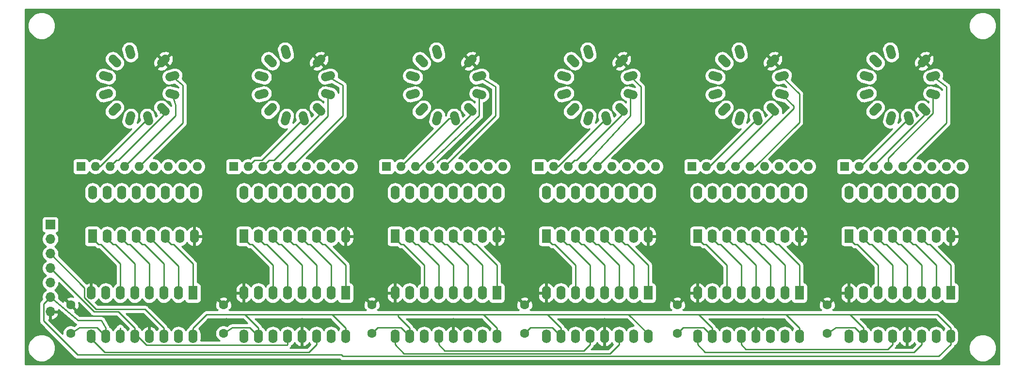
<source format=gbr>
G04 #@! TF.GenerationSoftware,KiCad,Pcbnew,(5.1.5)-3*
G04 #@! TF.CreationDate,2020-10-11T20:41:40-04:00*
G04 #@! TF.ProjectId,VFDDriver,56464444-7269-4766-9572-2e6b69636164,rev?*
G04 #@! TF.SameCoordinates,Original*
G04 #@! TF.FileFunction,Copper,L1,Top*
G04 #@! TF.FilePolarity,Positive*
%FSLAX46Y46*%
G04 Gerber Fmt 4.6, Leading zero omitted, Abs format (unit mm)*
G04 Created by KiCad (PCBNEW (5.1.5)-3) date 2020-10-11 20:41:40*
%MOMM*%
%LPD*%
G04 APERTURE LIST*
%ADD10C,1.600000*%
%ADD11O,1.600000X1.600000*%
%ADD12R,1.600000X1.600000*%
%ADD13C,1.524000*%
%ADD14R,1.600000X2.400000*%
%ADD15O,1.600000X2.400000*%
%ADD16O,1.700000X1.700000*%
%ADD17R,1.700000X1.700000*%
%ADD18C,0.800000*%
%ADD19C,0.250000*%
%ADD20C,0.254000*%
G04 APERTURE END LIST*
D10*
X212852000Y-101680000D03*
X212852000Y-106680000D03*
X186690000Y-101680000D03*
X186690000Y-106680000D03*
X160020000Y-101680000D03*
X160020000Y-106680000D03*
X133350000Y-101680000D03*
X133350000Y-106680000D03*
X107442000Y-101680000D03*
X107442000Y-106680000D03*
X80772000Y-101680000D03*
X80772000Y-106680000D03*
D11*
X209550000Y-77470000D03*
X207010000Y-77470000D03*
X204470000Y-77470000D03*
X201930000Y-77470000D03*
X199390000Y-77470000D03*
X196850000Y-77470000D03*
X194310000Y-77470000D03*
X191770000Y-77470000D03*
D12*
X189230000Y-77470000D03*
D13*
X144624782Y-56979073D02*
X144877390Y-57921817D01*
X141716292Y-58658291D02*
X142406428Y-59348427D01*
X140037073Y-61566781D02*
X140979817Y-61819389D01*
X140037073Y-64925218D02*
X140979817Y-64672610D01*
X141716291Y-67833708D02*
X142406427Y-67143572D01*
X144624781Y-69512927D02*
X144877389Y-68570183D01*
X147983218Y-69512927D02*
X147730610Y-68570183D01*
X150891708Y-67833709D02*
X150201572Y-67143573D01*
X152570927Y-64925219D02*
X151628183Y-64672611D01*
X152570927Y-61566782D02*
X151628183Y-61819390D01*
X150891709Y-58658292D02*
X150201573Y-59348428D01*
D14*
X190261000Y-89662000D03*
D15*
X208041000Y-82042000D03*
X192801000Y-89662000D03*
X205501000Y-82042000D03*
X195341000Y-89662000D03*
X202961000Y-82042000D03*
X197881000Y-89662000D03*
X200421000Y-82042000D03*
X200421000Y-89662000D03*
X197881000Y-82042000D03*
X202961000Y-89662000D03*
X195341000Y-82042000D03*
X205501000Y-89662000D03*
X192801000Y-82042000D03*
X208041000Y-89662000D03*
X190261000Y-82042000D03*
D13*
X171040782Y-56979073D02*
X171293390Y-57921817D01*
X168132292Y-58658291D02*
X168822428Y-59348427D01*
X166453073Y-61566781D02*
X167395817Y-61819389D01*
X166453073Y-64925218D02*
X167395817Y-64672610D01*
X168132291Y-67833708D02*
X168822427Y-67143572D01*
X171040781Y-69512927D02*
X171293389Y-68570183D01*
X174399218Y-69512927D02*
X174146610Y-68570183D01*
X177307708Y-67833709D02*
X176617572Y-67143573D01*
X178986927Y-64925219D02*
X178044183Y-64672611D01*
X178986927Y-61566782D02*
X178044183Y-61819390D01*
X177307709Y-58658292D02*
X176617573Y-59348428D01*
D15*
X111013000Y-82042000D03*
X128793000Y-89662000D03*
X113553000Y-82042000D03*
X126253000Y-89662000D03*
X116093000Y-82042000D03*
X123713000Y-89662000D03*
X118633000Y-82042000D03*
X121173000Y-89662000D03*
X121173000Y-82042000D03*
X118633000Y-89662000D03*
X123713000Y-82042000D03*
X116093000Y-89662000D03*
X126253000Y-82042000D03*
X113553000Y-89662000D03*
X128793000Y-82042000D03*
D14*
X111013000Y-89662000D03*
D13*
X118208782Y-56979073D02*
X118461390Y-57921817D01*
X115300292Y-58658291D02*
X115990428Y-59348427D01*
X113621073Y-61566781D02*
X114563817Y-61819389D01*
X113621073Y-64925218D02*
X114563817Y-64672610D01*
X115300291Y-67833708D02*
X115990427Y-67143572D01*
X118208781Y-69512927D02*
X118461389Y-68570183D01*
X121567218Y-69512927D02*
X121314610Y-68570183D01*
X124475708Y-67833709D02*
X123785572Y-67143573D01*
X126154927Y-64925219D02*
X125212183Y-64672611D01*
X126154927Y-61566782D02*
X125212183Y-61819390D01*
X124475709Y-58658292D02*
X123785573Y-59348428D01*
X91030782Y-56979073D02*
X91283390Y-57921817D01*
X88122292Y-58658291D02*
X88812428Y-59348427D01*
X86443073Y-61566781D02*
X87385817Y-61819389D01*
X86443073Y-64925218D02*
X87385817Y-64672610D01*
X88122291Y-67833708D02*
X88812427Y-67143572D01*
X91030781Y-69512927D02*
X91283389Y-68570183D01*
X94389218Y-69512927D02*
X94136610Y-68570183D01*
X97297708Y-67833709D02*
X96607572Y-67143573D01*
X98976927Y-64925219D02*
X98034183Y-64672611D01*
X98976927Y-61566782D02*
X98034183Y-61819390D01*
X97297709Y-58658292D02*
X96607573Y-59348428D01*
D15*
X102108000Y-107188000D03*
X84328000Y-99568000D03*
X99568000Y-107188000D03*
X86868000Y-99568000D03*
X97028000Y-107188000D03*
X89408000Y-99568000D03*
X94488000Y-107188000D03*
X91948000Y-99568000D03*
X91948000Y-107188000D03*
X94488000Y-99568000D03*
X89408000Y-107188000D03*
X97028000Y-99568000D03*
X86868000Y-107188000D03*
X99568000Y-99568000D03*
X84328000Y-107188000D03*
D14*
X102108000Y-99568000D03*
D16*
X77216000Y-102870000D03*
X77216000Y-100330000D03*
X77216000Y-97790000D03*
X77216000Y-95250000D03*
X77216000Y-92710000D03*
X77216000Y-90170000D03*
D17*
X77216000Y-87630000D03*
D15*
X155179000Y-107188000D03*
X137399000Y-99568000D03*
X152639000Y-107188000D03*
X139939000Y-99568000D03*
X150099000Y-107188000D03*
X142479000Y-99568000D03*
X147559000Y-107188000D03*
X145019000Y-99568000D03*
X145019000Y-107188000D03*
X147559000Y-99568000D03*
X142479000Y-107188000D03*
X150099000Y-99568000D03*
X139939000Y-107188000D03*
X152639000Y-99568000D03*
X137399000Y-107188000D03*
D14*
X155179000Y-99568000D03*
X234427000Y-99568000D03*
D15*
X216647000Y-107188000D03*
X231887000Y-99568000D03*
X219187000Y-107188000D03*
X229347000Y-99568000D03*
X221727000Y-107188000D03*
X226807000Y-99568000D03*
X224267000Y-107188000D03*
X224267000Y-99568000D03*
X226807000Y-107188000D03*
X221727000Y-99568000D03*
X229347000Y-107188000D03*
X219187000Y-99568000D03*
X231887000Y-107188000D03*
X216647000Y-99568000D03*
X234427000Y-107188000D03*
D14*
X84582000Y-89662000D03*
D15*
X102362000Y-82042000D03*
X87122000Y-89662000D03*
X99822000Y-82042000D03*
X89662000Y-89662000D03*
X97282000Y-82042000D03*
X92202000Y-89662000D03*
X94742000Y-82042000D03*
X94742000Y-89662000D03*
X92202000Y-82042000D03*
X97282000Y-89662000D03*
X89662000Y-82042000D03*
X99822000Y-89662000D03*
X87122000Y-82042000D03*
X102362000Y-89662000D03*
X84582000Y-82042000D03*
D14*
X181595000Y-99568000D03*
D15*
X163815000Y-107188000D03*
X179055000Y-99568000D03*
X166355000Y-107188000D03*
X176515000Y-99568000D03*
X168895000Y-107188000D03*
X173975000Y-99568000D03*
X171435000Y-107188000D03*
X171435000Y-99568000D03*
X173975000Y-107188000D03*
X168895000Y-99568000D03*
X176515000Y-107188000D03*
X166355000Y-99568000D03*
X179055000Y-107188000D03*
X163815000Y-99568000D03*
X181595000Y-107188000D03*
D14*
X128763000Y-99568000D03*
D15*
X110983000Y-107188000D03*
X126223000Y-99568000D03*
X113523000Y-107188000D03*
X123683000Y-99568000D03*
X116063000Y-107188000D03*
X121143000Y-99568000D03*
X118603000Y-107188000D03*
X118603000Y-99568000D03*
X121143000Y-107188000D03*
X116063000Y-99568000D03*
X123683000Y-107188000D03*
X113523000Y-99568000D03*
X126223000Y-107188000D03*
X110983000Y-99568000D03*
X128763000Y-107188000D03*
D13*
X223872782Y-56979073D02*
X224125390Y-57921817D01*
X220964292Y-58658291D02*
X221654428Y-59348427D01*
X219285073Y-61566781D02*
X220227817Y-61819389D01*
X219285073Y-64925218D02*
X220227817Y-64672610D01*
X220964291Y-67833708D02*
X221654427Y-67143572D01*
X223872781Y-69512927D02*
X224125389Y-68570183D01*
X227231218Y-69512927D02*
X226978610Y-68570183D01*
X230139708Y-67833709D02*
X229449572Y-67143573D01*
X231818927Y-64925219D02*
X230876183Y-64672611D01*
X231818927Y-61566782D02*
X230876183Y-61819390D01*
X230139709Y-58658292D02*
X229449573Y-59348428D01*
X197456782Y-56979073D02*
X197709390Y-57921817D01*
X194548292Y-58658291D02*
X195238428Y-59348427D01*
X192869073Y-61566781D02*
X193811817Y-61819389D01*
X192869073Y-64925218D02*
X193811817Y-64672610D01*
X194548291Y-67833708D02*
X195238427Y-67143572D01*
X197456781Y-69512927D02*
X197709389Y-68570183D01*
X200815218Y-69512927D02*
X200562610Y-68570183D01*
X203723708Y-67833709D02*
X203033572Y-67143573D01*
X205402927Y-64925219D02*
X204460183Y-64672611D01*
X205402927Y-61566782D02*
X204460183Y-61819390D01*
X203723709Y-58658292D02*
X203033573Y-59348428D01*
D14*
X137429000Y-89662000D03*
D15*
X155209000Y-82042000D03*
X139969000Y-89662000D03*
X152669000Y-82042000D03*
X142509000Y-89662000D03*
X150129000Y-82042000D03*
X145049000Y-89662000D03*
X147589000Y-82042000D03*
X147589000Y-89662000D03*
X145049000Y-82042000D03*
X150129000Y-89662000D03*
X142509000Y-82042000D03*
X152669000Y-89662000D03*
X139969000Y-82042000D03*
X155209000Y-89662000D03*
X137429000Y-82042000D03*
X163845000Y-82042000D03*
X181625000Y-89662000D03*
X166385000Y-82042000D03*
X179085000Y-89662000D03*
X168925000Y-82042000D03*
X176545000Y-89662000D03*
X171465000Y-82042000D03*
X174005000Y-89662000D03*
X174005000Y-82042000D03*
X171465000Y-89662000D03*
X176545000Y-82042000D03*
X168925000Y-89662000D03*
X179085000Y-82042000D03*
X166385000Y-89662000D03*
X181625000Y-82042000D03*
D14*
X163845000Y-89662000D03*
D15*
X208011000Y-107188000D03*
X190231000Y-99568000D03*
X205471000Y-107188000D03*
X192771000Y-99568000D03*
X202931000Y-107188000D03*
X195311000Y-99568000D03*
X200391000Y-107188000D03*
X197851000Y-99568000D03*
X197851000Y-107188000D03*
X200391000Y-99568000D03*
X195311000Y-107188000D03*
X202931000Y-99568000D03*
X192771000Y-107188000D03*
X205471000Y-99568000D03*
X190231000Y-107188000D03*
D14*
X208011000Y-99568000D03*
D15*
X216677000Y-82042000D03*
X234457000Y-89662000D03*
X219217000Y-82042000D03*
X231917000Y-89662000D03*
X221757000Y-82042000D03*
X229377000Y-89662000D03*
X224297000Y-82042000D03*
X226837000Y-89662000D03*
X226837000Y-82042000D03*
X224297000Y-89662000D03*
X229377000Y-82042000D03*
X221757000Y-89662000D03*
X231917000Y-82042000D03*
X219217000Y-89662000D03*
X234457000Y-82042000D03*
D14*
X216677000Y-89662000D03*
D11*
X102870000Y-77470000D03*
X100330000Y-77470000D03*
X97790000Y-77470000D03*
X95250000Y-77470000D03*
X92710000Y-77470000D03*
X90170000Y-77470000D03*
X87630000Y-77470000D03*
X85090000Y-77470000D03*
D12*
X82550000Y-77470000D03*
X109220000Y-77470000D03*
D11*
X111760000Y-77470000D03*
X114300000Y-77470000D03*
X116840000Y-77470000D03*
X119380000Y-77470000D03*
X121920000Y-77470000D03*
X124460000Y-77470000D03*
X127000000Y-77470000D03*
X129540000Y-77470000D03*
X156210000Y-77470000D03*
X153670000Y-77470000D03*
X151130000Y-77470000D03*
X148590000Y-77470000D03*
X146050000Y-77470000D03*
X143510000Y-77470000D03*
X140970000Y-77470000D03*
X138430000Y-77470000D03*
D12*
X135890000Y-77470000D03*
X162560000Y-77470000D03*
D11*
X165100000Y-77470000D03*
X167640000Y-77470000D03*
X170180000Y-77470000D03*
X172720000Y-77470000D03*
X175260000Y-77470000D03*
X177800000Y-77470000D03*
X180340000Y-77470000D03*
X182880000Y-77470000D03*
D12*
X215900000Y-77470000D03*
D11*
X218440000Y-77470000D03*
X220980000Y-77470000D03*
X223520000Y-77470000D03*
X226060000Y-77470000D03*
X228600000Y-77470000D03*
X231140000Y-77470000D03*
X233680000Y-77470000D03*
X236220000Y-77470000D03*
D18*
X147574000Y-104394000D03*
X173990000Y-104394000D03*
X121158000Y-104394000D03*
X107950000Y-104394000D03*
X201676000Y-104394000D03*
D19*
X102108000Y-105738000D02*
X104468000Y-103378000D01*
X102108000Y-107188000D02*
X102108000Y-105738000D01*
X234427000Y-105738000D02*
X234427000Y-107188000D01*
X232067000Y-103378000D02*
X234427000Y-105738000D01*
X216827000Y-103378000D02*
X216154000Y-103378000D01*
X219187000Y-107188000D02*
X219187000Y-105738000D01*
X219187000Y-105738000D02*
X216827000Y-103378000D01*
X216154000Y-103378000D02*
X232067000Y-103378000D01*
X205651000Y-103378000D02*
X203708000Y-103378000D01*
X208011000Y-107188000D02*
X208011000Y-105738000D01*
X208011000Y-105738000D02*
X205651000Y-103378000D01*
X203708000Y-103378000D02*
X216154000Y-103378000D01*
X192771000Y-105738000D02*
X190411000Y-103378000D01*
X192771000Y-107188000D02*
X192771000Y-105738000D01*
X190411000Y-103378000D02*
X188722000Y-103378000D01*
X188722000Y-103378000D02*
X203708000Y-103378000D01*
X181595000Y-106788000D02*
X178185000Y-103378000D01*
X181595000Y-107188000D02*
X181595000Y-106788000D01*
X178185000Y-103378000D02*
X177038000Y-103378000D01*
X177038000Y-103378000D02*
X188722000Y-103378000D01*
X163995000Y-103378000D02*
X161290000Y-103378000D01*
X166355000Y-105738000D02*
X163995000Y-103378000D01*
X166355000Y-107188000D02*
X166355000Y-105738000D01*
X161290000Y-103378000D02*
X177038000Y-103378000D01*
X152819000Y-103378000D02*
X151130000Y-103378000D01*
X155179000Y-107188000D02*
X155179000Y-105738000D01*
X155179000Y-105738000D02*
X152819000Y-103378000D01*
X151130000Y-103378000D02*
X161290000Y-103378000D01*
X137922000Y-103721000D02*
X137922000Y-103378000D01*
X139939000Y-105738000D02*
X137922000Y-103721000D01*
X139939000Y-107188000D02*
X139939000Y-105738000D01*
X137922000Y-103378000D02*
X151130000Y-103378000D01*
X126403000Y-103378000D02*
X123952000Y-103378000D01*
X128763000Y-105738000D02*
X126403000Y-103378000D01*
X128763000Y-107188000D02*
X128763000Y-105738000D01*
X111163000Y-103378000D02*
X108966000Y-103378000D01*
X113523000Y-107188000D02*
X113523000Y-105738000D01*
X113523000Y-105738000D02*
X111163000Y-103378000D01*
X104468000Y-103378000D02*
X108966000Y-103378000D01*
X108966000Y-103378000D02*
X123952000Y-103378000D01*
X86106000Y-104394000D02*
X82042000Y-104394000D01*
X86868000Y-107188000D02*
X86868000Y-105738000D01*
X82042000Y-104394000D02*
X77216000Y-100330000D01*
X86868000Y-105738000D02*
X86106000Y-104394000D01*
X76040999Y-104488999D02*
X81984010Y-110432010D01*
X76040999Y-101505001D02*
X76040999Y-104488999D01*
X77216000Y-100330000D02*
X76040999Y-101505001D01*
X135128000Y-103378000D02*
X137922000Y-103378000D01*
X81984010Y-110432010D02*
X128073990Y-110432010D01*
X123952000Y-103378000D02*
X135128000Y-103378000D01*
X234427000Y-108638000D02*
X234427000Y-107188000D01*
X232378990Y-110686010D02*
X234427000Y-108638000D01*
X128327990Y-110686010D02*
X232378990Y-110686010D01*
X128073990Y-110432010D02*
X128327990Y-110686010D01*
X191245990Y-105662990D02*
X192771000Y-107188000D01*
X187707010Y-105662990D02*
X191245990Y-105662990D01*
X186690000Y-106680000D02*
X187707010Y-105662990D01*
X164829990Y-105662990D02*
X166355000Y-107188000D01*
X161037010Y-105662990D02*
X164829990Y-105662990D01*
X160020000Y-106680000D02*
X161037010Y-105662990D01*
X134367010Y-105662990D02*
X138413990Y-105662990D01*
X138413990Y-105662990D02*
X139939000Y-107188000D01*
X133350000Y-106680000D02*
X134367010Y-105662990D01*
X85342990Y-105662990D02*
X86868000Y-107188000D01*
X80772000Y-106680000D02*
X82297010Y-105662990D01*
X82297010Y-105662990D02*
X85342990Y-105662990D01*
X111997990Y-105662990D02*
X113523000Y-107188000D01*
X107442000Y-106680000D02*
X108967010Y-105662990D01*
X108967010Y-105662990D02*
X111997990Y-105662990D01*
X217661990Y-105662990D02*
X219187000Y-107188000D01*
X212852000Y-106680000D02*
X214377010Y-105662990D01*
X214377010Y-105662990D02*
X217661990Y-105662990D01*
X85632000Y-91112000D02*
X84582000Y-90062000D01*
X86032000Y-91112000D02*
X85632000Y-91112000D01*
X84582000Y-90062000D02*
X84582000Y-89662000D01*
X89408000Y-94488000D02*
X86032000Y-91112000D01*
X89408000Y-99568000D02*
X89408000Y-94488000D01*
X88572000Y-91112000D02*
X88172000Y-91112000D01*
X88172000Y-91112000D02*
X87122000Y-90062000D01*
X91948000Y-94488000D02*
X88572000Y-91112000D01*
X87122000Y-90062000D02*
X87122000Y-89662000D01*
X91948000Y-99568000D02*
X91948000Y-94488000D01*
X90712000Y-91112000D02*
X89662000Y-90062000D01*
X94488000Y-94488000D02*
X91112000Y-91112000D01*
X89662000Y-90062000D02*
X89662000Y-89662000D01*
X91112000Y-91112000D02*
X90712000Y-91112000D01*
X94488000Y-99568000D02*
X94488000Y-94488000D01*
X92202000Y-90062000D02*
X92202000Y-89662000D01*
X93252000Y-91112000D02*
X92202000Y-90062000D01*
X97028000Y-94488000D02*
X93652000Y-91112000D01*
X93652000Y-91112000D02*
X93252000Y-91112000D01*
X97028000Y-99568000D02*
X97028000Y-94488000D01*
X94742000Y-90062000D02*
X94742000Y-89662000D01*
X99568000Y-94888000D02*
X94742000Y-90062000D01*
X99568000Y-99568000D02*
X99568000Y-94888000D01*
X84328000Y-107588000D02*
X86722000Y-109982000D01*
X84328000Y-107188000D02*
X84328000Y-107588000D01*
X123683000Y-108638000D02*
X123683000Y-107188000D01*
X122339000Y-109982000D02*
X123683000Y-108638000D01*
X86722000Y-109982000D02*
X122339000Y-109982000D01*
X98332000Y-91112000D02*
X97282000Y-90062000D01*
X98732000Y-91112000D02*
X98332000Y-91112000D01*
X97282000Y-90062000D02*
X97282000Y-89662000D01*
X102108000Y-94488000D02*
X98732000Y-91112000D01*
X102108000Y-99568000D02*
X102108000Y-94488000D01*
X123713000Y-90062000D02*
X123713000Y-89662000D01*
X124763000Y-91112000D02*
X123713000Y-90062000D01*
X128763000Y-94712000D02*
X125163000Y-91112000D01*
X125163000Y-91112000D02*
X124763000Y-91112000D01*
X128763000Y-99568000D02*
X128763000Y-94712000D01*
X121173000Y-90062000D02*
X121173000Y-89662000D01*
X122223000Y-91112000D02*
X121173000Y-90062000D01*
X122623000Y-91112000D02*
X122223000Y-91112000D01*
X126223000Y-94712000D02*
X122623000Y-91112000D01*
X126223000Y-99568000D02*
X126223000Y-94712000D01*
X118633000Y-90062000D02*
X118633000Y-89662000D01*
X119683000Y-91112000D02*
X118633000Y-90062000D01*
X120083000Y-91112000D02*
X119683000Y-91112000D01*
X123683000Y-94712000D02*
X120083000Y-91112000D01*
X123683000Y-99568000D02*
X123683000Y-94712000D01*
X116093000Y-90062000D02*
X116093000Y-89662000D01*
X117143000Y-91112000D02*
X116093000Y-90062000D01*
X121143000Y-94712000D02*
X117543000Y-91112000D01*
X117543000Y-91112000D02*
X117143000Y-91112000D01*
X121143000Y-99568000D02*
X121143000Y-94712000D01*
X114603000Y-91112000D02*
X113553000Y-90062000D01*
X115003000Y-91112000D02*
X114603000Y-91112000D01*
X113553000Y-90062000D02*
X113553000Y-89662000D01*
X118603000Y-94712000D02*
X115003000Y-91112000D01*
X118603000Y-99568000D02*
X118603000Y-94712000D01*
X111013000Y-90062000D02*
X111013000Y-89662000D01*
X112063000Y-91112000D02*
X111013000Y-90062000D01*
X112463000Y-91112000D02*
X112063000Y-91112000D01*
X116063000Y-94712000D02*
X112463000Y-91112000D01*
X116063000Y-99568000D02*
X116063000Y-94712000D01*
X138479000Y-91112000D02*
X137429000Y-90062000D01*
X137429000Y-90062000D02*
X137429000Y-89662000D01*
X138879000Y-91112000D02*
X138479000Y-91112000D01*
X142479000Y-94712000D02*
X138879000Y-91112000D01*
X142479000Y-99568000D02*
X142479000Y-94712000D01*
X139969000Y-90062000D02*
X139969000Y-89662000D01*
X141019000Y-91112000D02*
X139969000Y-90062000D01*
X145019000Y-94712000D02*
X141419000Y-91112000D01*
X141419000Y-91112000D02*
X141019000Y-91112000D01*
X145019000Y-99568000D02*
X145019000Y-94712000D01*
X143559000Y-91112000D02*
X142509000Y-90062000D01*
X143959000Y-91112000D02*
X143559000Y-91112000D01*
X142509000Y-90062000D02*
X142509000Y-89662000D01*
X147559000Y-94712000D02*
X143959000Y-91112000D01*
X147559000Y-99568000D02*
X147559000Y-94712000D01*
X145049000Y-90062000D02*
X145049000Y-89662000D01*
X146499000Y-91112000D02*
X146099000Y-91112000D01*
X146099000Y-91112000D02*
X145049000Y-90062000D01*
X150099000Y-94712000D02*
X146499000Y-91112000D01*
X150099000Y-99568000D02*
X150099000Y-94712000D01*
X147589000Y-90062000D02*
X147589000Y-89662000D01*
X148639000Y-91112000D02*
X147589000Y-90062000D01*
X149039000Y-91112000D02*
X148639000Y-91112000D01*
X152639000Y-94712000D02*
X149039000Y-91112000D01*
X152639000Y-99568000D02*
X152639000Y-94712000D01*
X137399000Y-108638000D02*
X138997000Y-110236000D01*
X137399000Y-107188000D02*
X137399000Y-108638000D01*
X174917000Y-110236000D02*
X176515000Y-108638000D01*
X176515000Y-108638000D02*
X176515000Y-107188000D01*
X138997000Y-110236000D02*
X174917000Y-110236000D01*
X150129000Y-90062000D02*
X150129000Y-89662000D01*
X151179000Y-91112000D02*
X150129000Y-90062000D01*
X155179000Y-94712000D02*
X151579000Y-91112000D01*
X151579000Y-91112000D02*
X151179000Y-91112000D01*
X155179000Y-99568000D02*
X155179000Y-94712000D01*
X176545000Y-90062000D02*
X176545000Y-89662000D01*
X177595000Y-91112000D02*
X176545000Y-90062000D01*
X177995000Y-91112000D02*
X177595000Y-91112000D01*
X181595000Y-94712000D02*
X177995000Y-91112000D01*
X181595000Y-99568000D02*
X181595000Y-94712000D01*
X174005000Y-90062000D02*
X174005000Y-89662000D01*
X175455000Y-91112000D02*
X175055000Y-91112000D01*
X175055000Y-91112000D02*
X174005000Y-90062000D01*
X179055000Y-94712000D02*
X175455000Y-91112000D01*
X179055000Y-99568000D02*
X179055000Y-94712000D01*
X172515000Y-91112000D02*
X171465000Y-90062000D01*
X171465000Y-90062000D02*
X171465000Y-89662000D01*
X172915000Y-91112000D02*
X172515000Y-91112000D01*
X176515000Y-94712000D02*
X172915000Y-91112000D01*
X176515000Y-99568000D02*
X176515000Y-94712000D01*
X169975000Y-91112000D02*
X168925000Y-90062000D01*
X170375000Y-91112000D02*
X169975000Y-91112000D01*
X168925000Y-90062000D02*
X168925000Y-89662000D01*
X173975000Y-94712000D02*
X170375000Y-91112000D01*
X173975000Y-99568000D02*
X173975000Y-94712000D01*
X167435000Y-91112000D02*
X166385000Y-90062000D01*
X171435000Y-94712000D02*
X167835000Y-91112000D01*
X166385000Y-90062000D02*
X166385000Y-89662000D01*
X167835000Y-91112000D02*
X167435000Y-91112000D01*
X171435000Y-99568000D02*
X171435000Y-94712000D01*
X164895000Y-91112000D02*
X163845000Y-90062000D01*
X163845000Y-90062000D02*
X163845000Y-89662000D01*
X165295000Y-91112000D02*
X164895000Y-91112000D01*
X168895000Y-94712000D02*
X165295000Y-91112000D01*
X168895000Y-99568000D02*
X168895000Y-94712000D01*
X190261000Y-90062000D02*
X190261000Y-89662000D01*
X191311000Y-91112000D02*
X190261000Y-90062000D01*
X191711000Y-91112000D02*
X191311000Y-91112000D01*
X195311000Y-94712000D02*
X191711000Y-91112000D01*
X195311000Y-99568000D02*
X195311000Y-94712000D01*
X204011000Y-91112000D02*
X202961000Y-90062000D01*
X204411000Y-91112000D02*
X204011000Y-91112000D01*
X202961000Y-90062000D02*
X202961000Y-89662000D01*
X208011000Y-94712000D02*
X204411000Y-91112000D01*
X208011000Y-99568000D02*
X208011000Y-94712000D01*
X200421000Y-90062000D02*
X200421000Y-89662000D01*
X201471000Y-91112000D02*
X200421000Y-90062000D01*
X201871000Y-91112000D02*
X201471000Y-91112000D01*
X205471000Y-94712000D02*
X201871000Y-91112000D01*
X205471000Y-99568000D02*
X205471000Y-94712000D01*
X197881000Y-90062000D02*
X197881000Y-89662000D01*
X199331000Y-91112000D02*
X198931000Y-91112000D01*
X198931000Y-91112000D02*
X197881000Y-90062000D01*
X202931000Y-94712000D02*
X199331000Y-91112000D01*
X202931000Y-99568000D02*
X202931000Y-94712000D01*
X195341000Y-90062000D02*
X195341000Y-89662000D01*
X196391000Y-91112000D02*
X195341000Y-90062000D01*
X196791000Y-91112000D02*
X196391000Y-91112000D01*
X200391000Y-94712000D02*
X196791000Y-91112000D01*
X200391000Y-99568000D02*
X200391000Y-94712000D01*
X190231000Y-108638000D02*
X191575000Y-109982000D01*
X190231000Y-107188000D02*
X190231000Y-108638000D01*
X229347000Y-108638000D02*
X229347000Y-107188000D01*
X228003000Y-109982000D02*
X229347000Y-108638000D01*
X191575000Y-109982000D02*
X228003000Y-109982000D01*
X194251000Y-91112000D02*
X193851000Y-91112000D01*
X192801000Y-90062000D02*
X192801000Y-89662000D01*
X193851000Y-91112000D02*
X192801000Y-90062000D01*
X197851000Y-94712000D02*
X194251000Y-91112000D01*
X197851000Y-99568000D02*
X197851000Y-94712000D01*
X230427000Y-91112000D02*
X229377000Y-90062000D01*
X229377000Y-90062000D02*
X229377000Y-89662000D01*
X230827000Y-91112000D02*
X230427000Y-91112000D01*
X234427000Y-94712000D02*
X230827000Y-91112000D01*
X234427000Y-99568000D02*
X234427000Y-94712000D01*
X226837000Y-90062000D02*
X226837000Y-89662000D01*
X228287000Y-91112000D02*
X227887000Y-91112000D01*
X231887000Y-94712000D02*
X228287000Y-91112000D01*
X227887000Y-91112000D02*
X226837000Y-90062000D01*
X231887000Y-99568000D02*
X231887000Y-94712000D01*
X224297000Y-90062000D02*
X224297000Y-89662000D01*
X225347000Y-91112000D02*
X224297000Y-90062000D01*
X225747000Y-91112000D02*
X225347000Y-91112000D01*
X229347000Y-94712000D02*
X225747000Y-91112000D01*
X229347000Y-99568000D02*
X229347000Y-94712000D01*
X223207000Y-91112000D02*
X222807000Y-91112000D01*
X221757000Y-90062000D02*
X221757000Y-89662000D01*
X226807000Y-94712000D02*
X223207000Y-91112000D01*
X222807000Y-91112000D02*
X221757000Y-90062000D01*
X226807000Y-99568000D02*
X226807000Y-94712000D01*
X219217000Y-90062000D02*
X219217000Y-89662000D01*
X220267000Y-91112000D02*
X219217000Y-90062000D01*
X224267000Y-94712000D02*
X220667000Y-91112000D01*
X220667000Y-91112000D02*
X220267000Y-91112000D01*
X224267000Y-99568000D02*
X224267000Y-94712000D01*
X217727000Y-91112000D02*
X216677000Y-90062000D01*
X218127000Y-91112000D02*
X217727000Y-91112000D01*
X221727000Y-94712000D02*
X218127000Y-91112000D01*
X216677000Y-90062000D02*
X216677000Y-89662000D01*
X221727000Y-99568000D02*
X221727000Y-94712000D01*
X97028000Y-105738000D02*
X97028000Y-107188000D01*
X93709990Y-102419990D02*
X97028000Y-105738000D01*
X85188986Y-102419990D02*
X93709990Y-102419990D01*
X83202990Y-100433994D02*
X85188986Y-102419990D01*
X83202990Y-98696990D02*
X83202990Y-100433994D01*
X77216000Y-92710000D02*
X83202990Y-98696990D01*
X89408000Y-105738000D02*
X89408000Y-107188000D01*
X77216000Y-95250000D02*
X84836000Y-102870000D01*
X89080000Y-102870000D02*
X91948000Y-105738000D01*
X84836000Y-102870000D02*
X89080000Y-102870000D01*
X91948000Y-107188000D02*
X91948000Y-105738000D01*
X118527990Y-108713010D02*
X118603000Y-108638000D01*
X118603000Y-108638000D02*
X118603000Y-107188000D01*
X92496996Y-107188000D02*
X94022006Y-108713010D01*
X91948000Y-107188000D02*
X92496996Y-107188000D01*
X94022006Y-108713010D02*
X118527990Y-108713010D01*
X145019000Y-108638000D02*
X146109000Y-109728000D01*
X145019000Y-107188000D02*
X145019000Y-108638000D01*
X171435000Y-108638000D02*
X171435000Y-107188000D01*
X170345000Y-109728000D02*
X171435000Y-108638000D01*
X146109000Y-109728000D02*
X170345000Y-109728000D01*
X197851000Y-108638000D02*
X198687000Y-109474000D01*
X197851000Y-107188000D02*
X197851000Y-108638000D01*
X224267000Y-108638000D02*
X224267000Y-107188000D01*
X223431000Y-109474000D02*
X224267000Y-108638000D01*
X198687000Y-109474000D02*
X223431000Y-109474000D01*
X100330000Y-63248568D02*
X98505555Y-61693086D01*
X92710000Y-77470000D02*
X100330000Y-69850000D01*
X100330000Y-69850000D02*
X100330000Y-63248568D01*
X89662000Y-81642000D02*
X89662000Y-82042000D01*
X99060000Y-66718182D02*
X98505555Y-64798915D01*
X90170000Y-77470000D02*
X99060000Y-68580000D01*
X99060000Y-68580000D02*
X99060000Y-66718182D01*
X96952640Y-67488641D02*
X96413825Y-68027456D01*
X89094414Y-76344999D02*
X96952640Y-68486773D01*
X88755001Y-76344999D02*
X89094414Y-76344999D01*
X96952640Y-68486773D02*
X96952640Y-67488641D01*
X87630000Y-77470000D02*
X88755001Y-76344999D01*
X84582000Y-81642000D02*
X84582000Y-82042000D01*
X85964998Y-77470000D02*
X85090000Y-77470000D01*
X85834469Y-77470000D02*
X85090000Y-77470000D01*
X94262914Y-69041555D02*
X85834469Y-77470000D01*
X114137470Y-76344999D02*
X121440914Y-69041555D01*
X112885001Y-76344999D02*
X114137470Y-76344999D01*
X111760000Y-77470000D02*
X112885001Y-76344999D01*
X113553000Y-81642000D02*
X113553000Y-82042000D01*
X116272414Y-76344999D02*
X124130640Y-68486773D01*
X124130640Y-68486773D02*
X124130640Y-67488641D01*
X115425001Y-76344999D02*
X116272414Y-76344999D01*
X114300000Y-77470000D02*
X115425001Y-76344999D01*
X125683555Y-68626445D02*
X125683555Y-64798915D01*
X116840000Y-77470000D02*
X125683555Y-68626445D01*
X119380000Y-77470000D02*
X128270000Y-68580000D01*
X128270000Y-63248568D02*
X125683555Y-61693086D01*
X128270000Y-68580000D02*
X128270000Y-63248568D01*
X154940000Y-68580000D02*
X146050000Y-77470000D01*
X152099555Y-61693086D02*
X154940000Y-63500000D01*
X154940000Y-63500000D02*
X154940000Y-68580000D01*
X142509000Y-81642000D02*
X142509000Y-82042000D01*
X152099555Y-64798915D02*
X152099555Y-68580000D01*
X143510000Y-76752683D02*
X143510000Y-77470000D01*
X152099555Y-68580000D02*
X143510000Y-76752683D01*
X139969000Y-81642000D02*
X139969000Y-82042000D01*
X150546640Y-68511016D02*
X141587656Y-77470000D01*
X141587656Y-77470000D02*
X140970000Y-77470000D01*
X150546640Y-67488641D02*
X150546640Y-68511016D01*
X146858445Y-69041555D02*
X138430000Y-77470000D01*
X147856914Y-69041555D02*
X146858445Y-69041555D01*
X165844469Y-77470000D02*
X165100000Y-77470000D01*
X174272914Y-69041555D02*
X165844469Y-77470000D01*
X166385000Y-81642000D02*
X166385000Y-82042000D01*
X169104414Y-76344999D02*
X176962640Y-68486773D01*
X176962640Y-68486773D02*
X176962640Y-67488641D01*
X168765001Y-76344999D02*
X169104414Y-76344999D01*
X167640000Y-77470000D02*
X168765001Y-76344999D01*
X168925000Y-81642000D02*
X168925000Y-82042000D01*
X171450000Y-76200000D02*
X170180000Y-77470000D01*
X178515555Y-64798915D02*
X178515555Y-68580000D01*
X178515555Y-68580000D02*
X171450000Y-76200000D01*
X178515555Y-61693086D02*
X180340000Y-63517531D01*
X180340000Y-69850000D02*
X172720000Y-77470000D01*
X180340000Y-63517531D02*
X180340000Y-69850000D01*
X218676469Y-77470000D02*
X218440000Y-77470000D01*
X227104914Y-69041555D02*
X218676469Y-77470000D01*
X219217000Y-81642000D02*
X219217000Y-82042000D01*
X220980000Y-77325656D02*
X220980000Y-77470000D01*
X229794640Y-68511016D02*
X220980000Y-77325656D01*
X229794640Y-67488641D02*
X229794640Y-68511016D01*
X221757000Y-81642000D02*
X221757000Y-82042000D01*
X231347555Y-68163128D02*
X223520000Y-75990683D01*
X223520000Y-75990683D02*
X223520000Y-77470000D01*
X231347555Y-64798915D02*
X231347555Y-68163128D01*
X231347555Y-61693086D02*
X231347555Y-62481967D01*
X233680000Y-69850000D02*
X226060000Y-77470000D01*
X231347555Y-61693086D02*
X233680000Y-63500000D01*
X233680000Y-63500000D02*
X233680000Y-69850000D01*
X197881000Y-82042000D02*
X197612000Y-82042000D01*
X204931555Y-61693086D02*
X208008469Y-64770000D01*
X200264998Y-77470000D02*
X199390000Y-77470000D01*
X208008469Y-69726529D02*
X200264998Y-77470000D01*
X208008469Y-64770000D02*
X208008469Y-69726529D01*
X195341000Y-81642000D02*
X195341000Y-82042000D01*
X204931555Y-64798915D02*
X207010000Y-66877360D01*
X207010000Y-67310000D02*
X196850000Y-77470000D01*
X207010000Y-66877360D02*
X207010000Y-67310000D01*
X194419656Y-77470000D02*
X194310000Y-77470000D01*
X203378640Y-68511016D02*
X194419656Y-77470000D01*
X203378640Y-67488641D02*
X203378640Y-68511016D01*
X192260469Y-77470000D02*
X191770000Y-77470000D01*
X200688914Y-69041555D02*
X192260469Y-77470000D01*
D20*
G36*
X242901001Y-112091000D02*
G01*
X72821000Y-112091000D01*
X72821000Y-108981818D01*
X73273701Y-108981818D01*
X73273701Y-109458182D01*
X73366635Y-109925392D01*
X73548931Y-110365494D01*
X73813585Y-110761576D01*
X74150424Y-111098415D01*
X74546506Y-111363069D01*
X74986608Y-111545365D01*
X75453818Y-111638299D01*
X75930182Y-111638299D01*
X76397392Y-111545365D01*
X76837494Y-111363069D01*
X77233576Y-111098415D01*
X77570415Y-110761576D01*
X77835069Y-110365494D01*
X78017365Y-109925392D01*
X78110299Y-109458182D01*
X78110299Y-108981818D01*
X78017365Y-108514608D01*
X77835069Y-108074506D01*
X77570415Y-107678424D01*
X77233576Y-107341585D01*
X76837494Y-107076931D01*
X76397392Y-106894635D01*
X75930182Y-106801701D01*
X75453818Y-106801701D01*
X74986608Y-106894635D01*
X74546506Y-107076931D01*
X74150424Y-107341585D01*
X73813585Y-107678424D01*
X73548931Y-108074506D01*
X73366635Y-108514608D01*
X73273701Y-108981818D01*
X72821000Y-108981818D01*
X72821000Y-101505001D01*
X75277323Y-101505001D01*
X75280999Y-101542324D01*
X75281000Y-104451667D01*
X75277323Y-104488999D01*
X75291997Y-104637984D01*
X75335453Y-104781245D01*
X75406025Y-104913275D01*
X75468169Y-104988997D01*
X75500999Y-105029000D01*
X75529997Y-105052798D01*
X81420210Y-110943012D01*
X81444009Y-110972011D01*
X81559734Y-111066984D01*
X81691763Y-111137556D01*
X81835024Y-111181013D01*
X81946677Y-111192010D01*
X81946685Y-111192010D01*
X81984010Y-111195686D01*
X82021335Y-111192010D01*
X127759189Y-111192010D01*
X127764186Y-111197007D01*
X127787989Y-111226011D01*
X127903714Y-111320984D01*
X128035743Y-111391556D01*
X128179004Y-111435013D01*
X128290657Y-111446010D01*
X128290666Y-111446010D01*
X128327989Y-111449686D01*
X128365312Y-111446010D01*
X232341668Y-111446010D01*
X232378990Y-111449686D01*
X232416312Y-111446010D01*
X232416323Y-111446010D01*
X232527976Y-111435013D01*
X232671237Y-111391556D01*
X232803266Y-111320984D01*
X232918991Y-111226011D01*
X232942794Y-111197007D01*
X234938004Y-109201798D01*
X234967001Y-109178001D01*
X235061974Y-109062276D01*
X235104980Y-108981818D01*
X237611761Y-108981818D01*
X237611761Y-109458182D01*
X237704695Y-109925392D01*
X237886991Y-110365494D01*
X238151645Y-110761576D01*
X238488484Y-111098415D01*
X238884566Y-111363069D01*
X239324668Y-111545365D01*
X239791878Y-111638299D01*
X240268242Y-111638299D01*
X240735452Y-111545365D01*
X241175554Y-111363069D01*
X241571636Y-111098415D01*
X241908475Y-110761576D01*
X242173129Y-110365494D01*
X242355425Y-109925392D01*
X242448359Y-109458182D01*
X242448359Y-108981818D01*
X242355425Y-108514608D01*
X242173129Y-108074506D01*
X241908475Y-107678424D01*
X241571636Y-107341585D01*
X241175554Y-107076931D01*
X240735452Y-106894635D01*
X240268242Y-106801701D01*
X239791878Y-106801701D01*
X239324668Y-106894635D01*
X238884566Y-107076931D01*
X238488484Y-107341585D01*
X238151645Y-107678424D01*
X237886991Y-108074506D01*
X237704695Y-108514608D01*
X237611761Y-108981818D01*
X235104980Y-108981818D01*
X235132546Y-108930247D01*
X235165941Y-108820157D01*
X235228100Y-108786932D01*
X235446607Y-108607608D01*
X235625932Y-108389101D01*
X235759182Y-108139808D01*
X235841236Y-107869309D01*
X235862000Y-107658492D01*
X235862000Y-106717509D01*
X235841236Y-106506691D01*
X235759182Y-106236192D01*
X235625932Y-105986899D01*
X235446608Y-105768392D01*
X235228101Y-105589068D01*
X235165941Y-105555843D01*
X235132546Y-105445753D01*
X235115377Y-105413633D01*
X235061974Y-105313723D01*
X234990799Y-105226997D01*
X234990798Y-105226996D01*
X234967001Y-105197999D01*
X234938004Y-105174202D01*
X232630804Y-102867003D01*
X232607001Y-102837999D01*
X232491276Y-102743026D01*
X232359247Y-102672454D01*
X232215986Y-102628997D01*
X232104333Y-102618000D01*
X232104322Y-102618000D01*
X232067000Y-102614324D01*
X232029678Y-102618000D01*
X216864322Y-102618000D01*
X216827000Y-102614324D01*
X216789678Y-102618000D01*
X213952347Y-102618000D01*
X213960977Y-102609370D01*
X213844704Y-102493097D01*
X214088671Y-102421514D01*
X214209571Y-102166004D01*
X214278300Y-101891816D01*
X214292217Y-101609488D01*
X214250787Y-101329870D01*
X214155603Y-101063708D01*
X214088671Y-100938486D01*
X213844702Y-100866903D01*
X213031605Y-101680000D01*
X213045748Y-101694143D01*
X212866143Y-101873748D01*
X212852000Y-101859605D01*
X212837858Y-101873748D01*
X212658253Y-101694143D01*
X212672395Y-101680000D01*
X211859298Y-100866903D01*
X211615329Y-100938486D01*
X211494429Y-101193996D01*
X211425700Y-101468184D01*
X211411783Y-101750512D01*
X211453213Y-102030130D01*
X211548397Y-102296292D01*
X211615329Y-102421514D01*
X211859296Y-102493097D01*
X211743023Y-102609370D01*
X211751653Y-102618000D01*
X205688322Y-102618000D01*
X205651000Y-102614324D01*
X205613678Y-102618000D01*
X190448322Y-102618000D01*
X190411000Y-102614324D01*
X190373678Y-102618000D01*
X187790347Y-102618000D01*
X187798977Y-102609370D01*
X187682704Y-102493097D01*
X187926671Y-102421514D01*
X188047571Y-102166004D01*
X188116300Y-101891816D01*
X188130217Y-101609488D01*
X188088787Y-101329870D01*
X187993603Y-101063708D01*
X187926671Y-100938486D01*
X187682702Y-100866903D01*
X186869605Y-101680000D01*
X186883748Y-101694143D01*
X186704143Y-101873748D01*
X186690000Y-101859605D01*
X186675858Y-101873748D01*
X186496253Y-101694143D01*
X186510395Y-101680000D01*
X185697298Y-100866903D01*
X185453329Y-100938486D01*
X185332429Y-101193996D01*
X185263700Y-101468184D01*
X185249783Y-101750512D01*
X185291213Y-102030130D01*
X185386397Y-102296292D01*
X185453329Y-102421514D01*
X185697296Y-102493097D01*
X185581023Y-102609370D01*
X185589653Y-102618000D01*
X178222322Y-102618000D01*
X178185000Y-102614324D01*
X178147678Y-102618000D01*
X164032322Y-102618000D01*
X163995000Y-102614324D01*
X163957678Y-102618000D01*
X161120347Y-102618000D01*
X161128977Y-102609370D01*
X161012704Y-102493097D01*
X161256671Y-102421514D01*
X161377571Y-102166004D01*
X161446300Y-101891816D01*
X161460217Y-101609488D01*
X161418787Y-101329870D01*
X161323603Y-101063708D01*
X161256671Y-100938486D01*
X161012702Y-100866903D01*
X160199605Y-101680000D01*
X160213748Y-101694143D01*
X160034143Y-101873748D01*
X160020000Y-101859605D01*
X160005858Y-101873748D01*
X159826253Y-101694143D01*
X159840395Y-101680000D01*
X159027298Y-100866903D01*
X158783329Y-100938486D01*
X158662429Y-101193996D01*
X158593700Y-101468184D01*
X158579783Y-101750512D01*
X158621213Y-102030130D01*
X158716397Y-102296292D01*
X158783329Y-102421514D01*
X159027296Y-102493097D01*
X158911023Y-102609370D01*
X158919653Y-102618000D01*
X152856322Y-102618000D01*
X152819000Y-102614324D01*
X152781678Y-102618000D01*
X137959333Y-102618000D01*
X137922000Y-102614323D01*
X137884667Y-102618000D01*
X134450347Y-102618000D01*
X134458977Y-102609370D01*
X134342704Y-102493097D01*
X134586671Y-102421514D01*
X134707571Y-102166004D01*
X134776300Y-101891816D01*
X134790217Y-101609488D01*
X134748787Y-101329870D01*
X134653603Y-101063708D01*
X134586671Y-100938486D01*
X134342702Y-100866903D01*
X133529605Y-101680000D01*
X133543748Y-101694143D01*
X133364143Y-101873748D01*
X133350000Y-101859605D01*
X133335858Y-101873748D01*
X133156253Y-101694143D01*
X133170395Y-101680000D01*
X132357298Y-100866903D01*
X132113329Y-100938486D01*
X131992429Y-101193996D01*
X131923700Y-101468184D01*
X131909783Y-101750512D01*
X131951213Y-102030130D01*
X132046397Y-102296292D01*
X132113329Y-102421514D01*
X132357296Y-102493097D01*
X132241023Y-102609370D01*
X132249653Y-102618000D01*
X126440322Y-102618000D01*
X126403000Y-102614324D01*
X126365678Y-102618000D01*
X111200322Y-102618000D01*
X111163000Y-102614324D01*
X111125678Y-102618000D01*
X108542347Y-102618000D01*
X108550977Y-102609370D01*
X108434704Y-102493097D01*
X108678671Y-102421514D01*
X108799571Y-102166004D01*
X108868300Y-101891816D01*
X108882217Y-101609488D01*
X108840787Y-101329870D01*
X108745603Y-101063708D01*
X108678671Y-100938486D01*
X108434702Y-100866903D01*
X107621605Y-101680000D01*
X107635748Y-101694143D01*
X107456143Y-101873748D01*
X107442000Y-101859605D01*
X107427858Y-101873748D01*
X107248253Y-101694143D01*
X107262395Y-101680000D01*
X106449298Y-100866903D01*
X106205329Y-100938486D01*
X106084429Y-101193996D01*
X106015700Y-101468184D01*
X106001783Y-101750512D01*
X106043213Y-102030130D01*
X106138397Y-102296292D01*
X106205329Y-102421514D01*
X106449296Y-102493097D01*
X106333023Y-102609370D01*
X106341653Y-102618000D01*
X104505322Y-102618000D01*
X104467999Y-102614324D01*
X104430677Y-102618000D01*
X104430667Y-102618000D01*
X104319014Y-102628997D01*
X104175753Y-102672454D01*
X104043723Y-102743026D01*
X103960083Y-102811668D01*
X103927999Y-102837999D01*
X103904201Y-102866997D01*
X101596998Y-105174201D01*
X101568000Y-105197999D01*
X101544203Y-105226996D01*
X101544201Y-105226998D01*
X101473026Y-105313724D01*
X101402454Y-105445754D01*
X101381751Y-105514005D01*
X101369060Y-105555843D01*
X101306900Y-105589068D01*
X101088393Y-105768392D01*
X100909068Y-105986899D01*
X100838000Y-106119858D01*
X100766932Y-105986899D01*
X100587608Y-105768392D01*
X100369101Y-105589068D01*
X100119808Y-105455818D01*
X99849309Y-105373764D01*
X99568000Y-105346057D01*
X99286692Y-105373764D01*
X99016193Y-105455818D01*
X98766900Y-105589068D01*
X98548393Y-105768392D01*
X98369068Y-105986899D01*
X98298000Y-106119858D01*
X98226932Y-105986899D01*
X98047608Y-105768392D01*
X97829101Y-105589068D01*
X97766941Y-105555843D01*
X97733546Y-105445753D01*
X97662974Y-105313724D01*
X97568001Y-105197999D01*
X97539004Y-105174202D01*
X94273794Y-101908993D01*
X94249991Y-101879989D01*
X94134266Y-101785016D01*
X94002237Y-101714444D01*
X93858976Y-101670987D01*
X93747323Y-101659990D01*
X93747312Y-101659990D01*
X93709990Y-101656314D01*
X93672668Y-101659990D01*
X85503789Y-101659990D01*
X85052849Y-101209051D01*
X85252895Y-101072500D01*
X85450601Y-100870839D01*
X85600735Y-100641258D01*
X85669068Y-100769100D01*
X85848392Y-100987607D01*
X86066899Y-101166932D01*
X86316192Y-101300182D01*
X86586691Y-101382236D01*
X86868000Y-101409943D01*
X87149308Y-101382236D01*
X87419807Y-101300182D01*
X87669100Y-101166932D01*
X87887607Y-100987608D01*
X88066932Y-100769101D01*
X88138000Y-100636142D01*
X88209068Y-100769100D01*
X88388392Y-100987607D01*
X88606899Y-101166932D01*
X88856192Y-101300182D01*
X89126691Y-101382236D01*
X89408000Y-101409943D01*
X89689308Y-101382236D01*
X89959807Y-101300182D01*
X90209100Y-101166932D01*
X90427607Y-100987608D01*
X90606932Y-100769101D01*
X90678000Y-100636142D01*
X90749068Y-100769100D01*
X90928392Y-100987607D01*
X91146899Y-101166932D01*
X91396192Y-101300182D01*
X91666691Y-101382236D01*
X91948000Y-101409943D01*
X92229308Y-101382236D01*
X92499807Y-101300182D01*
X92749100Y-101166932D01*
X92967607Y-100987608D01*
X93146932Y-100769101D01*
X93218000Y-100636142D01*
X93289068Y-100769100D01*
X93468392Y-100987607D01*
X93686899Y-101166932D01*
X93936192Y-101300182D01*
X94206691Y-101382236D01*
X94488000Y-101409943D01*
X94769308Y-101382236D01*
X95039807Y-101300182D01*
X95289100Y-101166932D01*
X95507607Y-100987608D01*
X95686932Y-100769101D01*
X95758000Y-100636142D01*
X95829068Y-100769100D01*
X96008392Y-100987607D01*
X96226899Y-101166932D01*
X96476192Y-101300182D01*
X96746691Y-101382236D01*
X97028000Y-101409943D01*
X97309308Y-101382236D01*
X97579807Y-101300182D01*
X97829100Y-101166932D01*
X98047607Y-100987608D01*
X98226932Y-100769101D01*
X98298000Y-100636142D01*
X98369068Y-100769100D01*
X98548392Y-100987607D01*
X98766899Y-101166932D01*
X99016192Y-101300182D01*
X99286691Y-101382236D01*
X99568000Y-101409943D01*
X99849308Y-101382236D01*
X100119807Y-101300182D01*
X100369100Y-101166932D01*
X100587607Y-100987608D01*
X100680419Y-100874517D01*
X100682188Y-100892482D01*
X100718498Y-101012180D01*
X100777463Y-101122494D01*
X100856815Y-101219185D01*
X100953506Y-101298537D01*
X101063820Y-101357502D01*
X101183518Y-101393812D01*
X101308000Y-101406072D01*
X102908000Y-101406072D01*
X103032482Y-101393812D01*
X103152180Y-101357502D01*
X103262494Y-101298537D01*
X103359185Y-101219185D01*
X103438537Y-101122494D01*
X103497502Y-101012180D01*
X103533812Y-100892482D01*
X103546072Y-100768000D01*
X103546072Y-100687298D01*
X106628903Y-100687298D01*
X107442000Y-101500395D01*
X108255097Y-100687298D01*
X108183514Y-100443329D01*
X107928004Y-100322429D01*
X107653816Y-100253700D01*
X107371488Y-100239783D01*
X107091870Y-100281213D01*
X106825708Y-100376397D01*
X106700486Y-100443329D01*
X106628903Y-100687298D01*
X103546072Y-100687298D01*
X103546072Y-99695000D01*
X109548000Y-99695000D01*
X109548000Y-100095000D01*
X109600350Y-100372514D01*
X109705834Y-100634483D01*
X109860399Y-100870839D01*
X110058105Y-101072500D01*
X110291354Y-101231715D01*
X110551182Y-101342367D01*
X110633961Y-101359904D01*
X110856000Y-101237915D01*
X110856000Y-99695000D01*
X109548000Y-99695000D01*
X103546072Y-99695000D01*
X103546072Y-99041000D01*
X109548000Y-99041000D01*
X109548000Y-99441000D01*
X110856000Y-99441000D01*
X110856000Y-97898085D01*
X110633961Y-97776096D01*
X110551182Y-97793633D01*
X110291354Y-97904285D01*
X110058105Y-98063500D01*
X109860399Y-98265161D01*
X109705834Y-98501517D01*
X109600350Y-98763486D01*
X109548000Y-99041000D01*
X103546072Y-99041000D01*
X103546072Y-98368000D01*
X103533812Y-98243518D01*
X103497502Y-98123820D01*
X103438537Y-98013506D01*
X103359185Y-97916815D01*
X103262494Y-97837463D01*
X103152180Y-97778498D01*
X103032482Y-97742188D01*
X102908000Y-97729928D01*
X102868000Y-97729928D01*
X102868000Y-94525322D01*
X102871676Y-94488000D01*
X102868000Y-94450677D01*
X102868000Y-94450667D01*
X102857003Y-94339014D01*
X102813546Y-94195753D01*
X102782640Y-94137932D01*
X102742974Y-94063723D01*
X102671799Y-93976997D01*
X102648001Y-93947999D01*
X102619003Y-93924201D01*
X100155274Y-91460473D01*
X100373808Y-91394182D01*
X100623101Y-91260932D01*
X100841608Y-91081608D01*
X101020932Y-90863101D01*
X101089265Y-90735259D01*
X101239399Y-90964839D01*
X101437105Y-91166500D01*
X101670354Y-91325715D01*
X101930182Y-91436367D01*
X102012961Y-91453904D01*
X102235000Y-91331915D01*
X102235000Y-89789000D01*
X102489000Y-89789000D01*
X102489000Y-91331915D01*
X102711039Y-91453904D01*
X102793818Y-91436367D01*
X103053646Y-91325715D01*
X103286895Y-91166500D01*
X103484601Y-90964839D01*
X103639166Y-90728483D01*
X103744650Y-90466514D01*
X103797000Y-90189000D01*
X103797000Y-89789000D01*
X102489000Y-89789000D01*
X102235000Y-89789000D01*
X102215000Y-89789000D01*
X102215000Y-89535000D01*
X102235000Y-89535000D01*
X102235000Y-87992085D01*
X102489000Y-87992085D01*
X102489000Y-89535000D01*
X103797000Y-89535000D01*
X103797000Y-89135000D01*
X103744650Y-88857486D01*
X103639166Y-88595517D01*
X103551853Y-88462000D01*
X109574928Y-88462000D01*
X109574928Y-90862000D01*
X109587188Y-90986482D01*
X109623498Y-91106180D01*
X109682463Y-91216494D01*
X109761815Y-91313185D01*
X109858506Y-91392537D01*
X109968820Y-91451502D01*
X110088518Y-91487812D01*
X110213000Y-91500072D01*
X111376270Y-91500072D01*
X111499200Y-91623002D01*
X111522999Y-91652001D01*
X111638724Y-91746974D01*
X111770753Y-91817546D01*
X111914014Y-91861003D01*
X112025667Y-91872000D01*
X112025676Y-91872000D01*
X112062999Y-91875676D01*
X112100322Y-91872000D01*
X112148199Y-91872000D01*
X115303001Y-95026803D01*
X115303000Y-97947099D01*
X115261900Y-97969068D01*
X115043393Y-98148392D01*
X114864068Y-98366899D01*
X114793000Y-98499858D01*
X114721932Y-98366899D01*
X114542608Y-98148392D01*
X114324101Y-97969068D01*
X114074808Y-97835818D01*
X113804309Y-97753764D01*
X113523000Y-97726057D01*
X113241692Y-97753764D01*
X112971193Y-97835818D01*
X112721900Y-97969068D01*
X112503393Y-98148392D01*
X112324068Y-98366899D01*
X112255735Y-98494741D01*
X112105601Y-98265161D01*
X111907895Y-98063500D01*
X111674646Y-97904285D01*
X111414818Y-97793633D01*
X111332039Y-97776096D01*
X111110000Y-97898085D01*
X111110000Y-99441000D01*
X111130000Y-99441000D01*
X111130000Y-99695000D01*
X111110000Y-99695000D01*
X111110000Y-101237915D01*
X111332039Y-101359904D01*
X111414818Y-101342367D01*
X111674646Y-101231715D01*
X111907895Y-101072500D01*
X112105601Y-100870839D01*
X112255735Y-100641258D01*
X112324068Y-100769100D01*
X112503392Y-100987607D01*
X112721899Y-101166932D01*
X112971192Y-101300182D01*
X113241691Y-101382236D01*
X113523000Y-101409943D01*
X113804308Y-101382236D01*
X114074807Y-101300182D01*
X114324100Y-101166932D01*
X114542607Y-100987608D01*
X114721932Y-100769101D01*
X114793000Y-100636142D01*
X114864068Y-100769100D01*
X115043392Y-100987607D01*
X115261899Y-101166932D01*
X115511192Y-101300182D01*
X115781691Y-101382236D01*
X116063000Y-101409943D01*
X116344308Y-101382236D01*
X116614807Y-101300182D01*
X116864100Y-101166932D01*
X117082607Y-100987608D01*
X117261932Y-100769101D01*
X117333000Y-100636142D01*
X117404068Y-100769100D01*
X117583392Y-100987607D01*
X117801899Y-101166932D01*
X118051192Y-101300182D01*
X118321691Y-101382236D01*
X118603000Y-101409943D01*
X118884308Y-101382236D01*
X119154807Y-101300182D01*
X119404100Y-101166932D01*
X119622607Y-100987608D01*
X119801932Y-100769101D01*
X119873000Y-100636142D01*
X119944068Y-100769100D01*
X120123392Y-100987607D01*
X120341899Y-101166932D01*
X120591192Y-101300182D01*
X120861691Y-101382236D01*
X121143000Y-101409943D01*
X121424308Y-101382236D01*
X121694807Y-101300182D01*
X121944100Y-101166932D01*
X122162607Y-100987608D01*
X122341932Y-100769101D01*
X122413000Y-100636142D01*
X122484068Y-100769100D01*
X122663392Y-100987607D01*
X122881899Y-101166932D01*
X123131192Y-101300182D01*
X123401691Y-101382236D01*
X123683000Y-101409943D01*
X123964308Y-101382236D01*
X124234807Y-101300182D01*
X124484100Y-101166932D01*
X124702607Y-100987608D01*
X124881932Y-100769101D01*
X124953000Y-100636142D01*
X125024068Y-100769100D01*
X125203392Y-100987607D01*
X125421899Y-101166932D01*
X125671192Y-101300182D01*
X125941691Y-101382236D01*
X126223000Y-101409943D01*
X126504308Y-101382236D01*
X126774807Y-101300182D01*
X127024100Y-101166932D01*
X127242607Y-100987608D01*
X127335419Y-100874517D01*
X127337188Y-100892482D01*
X127373498Y-101012180D01*
X127432463Y-101122494D01*
X127511815Y-101219185D01*
X127608506Y-101298537D01*
X127718820Y-101357502D01*
X127838518Y-101393812D01*
X127963000Y-101406072D01*
X129563000Y-101406072D01*
X129687482Y-101393812D01*
X129807180Y-101357502D01*
X129917494Y-101298537D01*
X130014185Y-101219185D01*
X130093537Y-101122494D01*
X130152502Y-101012180D01*
X130188812Y-100892482D01*
X130201072Y-100768000D01*
X130201072Y-100687298D01*
X132536903Y-100687298D01*
X133350000Y-101500395D01*
X134163097Y-100687298D01*
X134091514Y-100443329D01*
X133836004Y-100322429D01*
X133561816Y-100253700D01*
X133279488Y-100239783D01*
X132999870Y-100281213D01*
X132733708Y-100376397D01*
X132608486Y-100443329D01*
X132536903Y-100687298D01*
X130201072Y-100687298D01*
X130201072Y-99695000D01*
X135964000Y-99695000D01*
X135964000Y-100095000D01*
X136016350Y-100372514D01*
X136121834Y-100634483D01*
X136276399Y-100870839D01*
X136474105Y-101072500D01*
X136707354Y-101231715D01*
X136967182Y-101342367D01*
X137049961Y-101359904D01*
X137272000Y-101237915D01*
X137272000Y-99695000D01*
X135964000Y-99695000D01*
X130201072Y-99695000D01*
X130201072Y-99041000D01*
X135964000Y-99041000D01*
X135964000Y-99441000D01*
X137272000Y-99441000D01*
X137272000Y-97898085D01*
X137049961Y-97776096D01*
X136967182Y-97793633D01*
X136707354Y-97904285D01*
X136474105Y-98063500D01*
X136276399Y-98265161D01*
X136121834Y-98501517D01*
X136016350Y-98763486D01*
X135964000Y-99041000D01*
X130201072Y-99041000D01*
X130201072Y-98368000D01*
X130188812Y-98243518D01*
X130152502Y-98123820D01*
X130093537Y-98013506D01*
X130014185Y-97916815D01*
X129917494Y-97837463D01*
X129807180Y-97778498D01*
X129687482Y-97742188D01*
X129563000Y-97729928D01*
X129523000Y-97729928D01*
X129523000Y-94749323D01*
X129526676Y-94712000D01*
X129523000Y-94674677D01*
X129523000Y-94674667D01*
X129512003Y-94563014D01*
X129468546Y-94419753D01*
X129397974Y-94287724D01*
X129303001Y-94171999D01*
X129274003Y-94148201D01*
X126586274Y-91460473D01*
X126804808Y-91394182D01*
X127054101Y-91260932D01*
X127272608Y-91081608D01*
X127451932Y-90863101D01*
X127520265Y-90735259D01*
X127670399Y-90964839D01*
X127868105Y-91166500D01*
X128101354Y-91325715D01*
X128361182Y-91436367D01*
X128443961Y-91453904D01*
X128666000Y-91331915D01*
X128666000Y-89789000D01*
X128920000Y-89789000D01*
X128920000Y-91331915D01*
X129142039Y-91453904D01*
X129224818Y-91436367D01*
X129484646Y-91325715D01*
X129717895Y-91166500D01*
X129915601Y-90964839D01*
X130070166Y-90728483D01*
X130175650Y-90466514D01*
X130228000Y-90189000D01*
X130228000Y-89789000D01*
X128920000Y-89789000D01*
X128666000Y-89789000D01*
X128646000Y-89789000D01*
X128646000Y-89535000D01*
X128666000Y-89535000D01*
X128666000Y-87992085D01*
X128920000Y-87992085D01*
X128920000Y-89535000D01*
X130228000Y-89535000D01*
X130228000Y-89135000D01*
X130175650Y-88857486D01*
X130070166Y-88595517D01*
X129982853Y-88462000D01*
X135990928Y-88462000D01*
X135990928Y-90862000D01*
X136003188Y-90986482D01*
X136039498Y-91106180D01*
X136098463Y-91216494D01*
X136177815Y-91313185D01*
X136274506Y-91392537D01*
X136384820Y-91451502D01*
X136504518Y-91487812D01*
X136629000Y-91500072D01*
X137792270Y-91500072D01*
X137915200Y-91623002D01*
X137938999Y-91652001D01*
X138054724Y-91746974D01*
X138186753Y-91817546D01*
X138330014Y-91861003D01*
X138441667Y-91872000D01*
X138441676Y-91872000D01*
X138478999Y-91875676D01*
X138516322Y-91872000D01*
X138564199Y-91872000D01*
X141719001Y-95026803D01*
X141719000Y-97947099D01*
X141677900Y-97969068D01*
X141459393Y-98148392D01*
X141280068Y-98366899D01*
X141209000Y-98499858D01*
X141137932Y-98366899D01*
X140958608Y-98148392D01*
X140740101Y-97969068D01*
X140490808Y-97835818D01*
X140220309Y-97753764D01*
X139939000Y-97726057D01*
X139657692Y-97753764D01*
X139387193Y-97835818D01*
X139137900Y-97969068D01*
X138919393Y-98148392D01*
X138740068Y-98366899D01*
X138671735Y-98494741D01*
X138521601Y-98265161D01*
X138323895Y-98063500D01*
X138090646Y-97904285D01*
X137830818Y-97793633D01*
X137748039Y-97776096D01*
X137526000Y-97898085D01*
X137526000Y-99441000D01*
X137546000Y-99441000D01*
X137546000Y-99695000D01*
X137526000Y-99695000D01*
X137526000Y-101237915D01*
X137748039Y-101359904D01*
X137830818Y-101342367D01*
X138090646Y-101231715D01*
X138323895Y-101072500D01*
X138521601Y-100870839D01*
X138671735Y-100641258D01*
X138740068Y-100769100D01*
X138919392Y-100987607D01*
X139137899Y-101166932D01*
X139387192Y-101300182D01*
X139657691Y-101382236D01*
X139939000Y-101409943D01*
X140220308Y-101382236D01*
X140490807Y-101300182D01*
X140740100Y-101166932D01*
X140958607Y-100987608D01*
X141137932Y-100769101D01*
X141209000Y-100636142D01*
X141280068Y-100769100D01*
X141459392Y-100987607D01*
X141677899Y-101166932D01*
X141927192Y-101300182D01*
X142197691Y-101382236D01*
X142479000Y-101409943D01*
X142760308Y-101382236D01*
X143030807Y-101300182D01*
X143280100Y-101166932D01*
X143498607Y-100987608D01*
X143677932Y-100769101D01*
X143749000Y-100636142D01*
X143820068Y-100769100D01*
X143999392Y-100987607D01*
X144217899Y-101166932D01*
X144467192Y-101300182D01*
X144737691Y-101382236D01*
X145019000Y-101409943D01*
X145300308Y-101382236D01*
X145570807Y-101300182D01*
X145820100Y-101166932D01*
X146038607Y-100987608D01*
X146217932Y-100769101D01*
X146289000Y-100636142D01*
X146360068Y-100769100D01*
X146539392Y-100987607D01*
X146757899Y-101166932D01*
X147007192Y-101300182D01*
X147277691Y-101382236D01*
X147559000Y-101409943D01*
X147840308Y-101382236D01*
X148110807Y-101300182D01*
X148360100Y-101166932D01*
X148578607Y-100987608D01*
X148757932Y-100769101D01*
X148829000Y-100636142D01*
X148900068Y-100769100D01*
X149079392Y-100987607D01*
X149297899Y-101166932D01*
X149547192Y-101300182D01*
X149817691Y-101382236D01*
X150099000Y-101409943D01*
X150380308Y-101382236D01*
X150650807Y-101300182D01*
X150900100Y-101166932D01*
X151118607Y-100987608D01*
X151297932Y-100769101D01*
X151369000Y-100636142D01*
X151440068Y-100769100D01*
X151619392Y-100987607D01*
X151837899Y-101166932D01*
X152087192Y-101300182D01*
X152357691Y-101382236D01*
X152639000Y-101409943D01*
X152920308Y-101382236D01*
X153190807Y-101300182D01*
X153440100Y-101166932D01*
X153658607Y-100987608D01*
X153751419Y-100874517D01*
X153753188Y-100892482D01*
X153789498Y-101012180D01*
X153848463Y-101122494D01*
X153927815Y-101219185D01*
X154024506Y-101298537D01*
X154134820Y-101357502D01*
X154254518Y-101393812D01*
X154379000Y-101406072D01*
X155979000Y-101406072D01*
X156103482Y-101393812D01*
X156223180Y-101357502D01*
X156333494Y-101298537D01*
X156430185Y-101219185D01*
X156509537Y-101122494D01*
X156568502Y-101012180D01*
X156604812Y-100892482D01*
X156617072Y-100768000D01*
X156617072Y-100687298D01*
X159206903Y-100687298D01*
X160020000Y-101500395D01*
X160833097Y-100687298D01*
X160761514Y-100443329D01*
X160506004Y-100322429D01*
X160231816Y-100253700D01*
X159949488Y-100239783D01*
X159669870Y-100281213D01*
X159403708Y-100376397D01*
X159278486Y-100443329D01*
X159206903Y-100687298D01*
X156617072Y-100687298D01*
X156617072Y-99695000D01*
X162380000Y-99695000D01*
X162380000Y-100095000D01*
X162432350Y-100372514D01*
X162537834Y-100634483D01*
X162692399Y-100870839D01*
X162890105Y-101072500D01*
X163123354Y-101231715D01*
X163383182Y-101342367D01*
X163465961Y-101359904D01*
X163688000Y-101237915D01*
X163688000Y-99695000D01*
X162380000Y-99695000D01*
X156617072Y-99695000D01*
X156617072Y-99041000D01*
X162380000Y-99041000D01*
X162380000Y-99441000D01*
X163688000Y-99441000D01*
X163688000Y-97898085D01*
X163465961Y-97776096D01*
X163383182Y-97793633D01*
X163123354Y-97904285D01*
X162890105Y-98063500D01*
X162692399Y-98265161D01*
X162537834Y-98501517D01*
X162432350Y-98763486D01*
X162380000Y-99041000D01*
X156617072Y-99041000D01*
X156617072Y-98368000D01*
X156604812Y-98243518D01*
X156568502Y-98123820D01*
X156509537Y-98013506D01*
X156430185Y-97916815D01*
X156333494Y-97837463D01*
X156223180Y-97778498D01*
X156103482Y-97742188D01*
X155979000Y-97729928D01*
X155939000Y-97729928D01*
X155939000Y-94749323D01*
X155942676Y-94712000D01*
X155939000Y-94674677D01*
X155939000Y-94674667D01*
X155928003Y-94563014D01*
X155884546Y-94419753D01*
X155813974Y-94287724D01*
X155719001Y-94171999D01*
X155690003Y-94148201D01*
X153002274Y-91460473D01*
X153220808Y-91394182D01*
X153470101Y-91260932D01*
X153688608Y-91081608D01*
X153867932Y-90863101D01*
X153936265Y-90735259D01*
X154086399Y-90964839D01*
X154284105Y-91166500D01*
X154517354Y-91325715D01*
X154777182Y-91436367D01*
X154859961Y-91453904D01*
X155082000Y-91331915D01*
X155082000Y-89789000D01*
X155336000Y-89789000D01*
X155336000Y-91331915D01*
X155558039Y-91453904D01*
X155640818Y-91436367D01*
X155900646Y-91325715D01*
X156133895Y-91166500D01*
X156331601Y-90964839D01*
X156486166Y-90728483D01*
X156591650Y-90466514D01*
X156644000Y-90189000D01*
X156644000Y-89789000D01*
X155336000Y-89789000D01*
X155082000Y-89789000D01*
X155062000Y-89789000D01*
X155062000Y-89535000D01*
X155082000Y-89535000D01*
X155082000Y-87992085D01*
X155336000Y-87992085D01*
X155336000Y-89535000D01*
X156644000Y-89535000D01*
X156644000Y-89135000D01*
X156591650Y-88857486D01*
X156486166Y-88595517D01*
X156398853Y-88462000D01*
X162406928Y-88462000D01*
X162406928Y-90862000D01*
X162419188Y-90986482D01*
X162455498Y-91106180D01*
X162514463Y-91216494D01*
X162593815Y-91313185D01*
X162690506Y-91392537D01*
X162800820Y-91451502D01*
X162920518Y-91487812D01*
X163045000Y-91500072D01*
X164208270Y-91500072D01*
X164331200Y-91623002D01*
X164354999Y-91652001D01*
X164470724Y-91746974D01*
X164602753Y-91817546D01*
X164746014Y-91861003D01*
X164857667Y-91872000D01*
X164857676Y-91872000D01*
X164894999Y-91875676D01*
X164932322Y-91872000D01*
X164980199Y-91872000D01*
X168135001Y-95026803D01*
X168135000Y-97947099D01*
X168093900Y-97969068D01*
X167875393Y-98148392D01*
X167696068Y-98366899D01*
X167625000Y-98499858D01*
X167553932Y-98366899D01*
X167374608Y-98148392D01*
X167156101Y-97969068D01*
X166906808Y-97835818D01*
X166636309Y-97753764D01*
X166355000Y-97726057D01*
X166073692Y-97753764D01*
X165803193Y-97835818D01*
X165553900Y-97969068D01*
X165335393Y-98148392D01*
X165156068Y-98366899D01*
X165087735Y-98494741D01*
X164937601Y-98265161D01*
X164739895Y-98063500D01*
X164506646Y-97904285D01*
X164246818Y-97793633D01*
X164164039Y-97776096D01*
X163942000Y-97898085D01*
X163942000Y-99441000D01*
X163962000Y-99441000D01*
X163962000Y-99695000D01*
X163942000Y-99695000D01*
X163942000Y-101237915D01*
X164164039Y-101359904D01*
X164246818Y-101342367D01*
X164506646Y-101231715D01*
X164739895Y-101072500D01*
X164937601Y-100870839D01*
X165087735Y-100641258D01*
X165156068Y-100769100D01*
X165335392Y-100987607D01*
X165553899Y-101166932D01*
X165803192Y-101300182D01*
X166073691Y-101382236D01*
X166355000Y-101409943D01*
X166636308Y-101382236D01*
X166906807Y-101300182D01*
X167156100Y-101166932D01*
X167374607Y-100987608D01*
X167553932Y-100769101D01*
X167625000Y-100636142D01*
X167696068Y-100769100D01*
X167875392Y-100987607D01*
X168093899Y-101166932D01*
X168343192Y-101300182D01*
X168613691Y-101382236D01*
X168895000Y-101409943D01*
X169176308Y-101382236D01*
X169446807Y-101300182D01*
X169696100Y-101166932D01*
X169914607Y-100987608D01*
X170093932Y-100769101D01*
X170165000Y-100636142D01*
X170236068Y-100769100D01*
X170415392Y-100987607D01*
X170633899Y-101166932D01*
X170883192Y-101300182D01*
X171153691Y-101382236D01*
X171435000Y-101409943D01*
X171716308Y-101382236D01*
X171986807Y-101300182D01*
X172236100Y-101166932D01*
X172454607Y-100987608D01*
X172633932Y-100769101D01*
X172705000Y-100636142D01*
X172776068Y-100769100D01*
X172955392Y-100987607D01*
X173173899Y-101166932D01*
X173423192Y-101300182D01*
X173693691Y-101382236D01*
X173975000Y-101409943D01*
X174256308Y-101382236D01*
X174526807Y-101300182D01*
X174776100Y-101166932D01*
X174994607Y-100987608D01*
X175173932Y-100769101D01*
X175245000Y-100636142D01*
X175316068Y-100769100D01*
X175495392Y-100987607D01*
X175713899Y-101166932D01*
X175963192Y-101300182D01*
X176233691Y-101382236D01*
X176515000Y-101409943D01*
X176796308Y-101382236D01*
X177066807Y-101300182D01*
X177316100Y-101166932D01*
X177534607Y-100987608D01*
X177713932Y-100769101D01*
X177785000Y-100636142D01*
X177856068Y-100769100D01*
X178035392Y-100987607D01*
X178253899Y-101166932D01*
X178503192Y-101300182D01*
X178773691Y-101382236D01*
X179055000Y-101409943D01*
X179336308Y-101382236D01*
X179606807Y-101300182D01*
X179856100Y-101166932D01*
X180074607Y-100987608D01*
X180167419Y-100874517D01*
X180169188Y-100892482D01*
X180205498Y-101012180D01*
X180264463Y-101122494D01*
X180343815Y-101219185D01*
X180440506Y-101298537D01*
X180550820Y-101357502D01*
X180670518Y-101393812D01*
X180795000Y-101406072D01*
X182395000Y-101406072D01*
X182519482Y-101393812D01*
X182639180Y-101357502D01*
X182749494Y-101298537D01*
X182846185Y-101219185D01*
X182925537Y-101122494D01*
X182984502Y-101012180D01*
X183020812Y-100892482D01*
X183033072Y-100768000D01*
X183033072Y-100687298D01*
X185876903Y-100687298D01*
X186690000Y-101500395D01*
X187503097Y-100687298D01*
X187431514Y-100443329D01*
X187176004Y-100322429D01*
X186901816Y-100253700D01*
X186619488Y-100239783D01*
X186339870Y-100281213D01*
X186073708Y-100376397D01*
X185948486Y-100443329D01*
X185876903Y-100687298D01*
X183033072Y-100687298D01*
X183033072Y-99695000D01*
X188796000Y-99695000D01*
X188796000Y-100095000D01*
X188848350Y-100372514D01*
X188953834Y-100634483D01*
X189108399Y-100870839D01*
X189306105Y-101072500D01*
X189539354Y-101231715D01*
X189799182Y-101342367D01*
X189881961Y-101359904D01*
X190104000Y-101237915D01*
X190104000Y-99695000D01*
X188796000Y-99695000D01*
X183033072Y-99695000D01*
X183033072Y-99041000D01*
X188796000Y-99041000D01*
X188796000Y-99441000D01*
X190104000Y-99441000D01*
X190104000Y-97898085D01*
X189881961Y-97776096D01*
X189799182Y-97793633D01*
X189539354Y-97904285D01*
X189306105Y-98063500D01*
X189108399Y-98265161D01*
X188953834Y-98501517D01*
X188848350Y-98763486D01*
X188796000Y-99041000D01*
X183033072Y-99041000D01*
X183033072Y-98368000D01*
X183020812Y-98243518D01*
X182984502Y-98123820D01*
X182925537Y-98013506D01*
X182846185Y-97916815D01*
X182749494Y-97837463D01*
X182639180Y-97778498D01*
X182519482Y-97742188D01*
X182395000Y-97729928D01*
X182355000Y-97729928D01*
X182355000Y-94749323D01*
X182358676Y-94712000D01*
X182355000Y-94674677D01*
X182355000Y-94674667D01*
X182344003Y-94563014D01*
X182300546Y-94419753D01*
X182229974Y-94287724D01*
X182135001Y-94171999D01*
X182106003Y-94148201D01*
X179418274Y-91460473D01*
X179636808Y-91394182D01*
X179886101Y-91260932D01*
X180104608Y-91081608D01*
X180283932Y-90863101D01*
X180352265Y-90735259D01*
X180502399Y-90964839D01*
X180700105Y-91166500D01*
X180933354Y-91325715D01*
X181193182Y-91436367D01*
X181275961Y-91453904D01*
X181498000Y-91331915D01*
X181498000Y-89789000D01*
X181752000Y-89789000D01*
X181752000Y-91331915D01*
X181974039Y-91453904D01*
X182056818Y-91436367D01*
X182316646Y-91325715D01*
X182549895Y-91166500D01*
X182747601Y-90964839D01*
X182902166Y-90728483D01*
X183007650Y-90466514D01*
X183060000Y-90189000D01*
X183060000Y-89789000D01*
X181752000Y-89789000D01*
X181498000Y-89789000D01*
X181478000Y-89789000D01*
X181478000Y-89535000D01*
X181498000Y-89535000D01*
X181498000Y-87992085D01*
X181752000Y-87992085D01*
X181752000Y-89535000D01*
X183060000Y-89535000D01*
X183060000Y-89135000D01*
X183007650Y-88857486D01*
X182902166Y-88595517D01*
X182814853Y-88462000D01*
X188822928Y-88462000D01*
X188822928Y-90862000D01*
X188835188Y-90986482D01*
X188871498Y-91106180D01*
X188930463Y-91216494D01*
X189009815Y-91313185D01*
X189106506Y-91392537D01*
X189216820Y-91451502D01*
X189336518Y-91487812D01*
X189461000Y-91500072D01*
X190624270Y-91500072D01*
X190747200Y-91623002D01*
X190770999Y-91652001D01*
X190886724Y-91746974D01*
X191018753Y-91817546D01*
X191162014Y-91861003D01*
X191273667Y-91872000D01*
X191273676Y-91872000D01*
X191310999Y-91875676D01*
X191348322Y-91872000D01*
X191396199Y-91872000D01*
X194551001Y-95026803D01*
X194551000Y-97947099D01*
X194509900Y-97969068D01*
X194291393Y-98148392D01*
X194112068Y-98366899D01*
X194041000Y-98499858D01*
X193969932Y-98366899D01*
X193790608Y-98148392D01*
X193572101Y-97969068D01*
X193322808Y-97835818D01*
X193052309Y-97753764D01*
X192771000Y-97726057D01*
X192489692Y-97753764D01*
X192219193Y-97835818D01*
X191969900Y-97969068D01*
X191751393Y-98148392D01*
X191572068Y-98366899D01*
X191503735Y-98494741D01*
X191353601Y-98265161D01*
X191155895Y-98063500D01*
X190922646Y-97904285D01*
X190662818Y-97793633D01*
X190580039Y-97776096D01*
X190358000Y-97898085D01*
X190358000Y-99441000D01*
X190378000Y-99441000D01*
X190378000Y-99695000D01*
X190358000Y-99695000D01*
X190358000Y-101237915D01*
X190580039Y-101359904D01*
X190662818Y-101342367D01*
X190922646Y-101231715D01*
X191155895Y-101072500D01*
X191353601Y-100870839D01*
X191503735Y-100641258D01*
X191572068Y-100769100D01*
X191751392Y-100987607D01*
X191969899Y-101166932D01*
X192219192Y-101300182D01*
X192489691Y-101382236D01*
X192771000Y-101409943D01*
X193052308Y-101382236D01*
X193322807Y-101300182D01*
X193572100Y-101166932D01*
X193790607Y-100987608D01*
X193969932Y-100769101D01*
X194041000Y-100636142D01*
X194112068Y-100769100D01*
X194291392Y-100987607D01*
X194509899Y-101166932D01*
X194759192Y-101300182D01*
X195029691Y-101382236D01*
X195311000Y-101409943D01*
X195592308Y-101382236D01*
X195862807Y-101300182D01*
X196112100Y-101166932D01*
X196330607Y-100987608D01*
X196509932Y-100769101D01*
X196581000Y-100636142D01*
X196652068Y-100769100D01*
X196831392Y-100987607D01*
X197049899Y-101166932D01*
X197299192Y-101300182D01*
X197569691Y-101382236D01*
X197851000Y-101409943D01*
X198132308Y-101382236D01*
X198402807Y-101300182D01*
X198652100Y-101166932D01*
X198870607Y-100987608D01*
X199049932Y-100769101D01*
X199121000Y-100636142D01*
X199192068Y-100769100D01*
X199371392Y-100987607D01*
X199589899Y-101166932D01*
X199839192Y-101300182D01*
X200109691Y-101382236D01*
X200391000Y-101409943D01*
X200672308Y-101382236D01*
X200942807Y-101300182D01*
X201192100Y-101166932D01*
X201410607Y-100987608D01*
X201589932Y-100769101D01*
X201661000Y-100636142D01*
X201732068Y-100769100D01*
X201911392Y-100987607D01*
X202129899Y-101166932D01*
X202379192Y-101300182D01*
X202649691Y-101382236D01*
X202931000Y-101409943D01*
X203212308Y-101382236D01*
X203482807Y-101300182D01*
X203732100Y-101166932D01*
X203950607Y-100987608D01*
X204129932Y-100769101D01*
X204201000Y-100636142D01*
X204272068Y-100769100D01*
X204451392Y-100987607D01*
X204669899Y-101166932D01*
X204919192Y-101300182D01*
X205189691Y-101382236D01*
X205471000Y-101409943D01*
X205752308Y-101382236D01*
X206022807Y-101300182D01*
X206272100Y-101166932D01*
X206490607Y-100987608D01*
X206583419Y-100874517D01*
X206585188Y-100892482D01*
X206621498Y-101012180D01*
X206680463Y-101122494D01*
X206759815Y-101219185D01*
X206856506Y-101298537D01*
X206966820Y-101357502D01*
X207086518Y-101393812D01*
X207211000Y-101406072D01*
X208811000Y-101406072D01*
X208935482Y-101393812D01*
X209055180Y-101357502D01*
X209165494Y-101298537D01*
X209262185Y-101219185D01*
X209341537Y-101122494D01*
X209400502Y-101012180D01*
X209436812Y-100892482D01*
X209449072Y-100768000D01*
X209449072Y-100687298D01*
X212038903Y-100687298D01*
X212852000Y-101500395D01*
X213665097Y-100687298D01*
X213593514Y-100443329D01*
X213338004Y-100322429D01*
X213063816Y-100253700D01*
X212781488Y-100239783D01*
X212501870Y-100281213D01*
X212235708Y-100376397D01*
X212110486Y-100443329D01*
X212038903Y-100687298D01*
X209449072Y-100687298D01*
X209449072Y-99695000D01*
X215212000Y-99695000D01*
X215212000Y-100095000D01*
X215264350Y-100372514D01*
X215369834Y-100634483D01*
X215524399Y-100870839D01*
X215722105Y-101072500D01*
X215955354Y-101231715D01*
X216215182Y-101342367D01*
X216297961Y-101359904D01*
X216520000Y-101237915D01*
X216520000Y-99695000D01*
X215212000Y-99695000D01*
X209449072Y-99695000D01*
X209449072Y-99041000D01*
X215212000Y-99041000D01*
X215212000Y-99441000D01*
X216520000Y-99441000D01*
X216520000Y-97898085D01*
X216297961Y-97776096D01*
X216215182Y-97793633D01*
X215955354Y-97904285D01*
X215722105Y-98063500D01*
X215524399Y-98265161D01*
X215369834Y-98501517D01*
X215264350Y-98763486D01*
X215212000Y-99041000D01*
X209449072Y-99041000D01*
X209449072Y-98368000D01*
X209436812Y-98243518D01*
X209400502Y-98123820D01*
X209341537Y-98013506D01*
X209262185Y-97916815D01*
X209165494Y-97837463D01*
X209055180Y-97778498D01*
X208935482Y-97742188D01*
X208811000Y-97729928D01*
X208771000Y-97729928D01*
X208771000Y-94749323D01*
X208774676Y-94712000D01*
X208771000Y-94674677D01*
X208771000Y-94674667D01*
X208760003Y-94563014D01*
X208716546Y-94419753D01*
X208645974Y-94287724D01*
X208551001Y-94171999D01*
X208522003Y-94148201D01*
X205834274Y-91460473D01*
X206052808Y-91394182D01*
X206302101Y-91260932D01*
X206520608Y-91081608D01*
X206699932Y-90863101D01*
X206768265Y-90735259D01*
X206918399Y-90964839D01*
X207116105Y-91166500D01*
X207349354Y-91325715D01*
X207609182Y-91436367D01*
X207691961Y-91453904D01*
X207914000Y-91331915D01*
X207914000Y-89789000D01*
X208168000Y-89789000D01*
X208168000Y-91331915D01*
X208390039Y-91453904D01*
X208472818Y-91436367D01*
X208732646Y-91325715D01*
X208965895Y-91166500D01*
X209163601Y-90964839D01*
X209318166Y-90728483D01*
X209423650Y-90466514D01*
X209476000Y-90189000D01*
X209476000Y-89789000D01*
X208168000Y-89789000D01*
X207914000Y-89789000D01*
X207894000Y-89789000D01*
X207894000Y-89535000D01*
X207914000Y-89535000D01*
X207914000Y-87992085D01*
X208168000Y-87992085D01*
X208168000Y-89535000D01*
X209476000Y-89535000D01*
X209476000Y-89135000D01*
X209423650Y-88857486D01*
X209318166Y-88595517D01*
X209230853Y-88462000D01*
X215238928Y-88462000D01*
X215238928Y-90862000D01*
X215251188Y-90986482D01*
X215287498Y-91106180D01*
X215346463Y-91216494D01*
X215425815Y-91313185D01*
X215522506Y-91392537D01*
X215632820Y-91451502D01*
X215752518Y-91487812D01*
X215877000Y-91500072D01*
X217040270Y-91500072D01*
X217163200Y-91623002D01*
X217186999Y-91652001D01*
X217302724Y-91746974D01*
X217434753Y-91817546D01*
X217578014Y-91861003D01*
X217689667Y-91872000D01*
X217689676Y-91872000D01*
X217726999Y-91875676D01*
X217764322Y-91872000D01*
X217812199Y-91872000D01*
X220967001Y-95026803D01*
X220967000Y-97947099D01*
X220925900Y-97969068D01*
X220707393Y-98148392D01*
X220528068Y-98366899D01*
X220457000Y-98499858D01*
X220385932Y-98366899D01*
X220206608Y-98148392D01*
X219988101Y-97969068D01*
X219738808Y-97835818D01*
X219468309Y-97753764D01*
X219187000Y-97726057D01*
X218905692Y-97753764D01*
X218635193Y-97835818D01*
X218385900Y-97969068D01*
X218167393Y-98148392D01*
X217988068Y-98366899D01*
X217919735Y-98494741D01*
X217769601Y-98265161D01*
X217571895Y-98063500D01*
X217338646Y-97904285D01*
X217078818Y-97793633D01*
X216996039Y-97776096D01*
X216774000Y-97898085D01*
X216774000Y-99441000D01*
X216794000Y-99441000D01*
X216794000Y-99695000D01*
X216774000Y-99695000D01*
X216774000Y-101237915D01*
X216996039Y-101359904D01*
X217078818Y-101342367D01*
X217338646Y-101231715D01*
X217571895Y-101072500D01*
X217769601Y-100870839D01*
X217919735Y-100641258D01*
X217988068Y-100769100D01*
X218167392Y-100987607D01*
X218385899Y-101166932D01*
X218635192Y-101300182D01*
X218905691Y-101382236D01*
X219187000Y-101409943D01*
X219468308Y-101382236D01*
X219738807Y-101300182D01*
X219988100Y-101166932D01*
X220206607Y-100987608D01*
X220385932Y-100769101D01*
X220457000Y-100636142D01*
X220528068Y-100769100D01*
X220707392Y-100987607D01*
X220925899Y-101166932D01*
X221175192Y-101300182D01*
X221445691Y-101382236D01*
X221727000Y-101409943D01*
X222008308Y-101382236D01*
X222278807Y-101300182D01*
X222528100Y-101166932D01*
X222746607Y-100987608D01*
X222925932Y-100769101D01*
X222997000Y-100636142D01*
X223068068Y-100769100D01*
X223247392Y-100987607D01*
X223465899Y-101166932D01*
X223715192Y-101300182D01*
X223985691Y-101382236D01*
X224267000Y-101409943D01*
X224548308Y-101382236D01*
X224818807Y-101300182D01*
X225068100Y-101166932D01*
X225286607Y-100987608D01*
X225465932Y-100769101D01*
X225537000Y-100636142D01*
X225608068Y-100769100D01*
X225787392Y-100987607D01*
X226005899Y-101166932D01*
X226255192Y-101300182D01*
X226525691Y-101382236D01*
X226807000Y-101409943D01*
X227088308Y-101382236D01*
X227358807Y-101300182D01*
X227608100Y-101166932D01*
X227826607Y-100987608D01*
X228005932Y-100769101D01*
X228077000Y-100636142D01*
X228148068Y-100769100D01*
X228327392Y-100987607D01*
X228545899Y-101166932D01*
X228795192Y-101300182D01*
X229065691Y-101382236D01*
X229347000Y-101409943D01*
X229628308Y-101382236D01*
X229898807Y-101300182D01*
X230148100Y-101166932D01*
X230366607Y-100987608D01*
X230545932Y-100769101D01*
X230617000Y-100636142D01*
X230688068Y-100769100D01*
X230867392Y-100987607D01*
X231085899Y-101166932D01*
X231335192Y-101300182D01*
X231605691Y-101382236D01*
X231887000Y-101409943D01*
X232168308Y-101382236D01*
X232438807Y-101300182D01*
X232688100Y-101166932D01*
X232906607Y-100987608D01*
X232999419Y-100874517D01*
X233001188Y-100892482D01*
X233037498Y-101012180D01*
X233096463Y-101122494D01*
X233175815Y-101219185D01*
X233272506Y-101298537D01*
X233382820Y-101357502D01*
X233502518Y-101393812D01*
X233627000Y-101406072D01*
X235227000Y-101406072D01*
X235351482Y-101393812D01*
X235471180Y-101357502D01*
X235581494Y-101298537D01*
X235678185Y-101219185D01*
X235757537Y-101122494D01*
X235816502Y-101012180D01*
X235852812Y-100892482D01*
X235865072Y-100768000D01*
X235865072Y-98368000D01*
X235852812Y-98243518D01*
X235816502Y-98123820D01*
X235757537Y-98013506D01*
X235678185Y-97916815D01*
X235581494Y-97837463D01*
X235471180Y-97778498D01*
X235351482Y-97742188D01*
X235227000Y-97729928D01*
X235187000Y-97729928D01*
X235187000Y-94749323D01*
X235190676Y-94712000D01*
X235187000Y-94674677D01*
X235187000Y-94674667D01*
X235176003Y-94563014D01*
X235132546Y-94419753D01*
X235061974Y-94287724D01*
X234967001Y-94171999D01*
X234938003Y-94148201D01*
X232250274Y-91460473D01*
X232468808Y-91394182D01*
X232718101Y-91260932D01*
X232936608Y-91081608D01*
X233115932Y-90863101D01*
X233184265Y-90735259D01*
X233334399Y-90964839D01*
X233532105Y-91166500D01*
X233765354Y-91325715D01*
X234025182Y-91436367D01*
X234107961Y-91453904D01*
X234330000Y-91331915D01*
X234330000Y-89789000D01*
X234584000Y-89789000D01*
X234584000Y-91331915D01*
X234806039Y-91453904D01*
X234888818Y-91436367D01*
X235148646Y-91325715D01*
X235381895Y-91166500D01*
X235579601Y-90964839D01*
X235734166Y-90728483D01*
X235839650Y-90466514D01*
X235892000Y-90189000D01*
X235892000Y-89789000D01*
X234584000Y-89789000D01*
X234330000Y-89789000D01*
X234310000Y-89789000D01*
X234310000Y-89535000D01*
X234330000Y-89535000D01*
X234330000Y-87992085D01*
X234584000Y-87992085D01*
X234584000Y-89535000D01*
X235892000Y-89535000D01*
X235892000Y-89135000D01*
X235839650Y-88857486D01*
X235734166Y-88595517D01*
X235579601Y-88359161D01*
X235381895Y-88157500D01*
X235148646Y-87998285D01*
X234888818Y-87887633D01*
X234806039Y-87870096D01*
X234584000Y-87992085D01*
X234330000Y-87992085D01*
X234107961Y-87870096D01*
X234025182Y-87887633D01*
X233765354Y-87998285D01*
X233532105Y-88157500D01*
X233334399Y-88359161D01*
X233184265Y-88588741D01*
X233115932Y-88460899D01*
X232936607Y-88242392D01*
X232718100Y-88063068D01*
X232468807Y-87929818D01*
X232198308Y-87847764D01*
X231917000Y-87820057D01*
X231635691Y-87847764D01*
X231365192Y-87929818D01*
X231115899Y-88063068D01*
X230897392Y-88242393D01*
X230718068Y-88460900D01*
X230647000Y-88593858D01*
X230575932Y-88460899D01*
X230396607Y-88242392D01*
X230178100Y-88063068D01*
X229928807Y-87929818D01*
X229658308Y-87847764D01*
X229377000Y-87820057D01*
X229095691Y-87847764D01*
X228825192Y-87929818D01*
X228575899Y-88063068D01*
X228357392Y-88242393D01*
X228178068Y-88460900D01*
X228107000Y-88593858D01*
X228035932Y-88460899D01*
X227856607Y-88242392D01*
X227638100Y-88063068D01*
X227388807Y-87929818D01*
X227118308Y-87847764D01*
X226837000Y-87820057D01*
X226555691Y-87847764D01*
X226285192Y-87929818D01*
X226035899Y-88063068D01*
X225817392Y-88242393D01*
X225638068Y-88460900D01*
X225567000Y-88593858D01*
X225495932Y-88460899D01*
X225316607Y-88242392D01*
X225098100Y-88063068D01*
X224848807Y-87929818D01*
X224578308Y-87847764D01*
X224297000Y-87820057D01*
X224015691Y-87847764D01*
X223745192Y-87929818D01*
X223495899Y-88063068D01*
X223277392Y-88242393D01*
X223098068Y-88460900D01*
X223027000Y-88593858D01*
X222955932Y-88460899D01*
X222776607Y-88242392D01*
X222558100Y-88063068D01*
X222308807Y-87929818D01*
X222038308Y-87847764D01*
X221757000Y-87820057D01*
X221475691Y-87847764D01*
X221205192Y-87929818D01*
X220955899Y-88063068D01*
X220737392Y-88242393D01*
X220558068Y-88460900D01*
X220487000Y-88593858D01*
X220415932Y-88460899D01*
X220236607Y-88242392D01*
X220018100Y-88063068D01*
X219768807Y-87929818D01*
X219498308Y-87847764D01*
X219217000Y-87820057D01*
X218935691Y-87847764D01*
X218665192Y-87929818D01*
X218415899Y-88063068D01*
X218197392Y-88242393D01*
X218104581Y-88355483D01*
X218102812Y-88337518D01*
X218066502Y-88217820D01*
X218007537Y-88107506D01*
X217928185Y-88010815D01*
X217831494Y-87931463D01*
X217721180Y-87872498D01*
X217601482Y-87836188D01*
X217477000Y-87823928D01*
X215877000Y-87823928D01*
X215752518Y-87836188D01*
X215632820Y-87872498D01*
X215522506Y-87931463D01*
X215425815Y-88010815D01*
X215346463Y-88107506D01*
X215287498Y-88217820D01*
X215251188Y-88337518D01*
X215238928Y-88462000D01*
X209230853Y-88462000D01*
X209163601Y-88359161D01*
X208965895Y-88157500D01*
X208732646Y-87998285D01*
X208472818Y-87887633D01*
X208390039Y-87870096D01*
X208168000Y-87992085D01*
X207914000Y-87992085D01*
X207691961Y-87870096D01*
X207609182Y-87887633D01*
X207349354Y-87998285D01*
X207116105Y-88157500D01*
X206918399Y-88359161D01*
X206768265Y-88588741D01*
X206699932Y-88460899D01*
X206520607Y-88242392D01*
X206302100Y-88063068D01*
X206052807Y-87929818D01*
X205782308Y-87847764D01*
X205501000Y-87820057D01*
X205219691Y-87847764D01*
X204949192Y-87929818D01*
X204699899Y-88063068D01*
X204481392Y-88242393D01*
X204302068Y-88460900D01*
X204231000Y-88593858D01*
X204159932Y-88460899D01*
X203980607Y-88242392D01*
X203762100Y-88063068D01*
X203512807Y-87929818D01*
X203242308Y-87847764D01*
X202961000Y-87820057D01*
X202679691Y-87847764D01*
X202409192Y-87929818D01*
X202159899Y-88063068D01*
X201941392Y-88242393D01*
X201762068Y-88460900D01*
X201691000Y-88593858D01*
X201619932Y-88460899D01*
X201440607Y-88242392D01*
X201222100Y-88063068D01*
X200972807Y-87929818D01*
X200702308Y-87847764D01*
X200421000Y-87820057D01*
X200139691Y-87847764D01*
X199869192Y-87929818D01*
X199619899Y-88063068D01*
X199401392Y-88242393D01*
X199222068Y-88460900D01*
X199151000Y-88593858D01*
X199079932Y-88460899D01*
X198900607Y-88242392D01*
X198682100Y-88063068D01*
X198432807Y-87929818D01*
X198162308Y-87847764D01*
X197881000Y-87820057D01*
X197599691Y-87847764D01*
X197329192Y-87929818D01*
X197079899Y-88063068D01*
X196861392Y-88242393D01*
X196682068Y-88460900D01*
X196611000Y-88593858D01*
X196539932Y-88460899D01*
X196360607Y-88242392D01*
X196142100Y-88063068D01*
X195892807Y-87929818D01*
X195622308Y-87847764D01*
X195341000Y-87820057D01*
X195059691Y-87847764D01*
X194789192Y-87929818D01*
X194539899Y-88063068D01*
X194321392Y-88242393D01*
X194142068Y-88460900D01*
X194071000Y-88593858D01*
X193999932Y-88460899D01*
X193820607Y-88242392D01*
X193602100Y-88063068D01*
X193352807Y-87929818D01*
X193082308Y-87847764D01*
X192801000Y-87820057D01*
X192519691Y-87847764D01*
X192249192Y-87929818D01*
X191999899Y-88063068D01*
X191781392Y-88242393D01*
X191688581Y-88355483D01*
X191686812Y-88337518D01*
X191650502Y-88217820D01*
X191591537Y-88107506D01*
X191512185Y-88010815D01*
X191415494Y-87931463D01*
X191305180Y-87872498D01*
X191185482Y-87836188D01*
X191061000Y-87823928D01*
X189461000Y-87823928D01*
X189336518Y-87836188D01*
X189216820Y-87872498D01*
X189106506Y-87931463D01*
X189009815Y-88010815D01*
X188930463Y-88107506D01*
X188871498Y-88217820D01*
X188835188Y-88337518D01*
X188822928Y-88462000D01*
X182814853Y-88462000D01*
X182747601Y-88359161D01*
X182549895Y-88157500D01*
X182316646Y-87998285D01*
X182056818Y-87887633D01*
X181974039Y-87870096D01*
X181752000Y-87992085D01*
X181498000Y-87992085D01*
X181275961Y-87870096D01*
X181193182Y-87887633D01*
X180933354Y-87998285D01*
X180700105Y-88157500D01*
X180502399Y-88359161D01*
X180352265Y-88588741D01*
X180283932Y-88460899D01*
X180104607Y-88242392D01*
X179886100Y-88063068D01*
X179636807Y-87929818D01*
X179366308Y-87847764D01*
X179085000Y-87820057D01*
X178803691Y-87847764D01*
X178533192Y-87929818D01*
X178283899Y-88063068D01*
X178065392Y-88242393D01*
X177886068Y-88460900D01*
X177815000Y-88593858D01*
X177743932Y-88460899D01*
X177564607Y-88242392D01*
X177346100Y-88063068D01*
X177096807Y-87929818D01*
X176826308Y-87847764D01*
X176545000Y-87820057D01*
X176263691Y-87847764D01*
X175993192Y-87929818D01*
X175743899Y-88063068D01*
X175525392Y-88242393D01*
X175346068Y-88460900D01*
X175275000Y-88593858D01*
X175203932Y-88460899D01*
X175024607Y-88242392D01*
X174806100Y-88063068D01*
X174556807Y-87929818D01*
X174286308Y-87847764D01*
X174005000Y-87820057D01*
X173723691Y-87847764D01*
X173453192Y-87929818D01*
X173203899Y-88063068D01*
X172985392Y-88242393D01*
X172806068Y-88460900D01*
X172735000Y-88593858D01*
X172663932Y-88460899D01*
X172484607Y-88242392D01*
X172266100Y-88063068D01*
X172016807Y-87929818D01*
X171746308Y-87847764D01*
X171465000Y-87820057D01*
X171183691Y-87847764D01*
X170913192Y-87929818D01*
X170663899Y-88063068D01*
X170445392Y-88242393D01*
X170266068Y-88460900D01*
X170195000Y-88593858D01*
X170123932Y-88460899D01*
X169944607Y-88242392D01*
X169726100Y-88063068D01*
X169476807Y-87929818D01*
X169206308Y-87847764D01*
X168925000Y-87820057D01*
X168643691Y-87847764D01*
X168373192Y-87929818D01*
X168123899Y-88063068D01*
X167905392Y-88242393D01*
X167726068Y-88460900D01*
X167655000Y-88593858D01*
X167583932Y-88460899D01*
X167404607Y-88242392D01*
X167186100Y-88063068D01*
X166936807Y-87929818D01*
X166666308Y-87847764D01*
X166385000Y-87820057D01*
X166103691Y-87847764D01*
X165833192Y-87929818D01*
X165583899Y-88063068D01*
X165365392Y-88242393D01*
X165272581Y-88355483D01*
X165270812Y-88337518D01*
X165234502Y-88217820D01*
X165175537Y-88107506D01*
X165096185Y-88010815D01*
X164999494Y-87931463D01*
X164889180Y-87872498D01*
X164769482Y-87836188D01*
X164645000Y-87823928D01*
X163045000Y-87823928D01*
X162920518Y-87836188D01*
X162800820Y-87872498D01*
X162690506Y-87931463D01*
X162593815Y-88010815D01*
X162514463Y-88107506D01*
X162455498Y-88217820D01*
X162419188Y-88337518D01*
X162406928Y-88462000D01*
X156398853Y-88462000D01*
X156331601Y-88359161D01*
X156133895Y-88157500D01*
X155900646Y-87998285D01*
X155640818Y-87887633D01*
X155558039Y-87870096D01*
X155336000Y-87992085D01*
X155082000Y-87992085D01*
X154859961Y-87870096D01*
X154777182Y-87887633D01*
X154517354Y-87998285D01*
X154284105Y-88157500D01*
X154086399Y-88359161D01*
X153936265Y-88588741D01*
X153867932Y-88460899D01*
X153688607Y-88242392D01*
X153470100Y-88063068D01*
X153220807Y-87929818D01*
X152950308Y-87847764D01*
X152669000Y-87820057D01*
X152387691Y-87847764D01*
X152117192Y-87929818D01*
X151867899Y-88063068D01*
X151649392Y-88242393D01*
X151470068Y-88460900D01*
X151399000Y-88593858D01*
X151327932Y-88460899D01*
X151148607Y-88242392D01*
X150930100Y-88063068D01*
X150680807Y-87929818D01*
X150410308Y-87847764D01*
X150129000Y-87820057D01*
X149847691Y-87847764D01*
X149577192Y-87929818D01*
X149327899Y-88063068D01*
X149109392Y-88242393D01*
X148930068Y-88460900D01*
X148859000Y-88593858D01*
X148787932Y-88460899D01*
X148608607Y-88242392D01*
X148390100Y-88063068D01*
X148140807Y-87929818D01*
X147870308Y-87847764D01*
X147589000Y-87820057D01*
X147307691Y-87847764D01*
X147037192Y-87929818D01*
X146787899Y-88063068D01*
X146569392Y-88242393D01*
X146390068Y-88460900D01*
X146319000Y-88593858D01*
X146247932Y-88460899D01*
X146068607Y-88242392D01*
X145850100Y-88063068D01*
X145600807Y-87929818D01*
X145330308Y-87847764D01*
X145049000Y-87820057D01*
X144767691Y-87847764D01*
X144497192Y-87929818D01*
X144247899Y-88063068D01*
X144029392Y-88242393D01*
X143850068Y-88460900D01*
X143779000Y-88593858D01*
X143707932Y-88460899D01*
X143528607Y-88242392D01*
X143310100Y-88063068D01*
X143060807Y-87929818D01*
X142790308Y-87847764D01*
X142509000Y-87820057D01*
X142227691Y-87847764D01*
X141957192Y-87929818D01*
X141707899Y-88063068D01*
X141489392Y-88242393D01*
X141310068Y-88460900D01*
X141239000Y-88593858D01*
X141167932Y-88460899D01*
X140988607Y-88242392D01*
X140770100Y-88063068D01*
X140520807Y-87929818D01*
X140250308Y-87847764D01*
X139969000Y-87820057D01*
X139687691Y-87847764D01*
X139417192Y-87929818D01*
X139167899Y-88063068D01*
X138949392Y-88242393D01*
X138856581Y-88355483D01*
X138854812Y-88337518D01*
X138818502Y-88217820D01*
X138759537Y-88107506D01*
X138680185Y-88010815D01*
X138583494Y-87931463D01*
X138473180Y-87872498D01*
X138353482Y-87836188D01*
X138229000Y-87823928D01*
X136629000Y-87823928D01*
X136504518Y-87836188D01*
X136384820Y-87872498D01*
X136274506Y-87931463D01*
X136177815Y-88010815D01*
X136098463Y-88107506D01*
X136039498Y-88217820D01*
X136003188Y-88337518D01*
X135990928Y-88462000D01*
X129982853Y-88462000D01*
X129915601Y-88359161D01*
X129717895Y-88157500D01*
X129484646Y-87998285D01*
X129224818Y-87887633D01*
X129142039Y-87870096D01*
X128920000Y-87992085D01*
X128666000Y-87992085D01*
X128443961Y-87870096D01*
X128361182Y-87887633D01*
X128101354Y-87998285D01*
X127868105Y-88157500D01*
X127670399Y-88359161D01*
X127520265Y-88588741D01*
X127451932Y-88460899D01*
X127272607Y-88242392D01*
X127054100Y-88063068D01*
X126804807Y-87929818D01*
X126534308Y-87847764D01*
X126253000Y-87820057D01*
X125971691Y-87847764D01*
X125701192Y-87929818D01*
X125451899Y-88063068D01*
X125233392Y-88242393D01*
X125054068Y-88460900D01*
X124983000Y-88593858D01*
X124911932Y-88460899D01*
X124732607Y-88242392D01*
X124514100Y-88063068D01*
X124264807Y-87929818D01*
X123994308Y-87847764D01*
X123713000Y-87820057D01*
X123431691Y-87847764D01*
X123161192Y-87929818D01*
X122911899Y-88063068D01*
X122693392Y-88242393D01*
X122514068Y-88460900D01*
X122443000Y-88593858D01*
X122371932Y-88460899D01*
X122192607Y-88242392D01*
X121974100Y-88063068D01*
X121724807Y-87929818D01*
X121454308Y-87847764D01*
X121173000Y-87820057D01*
X120891691Y-87847764D01*
X120621192Y-87929818D01*
X120371899Y-88063068D01*
X120153392Y-88242393D01*
X119974068Y-88460900D01*
X119903000Y-88593858D01*
X119831932Y-88460899D01*
X119652607Y-88242392D01*
X119434100Y-88063068D01*
X119184807Y-87929818D01*
X118914308Y-87847764D01*
X118633000Y-87820057D01*
X118351691Y-87847764D01*
X118081192Y-87929818D01*
X117831899Y-88063068D01*
X117613392Y-88242393D01*
X117434068Y-88460900D01*
X117363000Y-88593858D01*
X117291932Y-88460899D01*
X117112607Y-88242392D01*
X116894100Y-88063068D01*
X116644807Y-87929818D01*
X116374308Y-87847764D01*
X116093000Y-87820057D01*
X115811691Y-87847764D01*
X115541192Y-87929818D01*
X115291899Y-88063068D01*
X115073392Y-88242393D01*
X114894068Y-88460900D01*
X114823000Y-88593858D01*
X114751932Y-88460899D01*
X114572607Y-88242392D01*
X114354100Y-88063068D01*
X114104807Y-87929818D01*
X113834308Y-87847764D01*
X113553000Y-87820057D01*
X113271691Y-87847764D01*
X113001192Y-87929818D01*
X112751899Y-88063068D01*
X112533392Y-88242393D01*
X112440581Y-88355483D01*
X112438812Y-88337518D01*
X112402502Y-88217820D01*
X112343537Y-88107506D01*
X112264185Y-88010815D01*
X112167494Y-87931463D01*
X112057180Y-87872498D01*
X111937482Y-87836188D01*
X111813000Y-87823928D01*
X110213000Y-87823928D01*
X110088518Y-87836188D01*
X109968820Y-87872498D01*
X109858506Y-87931463D01*
X109761815Y-88010815D01*
X109682463Y-88107506D01*
X109623498Y-88217820D01*
X109587188Y-88337518D01*
X109574928Y-88462000D01*
X103551853Y-88462000D01*
X103484601Y-88359161D01*
X103286895Y-88157500D01*
X103053646Y-87998285D01*
X102793818Y-87887633D01*
X102711039Y-87870096D01*
X102489000Y-87992085D01*
X102235000Y-87992085D01*
X102012961Y-87870096D01*
X101930182Y-87887633D01*
X101670354Y-87998285D01*
X101437105Y-88157500D01*
X101239399Y-88359161D01*
X101089265Y-88588741D01*
X101020932Y-88460899D01*
X100841607Y-88242392D01*
X100623100Y-88063068D01*
X100373807Y-87929818D01*
X100103308Y-87847764D01*
X99822000Y-87820057D01*
X99540691Y-87847764D01*
X99270192Y-87929818D01*
X99020899Y-88063068D01*
X98802392Y-88242393D01*
X98623068Y-88460900D01*
X98552000Y-88593858D01*
X98480932Y-88460899D01*
X98301607Y-88242392D01*
X98083100Y-88063068D01*
X97833807Y-87929818D01*
X97563308Y-87847764D01*
X97282000Y-87820057D01*
X97000691Y-87847764D01*
X96730192Y-87929818D01*
X96480899Y-88063068D01*
X96262392Y-88242393D01*
X96083068Y-88460900D01*
X96012000Y-88593858D01*
X95940932Y-88460899D01*
X95761607Y-88242392D01*
X95543100Y-88063068D01*
X95293807Y-87929818D01*
X95023308Y-87847764D01*
X94742000Y-87820057D01*
X94460691Y-87847764D01*
X94190192Y-87929818D01*
X93940899Y-88063068D01*
X93722392Y-88242393D01*
X93543068Y-88460900D01*
X93472000Y-88593858D01*
X93400932Y-88460899D01*
X93221607Y-88242392D01*
X93003100Y-88063068D01*
X92753807Y-87929818D01*
X92483308Y-87847764D01*
X92202000Y-87820057D01*
X91920691Y-87847764D01*
X91650192Y-87929818D01*
X91400899Y-88063068D01*
X91182392Y-88242393D01*
X91003068Y-88460900D01*
X90932000Y-88593858D01*
X90860932Y-88460899D01*
X90681607Y-88242392D01*
X90463100Y-88063068D01*
X90213807Y-87929818D01*
X89943308Y-87847764D01*
X89662000Y-87820057D01*
X89380691Y-87847764D01*
X89110192Y-87929818D01*
X88860899Y-88063068D01*
X88642392Y-88242393D01*
X88463068Y-88460900D01*
X88392000Y-88593858D01*
X88320932Y-88460899D01*
X88141607Y-88242392D01*
X87923100Y-88063068D01*
X87673807Y-87929818D01*
X87403308Y-87847764D01*
X87122000Y-87820057D01*
X86840691Y-87847764D01*
X86570192Y-87929818D01*
X86320899Y-88063068D01*
X86102392Y-88242393D01*
X86009581Y-88355483D01*
X86007812Y-88337518D01*
X85971502Y-88217820D01*
X85912537Y-88107506D01*
X85833185Y-88010815D01*
X85736494Y-87931463D01*
X85626180Y-87872498D01*
X85506482Y-87836188D01*
X85382000Y-87823928D01*
X83782000Y-87823928D01*
X83657518Y-87836188D01*
X83537820Y-87872498D01*
X83427506Y-87931463D01*
X83330815Y-88010815D01*
X83251463Y-88107506D01*
X83192498Y-88217820D01*
X83156188Y-88337518D01*
X83143928Y-88462000D01*
X83143928Y-90862000D01*
X83156188Y-90986482D01*
X83192498Y-91106180D01*
X83251463Y-91216494D01*
X83330815Y-91313185D01*
X83427506Y-91392537D01*
X83537820Y-91451502D01*
X83657518Y-91487812D01*
X83782000Y-91500072D01*
X84945270Y-91500072D01*
X85068200Y-91623002D01*
X85091999Y-91652001D01*
X85207724Y-91746974D01*
X85339753Y-91817546D01*
X85483014Y-91861003D01*
X85594667Y-91872000D01*
X85594676Y-91872000D01*
X85631999Y-91875676D01*
X85669322Y-91872000D01*
X85717199Y-91872000D01*
X88648001Y-94802803D01*
X88648000Y-97947099D01*
X88606900Y-97969068D01*
X88388393Y-98148392D01*
X88209068Y-98366899D01*
X88138000Y-98499858D01*
X88066932Y-98366899D01*
X87887608Y-98148392D01*
X87669101Y-97969068D01*
X87419808Y-97835818D01*
X87149309Y-97753764D01*
X86868000Y-97726057D01*
X86586692Y-97753764D01*
X86316193Y-97835818D01*
X86066900Y-97969068D01*
X85848393Y-98148392D01*
X85669068Y-98366899D01*
X85600735Y-98494741D01*
X85450601Y-98265161D01*
X85252895Y-98063500D01*
X85019646Y-97904285D01*
X84759818Y-97793633D01*
X84677039Y-97776096D01*
X84455000Y-97898085D01*
X84455000Y-99441000D01*
X84475000Y-99441000D01*
X84475000Y-99695000D01*
X84455000Y-99695000D01*
X84455000Y-99715000D01*
X84201000Y-99715000D01*
X84201000Y-99695000D01*
X84181000Y-99695000D01*
X84181000Y-99441000D01*
X84201000Y-99441000D01*
X84201000Y-97898085D01*
X83978961Y-97776096D01*
X83896182Y-97793633D01*
X83636354Y-97904285D01*
X83546454Y-97965651D01*
X78657209Y-93076408D01*
X78701000Y-92856260D01*
X78701000Y-92563740D01*
X78643932Y-92276842D01*
X78531990Y-92006589D01*
X78369475Y-91763368D01*
X78162632Y-91556525D01*
X77988240Y-91440000D01*
X78162632Y-91323475D01*
X78369475Y-91116632D01*
X78531990Y-90873411D01*
X78643932Y-90603158D01*
X78701000Y-90316260D01*
X78701000Y-90023740D01*
X78643932Y-89736842D01*
X78531990Y-89466589D01*
X78369475Y-89223368D01*
X78237620Y-89091513D01*
X78310180Y-89069502D01*
X78420494Y-89010537D01*
X78517185Y-88931185D01*
X78596537Y-88834494D01*
X78655502Y-88724180D01*
X78691812Y-88604482D01*
X78704072Y-88480000D01*
X78704072Y-86780000D01*
X78691812Y-86655518D01*
X78655502Y-86535820D01*
X78596537Y-86425506D01*
X78517185Y-86328815D01*
X78420494Y-86249463D01*
X78310180Y-86190498D01*
X78190482Y-86154188D01*
X78066000Y-86141928D01*
X76366000Y-86141928D01*
X76241518Y-86154188D01*
X76121820Y-86190498D01*
X76011506Y-86249463D01*
X75914815Y-86328815D01*
X75835463Y-86425506D01*
X75776498Y-86535820D01*
X75740188Y-86655518D01*
X75727928Y-86780000D01*
X75727928Y-88480000D01*
X75740188Y-88604482D01*
X75776498Y-88724180D01*
X75835463Y-88834494D01*
X75914815Y-88931185D01*
X76011506Y-89010537D01*
X76121820Y-89069502D01*
X76194380Y-89091513D01*
X76062525Y-89223368D01*
X75900010Y-89466589D01*
X75788068Y-89736842D01*
X75731000Y-90023740D01*
X75731000Y-90316260D01*
X75788068Y-90603158D01*
X75900010Y-90873411D01*
X76062525Y-91116632D01*
X76269368Y-91323475D01*
X76443760Y-91440000D01*
X76269368Y-91556525D01*
X76062525Y-91763368D01*
X75900010Y-92006589D01*
X75788068Y-92276842D01*
X75731000Y-92563740D01*
X75731000Y-92856260D01*
X75788068Y-93143158D01*
X75900010Y-93413411D01*
X76062525Y-93656632D01*
X76269368Y-93863475D01*
X76443760Y-93980000D01*
X76269368Y-94096525D01*
X76062525Y-94303368D01*
X75900010Y-94546589D01*
X75788068Y-94816842D01*
X75731000Y-95103740D01*
X75731000Y-95396260D01*
X75788068Y-95683158D01*
X75900010Y-95953411D01*
X76062525Y-96196632D01*
X76269368Y-96403475D01*
X76443760Y-96520000D01*
X76269368Y-96636525D01*
X76062525Y-96843368D01*
X75900010Y-97086589D01*
X75788068Y-97356842D01*
X75731000Y-97643740D01*
X75731000Y-97936260D01*
X75788068Y-98223158D01*
X75900010Y-98493411D01*
X76062525Y-98736632D01*
X76269368Y-98943475D01*
X76443760Y-99060000D01*
X76269368Y-99176525D01*
X76062525Y-99383368D01*
X75900010Y-99626589D01*
X75788068Y-99896842D01*
X75731000Y-100183740D01*
X75731000Y-100476260D01*
X75774791Y-100696408D01*
X75530002Y-100941197D01*
X75500998Y-100965000D01*
X75462279Y-101012180D01*
X75406025Y-101080725D01*
X75383699Y-101122494D01*
X75335453Y-101212755D01*
X75291996Y-101356016D01*
X75280999Y-101467669D01*
X75280999Y-101467679D01*
X75277323Y-101505001D01*
X72821000Y-101505001D01*
X72821000Y-81571509D01*
X83147000Y-81571509D01*
X83147000Y-82512492D01*
X83167764Y-82723309D01*
X83249818Y-82993808D01*
X83383068Y-83243101D01*
X83562393Y-83461608D01*
X83780900Y-83640932D01*
X84030193Y-83774182D01*
X84300692Y-83856236D01*
X84582000Y-83883943D01*
X84863309Y-83856236D01*
X85133808Y-83774182D01*
X85383101Y-83640932D01*
X85601608Y-83461608D01*
X85780932Y-83243101D01*
X85852000Y-83110142D01*
X85923068Y-83243101D01*
X86102393Y-83461608D01*
X86320900Y-83640932D01*
X86570193Y-83774182D01*
X86840692Y-83856236D01*
X87122000Y-83883943D01*
X87403309Y-83856236D01*
X87673808Y-83774182D01*
X87923101Y-83640932D01*
X88141608Y-83461608D01*
X88320932Y-83243101D01*
X88392000Y-83110142D01*
X88463068Y-83243101D01*
X88642393Y-83461608D01*
X88860900Y-83640932D01*
X89110193Y-83774182D01*
X89380692Y-83856236D01*
X89662000Y-83883943D01*
X89943309Y-83856236D01*
X90213808Y-83774182D01*
X90463101Y-83640932D01*
X90681608Y-83461608D01*
X90860932Y-83243101D01*
X90932000Y-83110142D01*
X91003068Y-83243101D01*
X91182393Y-83461608D01*
X91400900Y-83640932D01*
X91650193Y-83774182D01*
X91920692Y-83856236D01*
X92202000Y-83883943D01*
X92483309Y-83856236D01*
X92753808Y-83774182D01*
X93003101Y-83640932D01*
X93221608Y-83461608D01*
X93400932Y-83243101D01*
X93472000Y-83110142D01*
X93543068Y-83243101D01*
X93722393Y-83461608D01*
X93940900Y-83640932D01*
X94190193Y-83774182D01*
X94460692Y-83856236D01*
X94742000Y-83883943D01*
X95023309Y-83856236D01*
X95293808Y-83774182D01*
X95543101Y-83640932D01*
X95761608Y-83461608D01*
X95940932Y-83243101D01*
X96012000Y-83110142D01*
X96083068Y-83243101D01*
X96262393Y-83461608D01*
X96480900Y-83640932D01*
X96730193Y-83774182D01*
X97000692Y-83856236D01*
X97282000Y-83883943D01*
X97563309Y-83856236D01*
X97833808Y-83774182D01*
X98083101Y-83640932D01*
X98301608Y-83461608D01*
X98480932Y-83243101D01*
X98552000Y-83110142D01*
X98623068Y-83243101D01*
X98802393Y-83461608D01*
X99020900Y-83640932D01*
X99270193Y-83774182D01*
X99540692Y-83856236D01*
X99822000Y-83883943D01*
X100103309Y-83856236D01*
X100373808Y-83774182D01*
X100623101Y-83640932D01*
X100841608Y-83461608D01*
X101020932Y-83243101D01*
X101092000Y-83110142D01*
X101163068Y-83243101D01*
X101342393Y-83461608D01*
X101560900Y-83640932D01*
X101810193Y-83774182D01*
X102080692Y-83856236D01*
X102362000Y-83883943D01*
X102643309Y-83856236D01*
X102913808Y-83774182D01*
X103163101Y-83640932D01*
X103381608Y-83461608D01*
X103560932Y-83243101D01*
X103694182Y-82993808D01*
X103776236Y-82723309D01*
X103797000Y-82512491D01*
X103797000Y-81571509D01*
X109578000Y-81571509D01*
X109578000Y-82512492D01*
X109598764Y-82723309D01*
X109680818Y-82993808D01*
X109814068Y-83243101D01*
X109993393Y-83461608D01*
X110211900Y-83640932D01*
X110461193Y-83774182D01*
X110731692Y-83856236D01*
X111013000Y-83883943D01*
X111294309Y-83856236D01*
X111564808Y-83774182D01*
X111814101Y-83640932D01*
X112032608Y-83461608D01*
X112211932Y-83243101D01*
X112283000Y-83110142D01*
X112354068Y-83243101D01*
X112533393Y-83461608D01*
X112751900Y-83640932D01*
X113001193Y-83774182D01*
X113271692Y-83856236D01*
X113553000Y-83883943D01*
X113834309Y-83856236D01*
X114104808Y-83774182D01*
X114354101Y-83640932D01*
X114572608Y-83461608D01*
X114751932Y-83243101D01*
X114823000Y-83110142D01*
X114894068Y-83243101D01*
X115073393Y-83461608D01*
X115291900Y-83640932D01*
X115541193Y-83774182D01*
X115811692Y-83856236D01*
X116093000Y-83883943D01*
X116374309Y-83856236D01*
X116644808Y-83774182D01*
X116894101Y-83640932D01*
X117112608Y-83461608D01*
X117291932Y-83243101D01*
X117363000Y-83110142D01*
X117434068Y-83243101D01*
X117613393Y-83461608D01*
X117831900Y-83640932D01*
X118081193Y-83774182D01*
X118351692Y-83856236D01*
X118633000Y-83883943D01*
X118914309Y-83856236D01*
X119184808Y-83774182D01*
X119434101Y-83640932D01*
X119652608Y-83461608D01*
X119831932Y-83243101D01*
X119903000Y-83110142D01*
X119974068Y-83243101D01*
X120153393Y-83461608D01*
X120371900Y-83640932D01*
X120621193Y-83774182D01*
X120891692Y-83856236D01*
X121173000Y-83883943D01*
X121454309Y-83856236D01*
X121724808Y-83774182D01*
X121974101Y-83640932D01*
X122192608Y-83461608D01*
X122371932Y-83243101D01*
X122443000Y-83110142D01*
X122514068Y-83243101D01*
X122693393Y-83461608D01*
X122911900Y-83640932D01*
X123161193Y-83774182D01*
X123431692Y-83856236D01*
X123713000Y-83883943D01*
X123994309Y-83856236D01*
X124264808Y-83774182D01*
X124514101Y-83640932D01*
X124732608Y-83461608D01*
X124911932Y-83243101D01*
X124983000Y-83110142D01*
X125054068Y-83243101D01*
X125233393Y-83461608D01*
X125451900Y-83640932D01*
X125701193Y-83774182D01*
X125971692Y-83856236D01*
X126253000Y-83883943D01*
X126534309Y-83856236D01*
X126804808Y-83774182D01*
X127054101Y-83640932D01*
X127272608Y-83461608D01*
X127451932Y-83243101D01*
X127523000Y-83110142D01*
X127594068Y-83243101D01*
X127773393Y-83461608D01*
X127991900Y-83640932D01*
X128241193Y-83774182D01*
X128511692Y-83856236D01*
X128793000Y-83883943D01*
X129074309Y-83856236D01*
X129344808Y-83774182D01*
X129594101Y-83640932D01*
X129812608Y-83461608D01*
X129991932Y-83243101D01*
X130125182Y-82993808D01*
X130207236Y-82723309D01*
X130228000Y-82512491D01*
X130228000Y-81571509D01*
X135994000Y-81571509D01*
X135994000Y-82512492D01*
X136014764Y-82723309D01*
X136096818Y-82993808D01*
X136230068Y-83243101D01*
X136409393Y-83461608D01*
X136627900Y-83640932D01*
X136877193Y-83774182D01*
X137147692Y-83856236D01*
X137429000Y-83883943D01*
X137710309Y-83856236D01*
X137980808Y-83774182D01*
X138230101Y-83640932D01*
X138448608Y-83461608D01*
X138627932Y-83243101D01*
X138699000Y-83110142D01*
X138770068Y-83243101D01*
X138949393Y-83461608D01*
X139167900Y-83640932D01*
X139417193Y-83774182D01*
X139687692Y-83856236D01*
X139969000Y-83883943D01*
X140250309Y-83856236D01*
X140520808Y-83774182D01*
X140770101Y-83640932D01*
X140988608Y-83461608D01*
X141167932Y-83243101D01*
X141239000Y-83110142D01*
X141310068Y-83243101D01*
X141489393Y-83461608D01*
X141707900Y-83640932D01*
X141957193Y-83774182D01*
X142227692Y-83856236D01*
X142509000Y-83883943D01*
X142790309Y-83856236D01*
X143060808Y-83774182D01*
X143310101Y-83640932D01*
X143528608Y-83461608D01*
X143707932Y-83243101D01*
X143779000Y-83110142D01*
X143850068Y-83243101D01*
X144029393Y-83461608D01*
X144247900Y-83640932D01*
X144497193Y-83774182D01*
X144767692Y-83856236D01*
X145049000Y-83883943D01*
X145330309Y-83856236D01*
X145600808Y-83774182D01*
X145850101Y-83640932D01*
X146068608Y-83461608D01*
X146247932Y-83243101D01*
X146319000Y-83110142D01*
X146390068Y-83243101D01*
X146569393Y-83461608D01*
X146787900Y-83640932D01*
X147037193Y-83774182D01*
X147307692Y-83856236D01*
X147589000Y-83883943D01*
X147870309Y-83856236D01*
X148140808Y-83774182D01*
X148390101Y-83640932D01*
X148608608Y-83461608D01*
X148787932Y-83243101D01*
X148859000Y-83110142D01*
X148930068Y-83243101D01*
X149109393Y-83461608D01*
X149327900Y-83640932D01*
X149577193Y-83774182D01*
X149847692Y-83856236D01*
X150129000Y-83883943D01*
X150410309Y-83856236D01*
X150680808Y-83774182D01*
X150930101Y-83640932D01*
X151148608Y-83461608D01*
X151327932Y-83243101D01*
X151399000Y-83110142D01*
X151470068Y-83243101D01*
X151649393Y-83461608D01*
X151867900Y-83640932D01*
X152117193Y-83774182D01*
X152387692Y-83856236D01*
X152669000Y-83883943D01*
X152950309Y-83856236D01*
X153220808Y-83774182D01*
X153470101Y-83640932D01*
X153688608Y-83461608D01*
X153867932Y-83243101D01*
X153939000Y-83110142D01*
X154010068Y-83243101D01*
X154189393Y-83461608D01*
X154407900Y-83640932D01*
X154657193Y-83774182D01*
X154927692Y-83856236D01*
X155209000Y-83883943D01*
X155490309Y-83856236D01*
X155760808Y-83774182D01*
X156010101Y-83640932D01*
X156228608Y-83461608D01*
X156407932Y-83243101D01*
X156541182Y-82993808D01*
X156623236Y-82723309D01*
X156644000Y-82512491D01*
X156644000Y-81571509D01*
X162410000Y-81571509D01*
X162410000Y-82512492D01*
X162430764Y-82723309D01*
X162512818Y-82993808D01*
X162646068Y-83243101D01*
X162825393Y-83461608D01*
X163043900Y-83640932D01*
X163293193Y-83774182D01*
X163563692Y-83856236D01*
X163845000Y-83883943D01*
X164126309Y-83856236D01*
X164396808Y-83774182D01*
X164646101Y-83640932D01*
X164864608Y-83461608D01*
X165043932Y-83243101D01*
X165115000Y-83110142D01*
X165186068Y-83243101D01*
X165365393Y-83461608D01*
X165583900Y-83640932D01*
X165833193Y-83774182D01*
X166103692Y-83856236D01*
X166385000Y-83883943D01*
X166666309Y-83856236D01*
X166936808Y-83774182D01*
X167186101Y-83640932D01*
X167404608Y-83461608D01*
X167583932Y-83243101D01*
X167655000Y-83110142D01*
X167726068Y-83243101D01*
X167905393Y-83461608D01*
X168123900Y-83640932D01*
X168373193Y-83774182D01*
X168643692Y-83856236D01*
X168925000Y-83883943D01*
X169206309Y-83856236D01*
X169476808Y-83774182D01*
X169726101Y-83640932D01*
X169944608Y-83461608D01*
X170123932Y-83243101D01*
X170195000Y-83110142D01*
X170266068Y-83243101D01*
X170445393Y-83461608D01*
X170663900Y-83640932D01*
X170913193Y-83774182D01*
X171183692Y-83856236D01*
X171465000Y-83883943D01*
X171746309Y-83856236D01*
X172016808Y-83774182D01*
X172266101Y-83640932D01*
X172484608Y-83461608D01*
X172663932Y-83243101D01*
X172735000Y-83110142D01*
X172806068Y-83243101D01*
X172985393Y-83461608D01*
X173203900Y-83640932D01*
X173453193Y-83774182D01*
X173723692Y-83856236D01*
X174005000Y-83883943D01*
X174286309Y-83856236D01*
X174556808Y-83774182D01*
X174806101Y-83640932D01*
X175024608Y-83461608D01*
X175203932Y-83243101D01*
X175275000Y-83110142D01*
X175346068Y-83243101D01*
X175525393Y-83461608D01*
X175743900Y-83640932D01*
X175993193Y-83774182D01*
X176263692Y-83856236D01*
X176545000Y-83883943D01*
X176826309Y-83856236D01*
X177096808Y-83774182D01*
X177346101Y-83640932D01*
X177564608Y-83461608D01*
X177743932Y-83243101D01*
X177815000Y-83110142D01*
X177886068Y-83243101D01*
X178065393Y-83461608D01*
X178283900Y-83640932D01*
X178533193Y-83774182D01*
X178803692Y-83856236D01*
X179085000Y-83883943D01*
X179366309Y-83856236D01*
X179636808Y-83774182D01*
X179886101Y-83640932D01*
X180104608Y-83461608D01*
X180283932Y-83243101D01*
X180355000Y-83110142D01*
X180426068Y-83243101D01*
X180605393Y-83461608D01*
X180823900Y-83640932D01*
X181073193Y-83774182D01*
X181343692Y-83856236D01*
X181625000Y-83883943D01*
X181906309Y-83856236D01*
X182176808Y-83774182D01*
X182426101Y-83640932D01*
X182644608Y-83461608D01*
X182823932Y-83243101D01*
X182957182Y-82993808D01*
X183039236Y-82723309D01*
X183060000Y-82512491D01*
X183060000Y-81571509D01*
X188826000Y-81571509D01*
X188826000Y-82512492D01*
X188846764Y-82723309D01*
X188928818Y-82993808D01*
X189062068Y-83243101D01*
X189241393Y-83461608D01*
X189459900Y-83640932D01*
X189709193Y-83774182D01*
X189979692Y-83856236D01*
X190261000Y-83883943D01*
X190542309Y-83856236D01*
X190812808Y-83774182D01*
X191062101Y-83640932D01*
X191280608Y-83461608D01*
X191459932Y-83243101D01*
X191531000Y-83110142D01*
X191602068Y-83243101D01*
X191781393Y-83461608D01*
X191999900Y-83640932D01*
X192249193Y-83774182D01*
X192519692Y-83856236D01*
X192801000Y-83883943D01*
X193082309Y-83856236D01*
X193352808Y-83774182D01*
X193602101Y-83640932D01*
X193820608Y-83461608D01*
X193999932Y-83243101D01*
X194071000Y-83110142D01*
X194142068Y-83243101D01*
X194321393Y-83461608D01*
X194539900Y-83640932D01*
X194789193Y-83774182D01*
X195059692Y-83856236D01*
X195341000Y-83883943D01*
X195622309Y-83856236D01*
X195892808Y-83774182D01*
X196142101Y-83640932D01*
X196360608Y-83461608D01*
X196539932Y-83243101D01*
X196611000Y-83110142D01*
X196682068Y-83243101D01*
X196861393Y-83461608D01*
X197079900Y-83640932D01*
X197329193Y-83774182D01*
X197599692Y-83856236D01*
X197881000Y-83883943D01*
X198162309Y-83856236D01*
X198432808Y-83774182D01*
X198682101Y-83640932D01*
X198900608Y-83461608D01*
X199079932Y-83243101D01*
X199151000Y-83110142D01*
X199222068Y-83243101D01*
X199401393Y-83461608D01*
X199619900Y-83640932D01*
X199869193Y-83774182D01*
X200139692Y-83856236D01*
X200421000Y-83883943D01*
X200702309Y-83856236D01*
X200972808Y-83774182D01*
X201222101Y-83640932D01*
X201440608Y-83461608D01*
X201619932Y-83243101D01*
X201691000Y-83110142D01*
X201762068Y-83243101D01*
X201941393Y-83461608D01*
X202159900Y-83640932D01*
X202409193Y-83774182D01*
X202679692Y-83856236D01*
X202961000Y-83883943D01*
X203242309Y-83856236D01*
X203512808Y-83774182D01*
X203762101Y-83640932D01*
X203980608Y-83461608D01*
X204159932Y-83243101D01*
X204231000Y-83110142D01*
X204302068Y-83243101D01*
X204481393Y-83461608D01*
X204699900Y-83640932D01*
X204949193Y-83774182D01*
X205219692Y-83856236D01*
X205501000Y-83883943D01*
X205782309Y-83856236D01*
X206052808Y-83774182D01*
X206302101Y-83640932D01*
X206520608Y-83461608D01*
X206699932Y-83243101D01*
X206771000Y-83110142D01*
X206842068Y-83243101D01*
X207021393Y-83461608D01*
X207239900Y-83640932D01*
X207489193Y-83774182D01*
X207759692Y-83856236D01*
X208041000Y-83883943D01*
X208322309Y-83856236D01*
X208592808Y-83774182D01*
X208842101Y-83640932D01*
X209060608Y-83461608D01*
X209239932Y-83243101D01*
X209373182Y-82993808D01*
X209455236Y-82723309D01*
X209476000Y-82512491D01*
X209476000Y-81571509D01*
X215242000Y-81571509D01*
X215242000Y-82512492D01*
X215262764Y-82723309D01*
X215344818Y-82993808D01*
X215478068Y-83243101D01*
X215657393Y-83461608D01*
X215875900Y-83640932D01*
X216125193Y-83774182D01*
X216395692Y-83856236D01*
X216677000Y-83883943D01*
X216958309Y-83856236D01*
X217228808Y-83774182D01*
X217478101Y-83640932D01*
X217696608Y-83461608D01*
X217875932Y-83243101D01*
X217947000Y-83110142D01*
X218018068Y-83243101D01*
X218197393Y-83461608D01*
X218415900Y-83640932D01*
X218665193Y-83774182D01*
X218935692Y-83856236D01*
X219217000Y-83883943D01*
X219498309Y-83856236D01*
X219768808Y-83774182D01*
X220018101Y-83640932D01*
X220236608Y-83461608D01*
X220415932Y-83243101D01*
X220487000Y-83110142D01*
X220558068Y-83243101D01*
X220737393Y-83461608D01*
X220955900Y-83640932D01*
X221205193Y-83774182D01*
X221475692Y-83856236D01*
X221757000Y-83883943D01*
X222038309Y-83856236D01*
X222308808Y-83774182D01*
X222558101Y-83640932D01*
X222776608Y-83461608D01*
X222955932Y-83243101D01*
X223027000Y-83110142D01*
X223098068Y-83243101D01*
X223277393Y-83461608D01*
X223495900Y-83640932D01*
X223745193Y-83774182D01*
X224015692Y-83856236D01*
X224297000Y-83883943D01*
X224578309Y-83856236D01*
X224848808Y-83774182D01*
X225098101Y-83640932D01*
X225316608Y-83461608D01*
X225495932Y-83243101D01*
X225567000Y-83110142D01*
X225638068Y-83243101D01*
X225817393Y-83461608D01*
X226035900Y-83640932D01*
X226285193Y-83774182D01*
X226555692Y-83856236D01*
X226837000Y-83883943D01*
X227118309Y-83856236D01*
X227388808Y-83774182D01*
X227638101Y-83640932D01*
X227856608Y-83461608D01*
X228035932Y-83243101D01*
X228107000Y-83110142D01*
X228178068Y-83243101D01*
X228357393Y-83461608D01*
X228575900Y-83640932D01*
X228825193Y-83774182D01*
X229095692Y-83856236D01*
X229377000Y-83883943D01*
X229658309Y-83856236D01*
X229928808Y-83774182D01*
X230178101Y-83640932D01*
X230396608Y-83461608D01*
X230575932Y-83243101D01*
X230647000Y-83110142D01*
X230718068Y-83243101D01*
X230897393Y-83461608D01*
X231115900Y-83640932D01*
X231365193Y-83774182D01*
X231635692Y-83856236D01*
X231917000Y-83883943D01*
X232198309Y-83856236D01*
X232468808Y-83774182D01*
X232718101Y-83640932D01*
X232936608Y-83461608D01*
X233115932Y-83243101D01*
X233187000Y-83110142D01*
X233258068Y-83243101D01*
X233437393Y-83461608D01*
X233655900Y-83640932D01*
X233905193Y-83774182D01*
X234175692Y-83856236D01*
X234457000Y-83883943D01*
X234738309Y-83856236D01*
X235008808Y-83774182D01*
X235258101Y-83640932D01*
X235476608Y-83461608D01*
X235655932Y-83243101D01*
X235789182Y-82993808D01*
X235871236Y-82723309D01*
X235892000Y-82512491D01*
X235892000Y-81571508D01*
X235871236Y-81360691D01*
X235789182Y-81090192D01*
X235655932Y-80840899D01*
X235476607Y-80622392D01*
X235258100Y-80443068D01*
X235008807Y-80309818D01*
X234738308Y-80227764D01*
X234457000Y-80200057D01*
X234175691Y-80227764D01*
X233905192Y-80309818D01*
X233655899Y-80443068D01*
X233437392Y-80622393D01*
X233258068Y-80840900D01*
X233187000Y-80973858D01*
X233115932Y-80840899D01*
X232936607Y-80622392D01*
X232718100Y-80443068D01*
X232468807Y-80309818D01*
X232198308Y-80227764D01*
X231917000Y-80200057D01*
X231635691Y-80227764D01*
X231365192Y-80309818D01*
X231115899Y-80443068D01*
X230897392Y-80622393D01*
X230718068Y-80840900D01*
X230647000Y-80973858D01*
X230575932Y-80840899D01*
X230396607Y-80622392D01*
X230178100Y-80443068D01*
X229928807Y-80309818D01*
X229658308Y-80227764D01*
X229377000Y-80200057D01*
X229095691Y-80227764D01*
X228825192Y-80309818D01*
X228575899Y-80443068D01*
X228357392Y-80622393D01*
X228178068Y-80840900D01*
X228107000Y-80973858D01*
X228035932Y-80840899D01*
X227856607Y-80622392D01*
X227638100Y-80443068D01*
X227388807Y-80309818D01*
X227118308Y-80227764D01*
X226837000Y-80200057D01*
X226555691Y-80227764D01*
X226285192Y-80309818D01*
X226035899Y-80443068D01*
X225817392Y-80622393D01*
X225638068Y-80840900D01*
X225567000Y-80973858D01*
X225495932Y-80840899D01*
X225316607Y-80622392D01*
X225098100Y-80443068D01*
X224848807Y-80309818D01*
X224578308Y-80227764D01*
X224297000Y-80200057D01*
X224015691Y-80227764D01*
X223745192Y-80309818D01*
X223495899Y-80443068D01*
X223277392Y-80622393D01*
X223098068Y-80840900D01*
X223027000Y-80973858D01*
X222955932Y-80840899D01*
X222776607Y-80622392D01*
X222558100Y-80443068D01*
X222308807Y-80309818D01*
X222038308Y-80227764D01*
X221757000Y-80200057D01*
X221475691Y-80227764D01*
X221205192Y-80309818D01*
X220955899Y-80443068D01*
X220737392Y-80622393D01*
X220558068Y-80840900D01*
X220487000Y-80973858D01*
X220415932Y-80840899D01*
X220236607Y-80622392D01*
X220018100Y-80443068D01*
X219768807Y-80309818D01*
X219498308Y-80227764D01*
X219217000Y-80200057D01*
X218935691Y-80227764D01*
X218665192Y-80309818D01*
X218415899Y-80443068D01*
X218197392Y-80622393D01*
X218018068Y-80840900D01*
X217947000Y-80973858D01*
X217875932Y-80840899D01*
X217696607Y-80622392D01*
X217478100Y-80443068D01*
X217228807Y-80309818D01*
X216958308Y-80227764D01*
X216677000Y-80200057D01*
X216395691Y-80227764D01*
X216125192Y-80309818D01*
X215875899Y-80443068D01*
X215657392Y-80622393D01*
X215478068Y-80840900D01*
X215344818Y-81090193D01*
X215262764Y-81360692D01*
X215242000Y-81571509D01*
X209476000Y-81571509D01*
X209476000Y-81571508D01*
X209455236Y-81360691D01*
X209373182Y-81090192D01*
X209239932Y-80840899D01*
X209060607Y-80622392D01*
X208842100Y-80443068D01*
X208592807Y-80309818D01*
X208322308Y-80227764D01*
X208041000Y-80200057D01*
X207759691Y-80227764D01*
X207489192Y-80309818D01*
X207239899Y-80443068D01*
X207021392Y-80622393D01*
X206842068Y-80840900D01*
X206771000Y-80973858D01*
X206699932Y-80840899D01*
X206520607Y-80622392D01*
X206302100Y-80443068D01*
X206052807Y-80309818D01*
X205782308Y-80227764D01*
X205501000Y-80200057D01*
X205219691Y-80227764D01*
X204949192Y-80309818D01*
X204699899Y-80443068D01*
X204481392Y-80622393D01*
X204302068Y-80840900D01*
X204231000Y-80973858D01*
X204159932Y-80840899D01*
X203980607Y-80622392D01*
X203762100Y-80443068D01*
X203512807Y-80309818D01*
X203242308Y-80227764D01*
X202961000Y-80200057D01*
X202679691Y-80227764D01*
X202409192Y-80309818D01*
X202159899Y-80443068D01*
X201941392Y-80622393D01*
X201762068Y-80840900D01*
X201691000Y-80973858D01*
X201619932Y-80840899D01*
X201440607Y-80622392D01*
X201222100Y-80443068D01*
X200972807Y-80309818D01*
X200702308Y-80227764D01*
X200421000Y-80200057D01*
X200139691Y-80227764D01*
X199869192Y-80309818D01*
X199619899Y-80443068D01*
X199401392Y-80622393D01*
X199222068Y-80840900D01*
X199151000Y-80973858D01*
X199079932Y-80840899D01*
X198900607Y-80622392D01*
X198682100Y-80443068D01*
X198432807Y-80309818D01*
X198162308Y-80227764D01*
X197881000Y-80200057D01*
X197599691Y-80227764D01*
X197329192Y-80309818D01*
X197079899Y-80443068D01*
X196861392Y-80622393D01*
X196682068Y-80840900D01*
X196611000Y-80973858D01*
X196539932Y-80840899D01*
X196360607Y-80622392D01*
X196142100Y-80443068D01*
X195892807Y-80309818D01*
X195622308Y-80227764D01*
X195341000Y-80200057D01*
X195059691Y-80227764D01*
X194789192Y-80309818D01*
X194539899Y-80443068D01*
X194321392Y-80622393D01*
X194142068Y-80840900D01*
X194071000Y-80973858D01*
X193999932Y-80840899D01*
X193820607Y-80622392D01*
X193602100Y-80443068D01*
X193352807Y-80309818D01*
X193082308Y-80227764D01*
X192801000Y-80200057D01*
X192519691Y-80227764D01*
X192249192Y-80309818D01*
X191999899Y-80443068D01*
X191781392Y-80622393D01*
X191602068Y-80840900D01*
X191531000Y-80973858D01*
X191459932Y-80840899D01*
X191280607Y-80622392D01*
X191062100Y-80443068D01*
X190812807Y-80309818D01*
X190542308Y-80227764D01*
X190261000Y-80200057D01*
X189979691Y-80227764D01*
X189709192Y-80309818D01*
X189459899Y-80443068D01*
X189241392Y-80622393D01*
X189062068Y-80840900D01*
X188928818Y-81090193D01*
X188846764Y-81360692D01*
X188826000Y-81571509D01*
X183060000Y-81571509D01*
X183060000Y-81571508D01*
X183039236Y-81360691D01*
X182957182Y-81090192D01*
X182823932Y-80840899D01*
X182644607Y-80622392D01*
X182426100Y-80443068D01*
X182176807Y-80309818D01*
X181906308Y-80227764D01*
X181625000Y-80200057D01*
X181343691Y-80227764D01*
X181073192Y-80309818D01*
X180823899Y-80443068D01*
X180605392Y-80622393D01*
X180426068Y-80840900D01*
X180355000Y-80973858D01*
X180283932Y-80840899D01*
X180104607Y-80622392D01*
X179886100Y-80443068D01*
X179636807Y-80309818D01*
X179366308Y-80227764D01*
X179085000Y-80200057D01*
X178803691Y-80227764D01*
X178533192Y-80309818D01*
X178283899Y-80443068D01*
X178065392Y-80622393D01*
X177886068Y-80840900D01*
X177815000Y-80973858D01*
X177743932Y-80840899D01*
X177564607Y-80622392D01*
X177346100Y-80443068D01*
X177096807Y-80309818D01*
X176826308Y-80227764D01*
X176545000Y-80200057D01*
X176263691Y-80227764D01*
X175993192Y-80309818D01*
X175743899Y-80443068D01*
X175525392Y-80622393D01*
X175346068Y-80840900D01*
X175275000Y-80973858D01*
X175203932Y-80840899D01*
X175024607Y-80622392D01*
X174806100Y-80443068D01*
X174556807Y-80309818D01*
X174286308Y-80227764D01*
X174005000Y-80200057D01*
X173723691Y-80227764D01*
X173453192Y-80309818D01*
X173203899Y-80443068D01*
X172985392Y-80622393D01*
X172806068Y-80840900D01*
X172735000Y-80973858D01*
X172663932Y-80840899D01*
X172484607Y-80622392D01*
X172266100Y-80443068D01*
X172016807Y-80309818D01*
X171746308Y-80227764D01*
X171465000Y-80200057D01*
X171183691Y-80227764D01*
X170913192Y-80309818D01*
X170663899Y-80443068D01*
X170445392Y-80622393D01*
X170266068Y-80840900D01*
X170195000Y-80973858D01*
X170123932Y-80840899D01*
X169944607Y-80622392D01*
X169726100Y-80443068D01*
X169476807Y-80309818D01*
X169206308Y-80227764D01*
X168925000Y-80200057D01*
X168643691Y-80227764D01*
X168373192Y-80309818D01*
X168123899Y-80443068D01*
X167905392Y-80622393D01*
X167726068Y-80840900D01*
X167655000Y-80973858D01*
X167583932Y-80840899D01*
X167404607Y-80622392D01*
X167186100Y-80443068D01*
X166936807Y-80309818D01*
X166666308Y-80227764D01*
X166385000Y-80200057D01*
X166103691Y-80227764D01*
X165833192Y-80309818D01*
X165583899Y-80443068D01*
X165365392Y-80622393D01*
X165186068Y-80840900D01*
X165115000Y-80973858D01*
X165043932Y-80840899D01*
X164864607Y-80622392D01*
X164646100Y-80443068D01*
X164396807Y-80309818D01*
X164126308Y-80227764D01*
X163845000Y-80200057D01*
X163563691Y-80227764D01*
X163293192Y-80309818D01*
X163043899Y-80443068D01*
X162825392Y-80622393D01*
X162646068Y-80840900D01*
X162512818Y-81090193D01*
X162430764Y-81360692D01*
X162410000Y-81571509D01*
X156644000Y-81571509D01*
X156644000Y-81571508D01*
X156623236Y-81360691D01*
X156541182Y-81090192D01*
X156407932Y-80840899D01*
X156228607Y-80622392D01*
X156010100Y-80443068D01*
X155760807Y-80309818D01*
X155490308Y-80227764D01*
X155209000Y-80200057D01*
X154927691Y-80227764D01*
X154657192Y-80309818D01*
X154407899Y-80443068D01*
X154189392Y-80622393D01*
X154010068Y-80840900D01*
X153939000Y-80973858D01*
X153867932Y-80840899D01*
X153688607Y-80622392D01*
X153470100Y-80443068D01*
X153220807Y-80309818D01*
X152950308Y-80227764D01*
X152669000Y-80200057D01*
X152387691Y-80227764D01*
X152117192Y-80309818D01*
X151867899Y-80443068D01*
X151649392Y-80622393D01*
X151470068Y-80840900D01*
X151399000Y-80973858D01*
X151327932Y-80840899D01*
X151148607Y-80622392D01*
X150930100Y-80443068D01*
X150680807Y-80309818D01*
X150410308Y-80227764D01*
X150129000Y-80200057D01*
X149847691Y-80227764D01*
X149577192Y-80309818D01*
X149327899Y-80443068D01*
X149109392Y-80622393D01*
X148930068Y-80840900D01*
X148859000Y-80973858D01*
X148787932Y-80840899D01*
X148608607Y-80622392D01*
X148390100Y-80443068D01*
X148140807Y-80309818D01*
X147870308Y-80227764D01*
X147589000Y-80200057D01*
X147307691Y-80227764D01*
X147037192Y-80309818D01*
X146787899Y-80443068D01*
X146569392Y-80622393D01*
X146390068Y-80840900D01*
X146319000Y-80973858D01*
X146247932Y-80840899D01*
X146068607Y-80622392D01*
X145850100Y-80443068D01*
X145600807Y-80309818D01*
X145330308Y-80227764D01*
X145049000Y-80200057D01*
X144767691Y-80227764D01*
X144497192Y-80309818D01*
X144247899Y-80443068D01*
X144029392Y-80622393D01*
X143850068Y-80840900D01*
X143779000Y-80973858D01*
X143707932Y-80840899D01*
X143528607Y-80622392D01*
X143310100Y-80443068D01*
X143060807Y-80309818D01*
X142790308Y-80227764D01*
X142509000Y-80200057D01*
X142227691Y-80227764D01*
X141957192Y-80309818D01*
X141707899Y-80443068D01*
X141489392Y-80622393D01*
X141310068Y-80840900D01*
X141239000Y-80973858D01*
X141167932Y-80840899D01*
X140988607Y-80622392D01*
X140770100Y-80443068D01*
X140520807Y-80309818D01*
X140250308Y-80227764D01*
X139969000Y-80200057D01*
X139687691Y-80227764D01*
X139417192Y-80309818D01*
X139167899Y-80443068D01*
X138949392Y-80622393D01*
X138770068Y-80840900D01*
X138699000Y-80973858D01*
X138627932Y-80840899D01*
X138448607Y-80622392D01*
X138230100Y-80443068D01*
X137980807Y-80309818D01*
X137710308Y-80227764D01*
X137429000Y-80200057D01*
X137147691Y-80227764D01*
X136877192Y-80309818D01*
X136627899Y-80443068D01*
X136409392Y-80622393D01*
X136230068Y-80840900D01*
X136096818Y-81090193D01*
X136014764Y-81360692D01*
X135994000Y-81571509D01*
X130228000Y-81571509D01*
X130228000Y-81571508D01*
X130207236Y-81360691D01*
X130125182Y-81090192D01*
X129991932Y-80840899D01*
X129812607Y-80622392D01*
X129594100Y-80443068D01*
X129344807Y-80309818D01*
X129074308Y-80227764D01*
X128793000Y-80200057D01*
X128511691Y-80227764D01*
X128241192Y-80309818D01*
X127991899Y-80443068D01*
X127773392Y-80622393D01*
X127594068Y-80840900D01*
X127523000Y-80973858D01*
X127451932Y-80840899D01*
X127272607Y-80622392D01*
X127054100Y-80443068D01*
X126804807Y-80309818D01*
X126534308Y-80227764D01*
X126253000Y-80200057D01*
X125971691Y-80227764D01*
X125701192Y-80309818D01*
X125451899Y-80443068D01*
X125233392Y-80622393D01*
X125054068Y-80840900D01*
X124983000Y-80973858D01*
X124911932Y-80840899D01*
X124732607Y-80622392D01*
X124514100Y-80443068D01*
X124264807Y-80309818D01*
X123994308Y-80227764D01*
X123713000Y-80200057D01*
X123431691Y-80227764D01*
X123161192Y-80309818D01*
X122911899Y-80443068D01*
X122693392Y-80622393D01*
X122514068Y-80840900D01*
X122443000Y-80973858D01*
X122371932Y-80840899D01*
X122192607Y-80622392D01*
X121974100Y-80443068D01*
X121724807Y-80309818D01*
X121454308Y-80227764D01*
X121173000Y-80200057D01*
X120891691Y-80227764D01*
X120621192Y-80309818D01*
X120371899Y-80443068D01*
X120153392Y-80622393D01*
X119974068Y-80840900D01*
X119903000Y-80973858D01*
X119831932Y-80840899D01*
X119652607Y-80622392D01*
X119434100Y-80443068D01*
X119184807Y-80309818D01*
X118914308Y-80227764D01*
X118633000Y-80200057D01*
X118351691Y-80227764D01*
X118081192Y-80309818D01*
X117831899Y-80443068D01*
X117613392Y-80622393D01*
X117434068Y-80840900D01*
X117363000Y-80973858D01*
X117291932Y-80840899D01*
X117112607Y-80622392D01*
X116894100Y-80443068D01*
X116644807Y-80309818D01*
X116374308Y-80227764D01*
X116093000Y-80200057D01*
X115811691Y-80227764D01*
X115541192Y-80309818D01*
X115291899Y-80443068D01*
X115073392Y-80622393D01*
X114894068Y-80840900D01*
X114823000Y-80973858D01*
X114751932Y-80840899D01*
X114572607Y-80622392D01*
X114354100Y-80443068D01*
X114104807Y-80309818D01*
X113834308Y-80227764D01*
X113553000Y-80200057D01*
X113271691Y-80227764D01*
X113001192Y-80309818D01*
X112751899Y-80443068D01*
X112533392Y-80622393D01*
X112354068Y-80840900D01*
X112283000Y-80973858D01*
X112211932Y-80840899D01*
X112032607Y-80622392D01*
X111814100Y-80443068D01*
X111564807Y-80309818D01*
X111294308Y-80227764D01*
X111013000Y-80200057D01*
X110731691Y-80227764D01*
X110461192Y-80309818D01*
X110211899Y-80443068D01*
X109993392Y-80622393D01*
X109814068Y-80840900D01*
X109680818Y-81090193D01*
X109598764Y-81360692D01*
X109578000Y-81571509D01*
X103797000Y-81571509D01*
X103797000Y-81571508D01*
X103776236Y-81360691D01*
X103694182Y-81090192D01*
X103560932Y-80840899D01*
X103381607Y-80622392D01*
X103163100Y-80443068D01*
X102913807Y-80309818D01*
X102643308Y-80227764D01*
X102362000Y-80200057D01*
X102080691Y-80227764D01*
X101810192Y-80309818D01*
X101560899Y-80443068D01*
X101342392Y-80622393D01*
X101163068Y-80840900D01*
X101092000Y-80973858D01*
X101020932Y-80840899D01*
X100841607Y-80622392D01*
X100623100Y-80443068D01*
X100373807Y-80309818D01*
X100103308Y-80227764D01*
X99822000Y-80200057D01*
X99540691Y-80227764D01*
X99270192Y-80309818D01*
X99020899Y-80443068D01*
X98802392Y-80622393D01*
X98623068Y-80840900D01*
X98552000Y-80973858D01*
X98480932Y-80840899D01*
X98301607Y-80622392D01*
X98083100Y-80443068D01*
X97833807Y-80309818D01*
X97563308Y-80227764D01*
X97282000Y-80200057D01*
X97000691Y-80227764D01*
X96730192Y-80309818D01*
X96480899Y-80443068D01*
X96262392Y-80622393D01*
X96083068Y-80840900D01*
X96012000Y-80973858D01*
X95940932Y-80840899D01*
X95761607Y-80622392D01*
X95543100Y-80443068D01*
X95293807Y-80309818D01*
X95023308Y-80227764D01*
X94742000Y-80200057D01*
X94460691Y-80227764D01*
X94190192Y-80309818D01*
X93940899Y-80443068D01*
X93722392Y-80622393D01*
X93543068Y-80840900D01*
X93472000Y-80973858D01*
X93400932Y-80840899D01*
X93221607Y-80622392D01*
X93003100Y-80443068D01*
X92753807Y-80309818D01*
X92483308Y-80227764D01*
X92202000Y-80200057D01*
X91920691Y-80227764D01*
X91650192Y-80309818D01*
X91400899Y-80443068D01*
X91182392Y-80622393D01*
X91003068Y-80840900D01*
X90932000Y-80973858D01*
X90860932Y-80840899D01*
X90681607Y-80622392D01*
X90463100Y-80443068D01*
X90213807Y-80309818D01*
X89943308Y-80227764D01*
X89662000Y-80200057D01*
X89380691Y-80227764D01*
X89110192Y-80309818D01*
X88860899Y-80443068D01*
X88642392Y-80622393D01*
X88463068Y-80840900D01*
X88392000Y-80973858D01*
X88320932Y-80840899D01*
X88141607Y-80622392D01*
X87923100Y-80443068D01*
X87673807Y-80309818D01*
X87403308Y-80227764D01*
X87122000Y-80200057D01*
X86840691Y-80227764D01*
X86570192Y-80309818D01*
X86320899Y-80443068D01*
X86102392Y-80622393D01*
X85923068Y-80840900D01*
X85852000Y-80973858D01*
X85780932Y-80840899D01*
X85601607Y-80622392D01*
X85383100Y-80443068D01*
X85133807Y-80309818D01*
X84863308Y-80227764D01*
X84582000Y-80200057D01*
X84300691Y-80227764D01*
X84030192Y-80309818D01*
X83780899Y-80443068D01*
X83562392Y-80622393D01*
X83383068Y-80840900D01*
X83249818Y-81090193D01*
X83167764Y-81360692D01*
X83147000Y-81571509D01*
X72821000Y-81571509D01*
X72821000Y-76670000D01*
X81111928Y-76670000D01*
X81111928Y-78270000D01*
X81124188Y-78394482D01*
X81160498Y-78514180D01*
X81219463Y-78624494D01*
X81298815Y-78721185D01*
X81395506Y-78800537D01*
X81505820Y-78859502D01*
X81625518Y-78895812D01*
X81750000Y-78908072D01*
X83350000Y-78908072D01*
X83474482Y-78895812D01*
X83594180Y-78859502D01*
X83704494Y-78800537D01*
X83801185Y-78721185D01*
X83880537Y-78624494D01*
X83939502Y-78514180D01*
X83975812Y-78394482D01*
X83976643Y-78386039D01*
X84175241Y-78584637D01*
X84410273Y-78741680D01*
X84671426Y-78849853D01*
X84948665Y-78905000D01*
X85231335Y-78905000D01*
X85508574Y-78849853D01*
X85769727Y-78741680D01*
X86004759Y-78584637D01*
X86204637Y-78384759D01*
X86360000Y-78152241D01*
X86515363Y-78384759D01*
X86715241Y-78584637D01*
X86950273Y-78741680D01*
X87211426Y-78849853D01*
X87488665Y-78905000D01*
X87771335Y-78905000D01*
X88048574Y-78849853D01*
X88309727Y-78741680D01*
X88544759Y-78584637D01*
X88744637Y-78384759D01*
X88900000Y-78152241D01*
X89055363Y-78384759D01*
X89255241Y-78584637D01*
X89490273Y-78741680D01*
X89751426Y-78849853D01*
X90028665Y-78905000D01*
X90311335Y-78905000D01*
X90588574Y-78849853D01*
X90849727Y-78741680D01*
X91084759Y-78584637D01*
X91284637Y-78384759D01*
X91440000Y-78152241D01*
X91595363Y-78384759D01*
X91795241Y-78584637D01*
X92030273Y-78741680D01*
X92291426Y-78849853D01*
X92568665Y-78905000D01*
X92851335Y-78905000D01*
X93128574Y-78849853D01*
X93389727Y-78741680D01*
X93624759Y-78584637D01*
X93824637Y-78384759D01*
X93980000Y-78152241D01*
X94135363Y-78384759D01*
X94335241Y-78584637D01*
X94570273Y-78741680D01*
X94831426Y-78849853D01*
X95108665Y-78905000D01*
X95391335Y-78905000D01*
X95668574Y-78849853D01*
X95929727Y-78741680D01*
X96164759Y-78584637D01*
X96364637Y-78384759D01*
X96520000Y-78152241D01*
X96675363Y-78384759D01*
X96875241Y-78584637D01*
X97110273Y-78741680D01*
X97371426Y-78849853D01*
X97648665Y-78905000D01*
X97931335Y-78905000D01*
X98208574Y-78849853D01*
X98469727Y-78741680D01*
X98704759Y-78584637D01*
X98904637Y-78384759D01*
X99060000Y-78152241D01*
X99215363Y-78384759D01*
X99415241Y-78584637D01*
X99650273Y-78741680D01*
X99911426Y-78849853D01*
X100188665Y-78905000D01*
X100471335Y-78905000D01*
X100748574Y-78849853D01*
X101009727Y-78741680D01*
X101244759Y-78584637D01*
X101444637Y-78384759D01*
X101600000Y-78152241D01*
X101755363Y-78384759D01*
X101955241Y-78584637D01*
X102190273Y-78741680D01*
X102451426Y-78849853D01*
X102728665Y-78905000D01*
X103011335Y-78905000D01*
X103288574Y-78849853D01*
X103549727Y-78741680D01*
X103784759Y-78584637D01*
X103984637Y-78384759D01*
X104141680Y-78149727D01*
X104249853Y-77888574D01*
X104305000Y-77611335D01*
X104305000Y-77328665D01*
X104249853Y-77051426D01*
X104141680Y-76790273D01*
X104061317Y-76670000D01*
X107781928Y-76670000D01*
X107781928Y-78270000D01*
X107794188Y-78394482D01*
X107830498Y-78514180D01*
X107889463Y-78624494D01*
X107968815Y-78721185D01*
X108065506Y-78800537D01*
X108175820Y-78859502D01*
X108295518Y-78895812D01*
X108420000Y-78908072D01*
X110020000Y-78908072D01*
X110144482Y-78895812D01*
X110264180Y-78859502D01*
X110374494Y-78800537D01*
X110471185Y-78721185D01*
X110550537Y-78624494D01*
X110609502Y-78514180D01*
X110645812Y-78394482D01*
X110646643Y-78386039D01*
X110845241Y-78584637D01*
X111080273Y-78741680D01*
X111341426Y-78849853D01*
X111618665Y-78905000D01*
X111901335Y-78905000D01*
X112178574Y-78849853D01*
X112439727Y-78741680D01*
X112674759Y-78584637D01*
X112874637Y-78384759D01*
X113030000Y-78152241D01*
X113185363Y-78384759D01*
X113385241Y-78584637D01*
X113620273Y-78741680D01*
X113881426Y-78849853D01*
X114158665Y-78905000D01*
X114441335Y-78905000D01*
X114718574Y-78849853D01*
X114979727Y-78741680D01*
X115214759Y-78584637D01*
X115414637Y-78384759D01*
X115570000Y-78152241D01*
X115725363Y-78384759D01*
X115925241Y-78584637D01*
X116160273Y-78741680D01*
X116421426Y-78849853D01*
X116698665Y-78905000D01*
X116981335Y-78905000D01*
X117258574Y-78849853D01*
X117519727Y-78741680D01*
X117754759Y-78584637D01*
X117954637Y-78384759D01*
X118110000Y-78152241D01*
X118265363Y-78384759D01*
X118465241Y-78584637D01*
X118700273Y-78741680D01*
X118961426Y-78849853D01*
X119238665Y-78905000D01*
X119521335Y-78905000D01*
X119798574Y-78849853D01*
X120059727Y-78741680D01*
X120294759Y-78584637D01*
X120494637Y-78384759D01*
X120650000Y-78152241D01*
X120805363Y-78384759D01*
X121005241Y-78584637D01*
X121240273Y-78741680D01*
X121501426Y-78849853D01*
X121778665Y-78905000D01*
X122061335Y-78905000D01*
X122338574Y-78849853D01*
X122599727Y-78741680D01*
X122834759Y-78584637D01*
X123034637Y-78384759D01*
X123190000Y-78152241D01*
X123345363Y-78384759D01*
X123545241Y-78584637D01*
X123780273Y-78741680D01*
X124041426Y-78849853D01*
X124318665Y-78905000D01*
X124601335Y-78905000D01*
X124878574Y-78849853D01*
X125139727Y-78741680D01*
X125374759Y-78584637D01*
X125574637Y-78384759D01*
X125730000Y-78152241D01*
X125885363Y-78384759D01*
X126085241Y-78584637D01*
X126320273Y-78741680D01*
X126581426Y-78849853D01*
X126858665Y-78905000D01*
X127141335Y-78905000D01*
X127418574Y-78849853D01*
X127679727Y-78741680D01*
X127914759Y-78584637D01*
X128114637Y-78384759D01*
X128270000Y-78152241D01*
X128425363Y-78384759D01*
X128625241Y-78584637D01*
X128860273Y-78741680D01*
X129121426Y-78849853D01*
X129398665Y-78905000D01*
X129681335Y-78905000D01*
X129958574Y-78849853D01*
X130219727Y-78741680D01*
X130454759Y-78584637D01*
X130654637Y-78384759D01*
X130811680Y-78149727D01*
X130919853Y-77888574D01*
X130975000Y-77611335D01*
X130975000Y-77328665D01*
X130919853Y-77051426D01*
X130811680Y-76790273D01*
X130731317Y-76670000D01*
X134451928Y-76670000D01*
X134451928Y-78270000D01*
X134464188Y-78394482D01*
X134500498Y-78514180D01*
X134559463Y-78624494D01*
X134638815Y-78721185D01*
X134735506Y-78800537D01*
X134845820Y-78859502D01*
X134965518Y-78895812D01*
X135090000Y-78908072D01*
X136690000Y-78908072D01*
X136814482Y-78895812D01*
X136934180Y-78859502D01*
X137044494Y-78800537D01*
X137141185Y-78721185D01*
X137220537Y-78624494D01*
X137279502Y-78514180D01*
X137315812Y-78394482D01*
X137316643Y-78386039D01*
X137515241Y-78584637D01*
X137750273Y-78741680D01*
X138011426Y-78849853D01*
X138288665Y-78905000D01*
X138571335Y-78905000D01*
X138848574Y-78849853D01*
X139109727Y-78741680D01*
X139344759Y-78584637D01*
X139544637Y-78384759D01*
X139700000Y-78152241D01*
X139855363Y-78384759D01*
X140055241Y-78584637D01*
X140290273Y-78741680D01*
X140551426Y-78849853D01*
X140828665Y-78905000D01*
X141111335Y-78905000D01*
X141388574Y-78849853D01*
X141649727Y-78741680D01*
X141884759Y-78584637D01*
X142084637Y-78384759D01*
X142240000Y-78152241D01*
X142395363Y-78384759D01*
X142595241Y-78584637D01*
X142830273Y-78741680D01*
X143091426Y-78849853D01*
X143368665Y-78905000D01*
X143651335Y-78905000D01*
X143928574Y-78849853D01*
X144189727Y-78741680D01*
X144424759Y-78584637D01*
X144624637Y-78384759D01*
X144780000Y-78152241D01*
X144935363Y-78384759D01*
X145135241Y-78584637D01*
X145370273Y-78741680D01*
X145631426Y-78849853D01*
X145908665Y-78905000D01*
X146191335Y-78905000D01*
X146468574Y-78849853D01*
X146729727Y-78741680D01*
X146964759Y-78584637D01*
X147164637Y-78384759D01*
X147320000Y-78152241D01*
X147475363Y-78384759D01*
X147675241Y-78584637D01*
X147910273Y-78741680D01*
X148171426Y-78849853D01*
X148448665Y-78905000D01*
X148731335Y-78905000D01*
X149008574Y-78849853D01*
X149269727Y-78741680D01*
X149504759Y-78584637D01*
X149704637Y-78384759D01*
X149860000Y-78152241D01*
X150015363Y-78384759D01*
X150215241Y-78584637D01*
X150450273Y-78741680D01*
X150711426Y-78849853D01*
X150988665Y-78905000D01*
X151271335Y-78905000D01*
X151548574Y-78849853D01*
X151809727Y-78741680D01*
X152044759Y-78584637D01*
X152244637Y-78384759D01*
X152400000Y-78152241D01*
X152555363Y-78384759D01*
X152755241Y-78584637D01*
X152990273Y-78741680D01*
X153251426Y-78849853D01*
X153528665Y-78905000D01*
X153811335Y-78905000D01*
X154088574Y-78849853D01*
X154349727Y-78741680D01*
X154584759Y-78584637D01*
X154784637Y-78384759D01*
X154940000Y-78152241D01*
X155095363Y-78384759D01*
X155295241Y-78584637D01*
X155530273Y-78741680D01*
X155791426Y-78849853D01*
X156068665Y-78905000D01*
X156351335Y-78905000D01*
X156628574Y-78849853D01*
X156889727Y-78741680D01*
X157124759Y-78584637D01*
X157324637Y-78384759D01*
X157481680Y-78149727D01*
X157589853Y-77888574D01*
X157645000Y-77611335D01*
X157645000Y-77328665D01*
X157589853Y-77051426D01*
X157481680Y-76790273D01*
X157401317Y-76670000D01*
X161121928Y-76670000D01*
X161121928Y-78270000D01*
X161134188Y-78394482D01*
X161170498Y-78514180D01*
X161229463Y-78624494D01*
X161308815Y-78721185D01*
X161405506Y-78800537D01*
X161515820Y-78859502D01*
X161635518Y-78895812D01*
X161760000Y-78908072D01*
X163360000Y-78908072D01*
X163484482Y-78895812D01*
X163604180Y-78859502D01*
X163714494Y-78800537D01*
X163811185Y-78721185D01*
X163890537Y-78624494D01*
X163949502Y-78514180D01*
X163985812Y-78394482D01*
X163986643Y-78386039D01*
X164185241Y-78584637D01*
X164420273Y-78741680D01*
X164681426Y-78849853D01*
X164958665Y-78905000D01*
X165241335Y-78905000D01*
X165518574Y-78849853D01*
X165779727Y-78741680D01*
X166014759Y-78584637D01*
X166214637Y-78384759D01*
X166370000Y-78152241D01*
X166525363Y-78384759D01*
X166725241Y-78584637D01*
X166960273Y-78741680D01*
X167221426Y-78849853D01*
X167498665Y-78905000D01*
X167781335Y-78905000D01*
X168058574Y-78849853D01*
X168319727Y-78741680D01*
X168554759Y-78584637D01*
X168754637Y-78384759D01*
X168910000Y-78152241D01*
X169065363Y-78384759D01*
X169265241Y-78584637D01*
X169500273Y-78741680D01*
X169761426Y-78849853D01*
X170038665Y-78905000D01*
X170321335Y-78905000D01*
X170598574Y-78849853D01*
X170859727Y-78741680D01*
X171094759Y-78584637D01*
X171294637Y-78384759D01*
X171450000Y-78152241D01*
X171605363Y-78384759D01*
X171805241Y-78584637D01*
X172040273Y-78741680D01*
X172301426Y-78849853D01*
X172578665Y-78905000D01*
X172861335Y-78905000D01*
X173138574Y-78849853D01*
X173399727Y-78741680D01*
X173634759Y-78584637D01*
X173834637Y-78384759D01*
X173990000Y-78152241D01*
X174145363Y-78384759D01*
X174345241Y-78584637D01*
X174580273Y-78741680D01*
X174841426Y-78849853D01*
X175118665Y-78905000D01*
X175401335Y-78905000D01*
X175678574Y-78849853D01*
X175939727Y-78741680D01*
X176174759Y-78584637D01*
X176374637Y-78384759D01*
X176530000Y-78152241D01*
X176685363Y-78384759D01*
X176885241Y-78584637D01*
X177120273Y-78741680D01*
X177381426Y-78849853D01*
X177658665Y-78905000D01*
X177941335Y-78905000D01*
X178218574Y-78849853D01*
X178479727Y-78741680D01*
X178714759Y-78584637D01*
X178914637Y-78384759D01*
X179070000Y-78152241D01*
X179225363Y-78384759D01*
X179425241Y-78584637D01*
X179660273Y-78741680D01*
X179921426Y-78849853D01*
X180198665Y-78905000D01*
X180481335Y-78905000D01*
X180758574Y-78849853D01*
X181019727Y-78741680D01*
X181254759Y-78584637D01*
X181454637Y-78384759D01*
X181610000Y-78152241D01*
X181765363Y-78384759D01*
X181965241Y-78584637D01*
X182200273Y-78741680D01*
X182461426Y-78849853D01*
X182738665Y-78905000D01*
X183021335Y-78905000D01*
X183298574Y-78849853D01*
X183559727Y-78741680D01*
X183794759Y-78584637D01*
X183994637Y-78384759D01*
X184151680Y-78149727D01*
X184259853Y-77888574D01*
X184315000Y-77611335D01*
X184315000Y-77328665D01*
X184259853Y-77051426D01*
X184151680Y-76790273D01*
X184071317Y-76670000D01*
X187791928Y-76670000D01*
X187791928Y-78270000D01*
X187804188Y-78394482D01*
X187840498Y-78514180D01*
X187899463Y-78624494D01*
X187978815Y-78721185D01*
X188075506Y-78800537D01*
X188185820Y-78859502D01*
X188305518Y-78895812D01*
X188430000Y-78908072D01*
X190030000Y-78908072D01*
X190154482Y-78895812D01*
X190274180Y-78859502D01*
X190384494Y-78800537D01*
X190481185Y-78721185D01*
X190560537Y-78624494D01*
X190619502Y-78514180D01*
X190655812Y-78394482D01*
X190656643Y-78386039D01*
X190855241Y-78584637D01*
X191090273Y-78741680D01*
X191351426Y-78849853D01*
X191628665Y-78905000D01*
X191911335Y-78905000D01*
X192188574Y-78849853D01*
X192449727Y-78741680D01*
X192684759Y-78584637D01*
X192884637Y-78384759D01*
X193040000Y-78152241D01*
X193195363Y-78384759D01*
X193395241Y-78584637D01*
X193630273Y-78741680D01*
X193891426Y-78849853D01*
X194168665Y-78905000D01*
X194451335Y-78905000D01*
X194728574Y-78849853D01*
X194989727Y-78741680D01*
X195224759Y-78584637D01*
X195424637Y-78384759D01*
X195580000Y-78152241D01*
X195735363Y-78384759D01*
X195935241Y-78584637D01*
X196170273Y-78741680D01*
X196431426Y-78849853D01*
X196708665Y-78905000D01*
X196991335Y-78905000D01*
X197268574Y-78849853D01*
X197529727Y-78741680D01*
X197764759Y-78584637D01*
X197964637Y-78384759D01*
X198120000Y-78152241D01*
X198275363Y-78384759D01*
X198475241Y-78584637D01*
X198710273Y-78741680D01*
X198971426Y-78849853D01*
X199248665Y-78905000D01*
X199531335Y-78905000D01*
X199808574Y-78849853D01*
X200069727Y-78741680D01*
X200304759Y-78584637D01*
X200504637Y-78384759D01*
X200660000Y-78152241D01*
X200815363Y-78384759D01*
X201015241Y-78584637D01*
X201250273Y-78741680D01*
X201511426Y-78849853D01*
X201788665Y-78905000D01*
X202071335Y-78905000D01*
X202348574Y-78849853D01*
X202609727Y-78741680D01*
X202844759Y-78584637D01*
X203044637Y-78384759D01*
X203200000Y-78152241D01*
X203355363Y-78384759D01*
X203555241Y-78584637D01*
X203790273Y-78741680D01*
X204051426Y-78849853D01*
X204328665Y-78905000D01*
X204611335Y-78905000D01*
X204888574Y-78849853D01*
X205149727Y-78741680D01*
X205384759Y-78584637D01*
X205584637Y-78384759D01*
X205740000Y-78152241D01*
X205895363Y-78384759D01*
X206095241Y-78584637D01*
X206330273Y-78741680D01*
X206591426Y-78849853D01*
X206868665Y-78905000D01*
X207151335Y-78905000D01*
X207428574Y-78849853D01*
X207689727Y-78741680D01*
X207924759Y-78584637D01*
X208124637Y-78384759D01*
X208280000Y-78152241D01*
X208435363Y-78384759D01*
X208635241Y-78584637D01*
X208870273Y-78741680D01*
X209131426Y-78849853D01*
X209408665Y-78905000D01*
X209691335Y-78905000D01*
X209968574Y-78849853D01*
X210229727Y-78741680D01*
X210464759Y-78584637D01*
X210664637Y-78384759D01*
X210821680Y-78149727D01*
X210929853Y-77888574D01*
X210985000Y-77611335D01*
X210985000Y-77328665D01*
X210929853Y-77051426D01*
X210821680Y-76790273D01*
X210741317Y-76670000D01*
X214461928Y-76670000D01*
X214461928Y-78270000D01*
X214474188Y-78394482D01*
X214510498Y-78514180D01*
X214569463Y-78624494D01*
X214648815Y-78721185D01*
X214745506Y-78800537D01*
X214855820Y-78859502D01*
X214975518Y-78895812D01*
X215100000Y-78908072D01*
X216700000Y-78908072D01*
X216824482Y-78895812D01*
X216944180Y-78859502D01*
X217054494Y-78800537D01*
X217151185Y-78721185D01*
X217230537Y-78624494D01*
X217289502Y-78514180D01*
X217325812Y-78394482D01*
X217326643Y-78386039D01*
X217525241Y-78584637D01*
X217760273Y-78741680D01*
X218021426Y-78849853D01*
X218298665Y-78905000D01*
X218581335Y-78905000D01*
X218858574Y-78849853D01*
X219119727Y-78741680D01*
X219354759Y-78584637D01*
X219554637Y-78384759D01*
X219710000Y-78152241D01*
X219865363Y-78384759D01*
X220065241Y-78584637D01*
X220300273Y-78741680D01*
X220561426Y-78849853D01*
X220838665Y-78905000D01*
X221121335Y-78905000D01*
X221398574Y-78849853D01*
X221659727Y-78741680D01*
X221894759Y-78584637D01*
X222094637Y-78384759D01*
X222250000Y-78152241D01*
X222405363Y-78384759D01*
X222605241Y-78584637D01*
X222840273Y-78741680D01*
X223101426Y-78849853D01*
X223378665Y-78905000D01*
X223661335Y-78905000D01*
X223938574Y-78849853D01*
X224199727Y-78741680D01*
X224434759Y-78584637D01*
X224634637Y-78384759D01*
X224790000Y-78152241D01*
X224945363Y-78384759D01*
X225145241Y-78584637D01*
X225380273Y-78741680D01*
X225641426Y-78849853D01*
X225918665Y-78905000D01*
X226201335Y-78905000D01*
X226478574Y-78849853D01*
X226739727Y-78741680D01*
X226974759Y-78584637D01*
X227174637Y-78384759D01*
X227330000Y-78152241D01*
X227485363Y-78384759D01*
X227685241Y-78584637D01*
X227920273Y-78741680D01*
X228181426Y-78849853D01*
X228458665Y-78905000D01*
X228741335Y-78905000D01*
X229018574Y-78849853D01*
X229279727Y-78741680D01*
X229514759Y-78584637D01*
X229714637Y-78384759D01*
X229870000Y-78152241D01*
X230025363Y-78384759D01*
X230225241Y-78584637D01*
X230460273Y-78741680D01*
X230721426Y-78849853D01*
X230998665Y-78905000D01*
X231281335Y-78905000D01*
X231558574Y-78849853D01*
X231819727Y-78741680D01*
X232054759Y-78584637D01*
X232254637Y-78384759D01*
X232410000Y-78152241D01*
X232565363Y-78384759D01*
X232765241Y-78584637D01*
X233000273Y-78741680D01*
X233261426Y-78849853D01*
X233538665Y-78905000D01*
X233821335Y-78905000D01*
X234098574Y-78849853D01*
X234359727Y-78741680D01*
X234594759Y-78584637D01*
X234794637Y-78384759D01*
X234950000Y-78152241D01*
X235105363Y-78384759D01*
X235305241Y-78584637D01*
X235540273Y-78741680D01*
X235801426Y-78849853D01*
X236078665Y-78905000D01*
X236361335Y-78905000D01*
X236638574Y-78849853D01*
X236899727Y-78741680D01*
X237134759Y-78584637D01*
X237334637Y-78384759D01*
X237491680Y-78149727D01*
X237599853Y-77888574D01*
X237655000Y-77611335D01*
X237655000Y-77328665D01*
X237599853Y-77051426D01*
X237491680Y-76790273D01*
X237334637Y-76555241D01*
X237134759Y-76355363D01*
X236899727Y-76198320D01*
X236638574Y-76090147D01*
X236361335Y-76035000D01*
X236078665Y-76035000D01*
X235801426Y-76090147D01*
X235540273Y-76198320D01*
X235305241Y-76355363D01*
X235105363Y-76555241D01*
X234950000Y-76787759D01*
X234794637Y-76555241D01*
X234594759Y-76355363D01*
X234359727Y-76198320D01*
X234098574Y-76090147D01*
X233821335Y-76035000D01*
X233538665Y-76035000D01*
X233261426Y-76090147D01*
X233000273Y-76198320D01*
X232765241Y-76355363D01*
X232565363Y-76555241D01*
X232410000Y-76787759D01*
X232254637Y-76555241D01*
X232054759Y-76355363D01*
X231819727Y-76198320D01*
X231558574Y-76090147D01*
X231281335Y-76035000D01*
X230998665Y-76035000D01*
X230721426Y-76090147D01*
X230460273Y-76198320D01*
X230225241Y-76355363D01*
X230025363Y-76555241D01*
X229870000Y-76787759D01*
X229714637Y-76555241D01*
X229514759Y-76355363D01*
X229279727Y-76198320D01*
X229018574Y-76090147D01*
X228741335Y-76035000D01*
X228569801Y-76035000D01*
X234191003Y-70413799D01*
X234220001Y-70390001D01*
X234314974Y-70274276D01*
X234385546Y-70142247D01*
X234429003Y-69998986D01*
X234440000Y-69887333D01*
X234440000Y-69887324D01*
X234443676Y-69850001D01*
X234440000Y-69812678D01*
X234440000Y-63564073D01*
X234441802Y-63553463D01*
X234440000Y-63489364D01*
X234440000Y-63462667D01*
X234438950Y-63452003D01*
X234437595Y-63403816D01*
X234431631Y-63377691D01*
X234429003Y-63351014D01*
X234415003Y-63304860D01*
X234404273Y-63257864D01*
X234393329Y-63233409D01*
X234385546Y-63207753D01*
X234362812Y-63165222D01*
X234343119Y-63121218D01*
X234327608Y-63099360D01*
X234314974Y-63075724D01*
X234284385Y-63038451D01*
X234256480Y-62999128D01*
X234237004Y-62980717D01*
X234220001Y-62959999D01*
X234182733Y-62929414D01*
X234174949Y-62922056D01*
X234153853Y-62905713D01*
X234104275Y-62865026D01*
X234094782Y-62859952D01*
X233111756Y-62098415D01*
X233148189Y-62018005D01*
X233210676Y-61750009D01*
X233219680Y-61474972D01*
X233174854Y-61203462D01*
X233077920Y-60945915D01*
X232932603Y-60712228D01*
X232744489Y-60511380D01*
X232520806Y-60351090D01*
X232270150Y-60237520D01*
X232002153Y-60175033D01*
X231727116Y-60166029D01*
X231523643Y-60199623D01*
X230448326Y-60487754D01*
X230255316Y-60560398D01*
X230021629Y-60705714D01*
X229820781Y-60893828D01*
X229660492Y-61117511D01*
X229546921Y-61368167D01*
X229484434Y-61636164D01*
X229475430Y-61911200D01*
X229520257Y-62182710D01*
X229617191Y-62440257D01*
X229762507Y-62673944D01*
X229950621Y-62874792D01*
X230174304Y-63035081D01*
X230424960Y-63148652D01*
X230692957Y-63211139D01*
X230967993Y-63220143D01*
X231094191Y-63199307D01*
X231198570Y-63230970D01*
X231347555Y-63245644D01*
X231496541Y-63230970D01*
X231639802Y-63187513D01*
X231771831Y-63116941D01*
X231855699Y-63048112D01*
X232920000Y-63872612D01*
X232920000Y-64063390D01*
X232874330Y-63999658D01*
X232673481Y-63811543D01*
X232439794Y-63666227D01*
X232246784Y-63593583D01*
X231171467Y-63305452D01*
X230967993Y-63271858D01*
X230692957Y-63280862D01*
X230424960Y-63343349D01*
X230174304Y-63456920D01*
X229950621Y-63617209D01*
X229762507Y-63818057D01*
X229617191Y-64051744D01*
X229520257Y-64309291D01*
X229475430Y-64580801D01*
X229484434Y-64855837D01*
X229546921Y-65123834D01*
X229660492Y-65374490D01*
X229820781Y-65598173D01*
X230021629Y-65786287D01*
X230255316Y-65931603D01*
X230448326Y-66004247D01*
X230587555Y-66041553D01*
X230587555Y-66305901D01*
X230388874Y-66107220D01*
X230229458Y-65976391D01*
X229986767Y-65846670D01*
X229723431Y-65766787D01*
X229449572Y-65739814D01*
X229175713Y-65766787D01*
X228912377Y-65846670D01*
X228669686Y-65976391D01*
X228456965Y-66150966D01*
X228282390Y-66363687D01*
X228152669Y-66606378D01*
X228072786Y-66869714D01*
X228045813Y-67143573D01*
X228072786Y-67417432D01*
X228152669Y-67680768D01*
X228282390Y-67923459D01*
X228413219Y-68082875D01*
X228780599Y-68450255D01*
X228474716Y-68756137D01*
X228310246Y-68142326D01*
X228237602Y-67949316D01*
X228092286Y-67715629D01*
X227904172Y-67514781D01*
X227680489Y-67354492D01*
X227429833Y-67240921D01*
X227161836Y-67178434D01*
X226886800Y-67169430D01*
X226615290Y-67214257D01*
X226357743Y-67311191D01*
X226124056Y-67456507D01*
X225923208Y-67644621D01*
X225762919Y-67868304D01*
X225649348Y-68118960D01*
X225586861Y-68386957D01*
X225577857Y-68661993D01*
X225611451Y-68865467D01*
X225737137Y-69334531D01*
X225231332Y-69840335D01*
X225492548Y-68865467D01*
X225526142Y-68661994D01*
X225517138Y-68386957D01*
X225454651Y-68118960D01*
X225341081Y-67868304D01*
X225180791Y-67644621D01*
X224979943Y-67456507D01*
X224746256Y-67311190D01*
X224488709Y-67214256D01*
X224217199Y-67169430D01*
X223942162Y-67178434D01*
X223674166Y-67240921D01*
X223423510Y-67354491D01*
X223199828Y-67514780D01*
X223011713Y-67715629D01*
X222866397Y-67949316D01*
X222793753Y-68142326D01*
X222505622Y-69217643D01*
X222472028Y-69421117D01*
X222481032Y-69696153D01*
X222543519Y-69964150D01*
X222657090Y-70214806D01*
X222817379Y-70438489D01*
X223018227Y-70626603D01*
X223251914Y-70771919D01*
X223509461Y-70868853D01*
X223780971Y-70913680D01*
X224056007Y-70904676D01*
X224200737Y-70870930D01*
X218945511Y-76126157D01*
X218858574Y-76090147D01*
X218581335Y-76035000D01*
X218298665Y-76035000D01*
X218021426Y-76090147D01*
X217760273Y-76198320D01*
X217525241Y-76355363D01*
X217326643Y-76553961D01*
X217325812Y-76545518D01*
X217289502Y-76425820D01*
X217230537Y-76315506D01*
X217151185Y-76218815D01*
X217054494Y-76139463D01*
X216944180Y-76080498D01*
X216824482Y-76044188D01*
X216700000Y-76031928D01*
X215100000Y-76031928D01*
X214975518Y-76044188D01*
X214855820Y-76080498D01*
X214745506Y-76139463D01*
X214648815Y-76218815D01*
X214569463Y-76315506D01*
X214510498Y-76425820D01*
X214474188Y-76545518D01*
X214461928Y-76670000D01*
X210741317Y-76670000D01*
X210664637Y-76555241D01*
X210464759Y-76355363D01*
X210229727Y-76198320D01*
X209968574Y-76090147D01*
X209691335Y-76035000D01*
X209408665Y-76035000D01*
X209131426Y-76090147D01*
X208870273Y-76198320D01*
X208635241Y-76355363D01*
X208435363Y-76555241D01*
X208280000Y-76787759D01*
X208124637Y-76555241D01*
X207924759Y-76355363D01*
X207689727Y-76198320D01*
X207428574Y-76090147D01*
X207151335Y-76035000D01*
X206868665Y-76035000D01*
X206591426Y-76090147D01*
X206330273Y-76198320D01*
X206095241Y-76355363D01*
X205895363Y-76555241D01*
X205740000Y-76787759D01*
X205584637Y-76555241D01*
X205384759Y-76355363D01*
X205149727Y-76198320D01*
X204888574Y-76090147D01*
X204611335Y-76035000D01*
X204328665Y-76035000D01*
X204051426Y-76090147D01*
X203790273Y-76198320D01*
X203555241Y-76355363D01*
X203355363Y-76555241D01*
X203200000Y-76787759D01*
X203044637Y-76555241D01*
X202844759Y-76355363D01*
X202610777Y-76199022D01*
X208519472Y-70290328D01*
X208548470Y-70266530D01*
X208643443Y-70150805D01*
X208714015Y-70018776D01*
X208757472Y-69875515D01*
X208768469Y-69763862D01*
X208768469Y-69763854D01*
X208772145Y-69726529D01*
X208768469Y-69689204D01*
X208768469Y-67833708D01*
X219560532Y-67833708D01*
X219587505Y-68107567D01*
X219667388Y-68370903D01*
X219797109Y-68613594D01*
X219971684Y-68826315D01*
X220184405Y-69000890D01*
X220427096Y-69130611D01*
X220690432Y-69210494D01*
X220964291Y-69237467D01*
X221238150Y-69210494D01*
X221501486Y-69130611D01*
X221744177Y-69000890D01*
X221903593Y-68870061D01*
X222690780Y-68082874D01*
X222821610Y-67923458D01*
X222951331Y-67680768D01*
X223031213Y-67417432D01*
X223058186Y-67143572D01*
X223031213Y-66869713D01*
X222951331Y-66606377D01*
X222821610Y-66363686D01*
X222647034Y-66150965D01*
X222434313Y-65976389D01*
X222191622Y-65846668D01*
X221928286Y-65766786D01*
X221654427Y-65739813D01*
X221380567Y-65766786D01*
X221117231Y-65846668D01*
X220874541Y-65976389D01*
X220715125Y-66107219D01*
X219927938Y-66894406D01*
X219797109Y-67053822D01*
X219667388Y-67296513D01*
X219587505Y-67559849D01*
X219560532Y-67833708D01*
X208768469Y-67833708D01*
X208768469Y-65017028D01*
X217884320Y-65017028D01*
X217929147Y-65288538D01*
X218026081Y-65546085D01*
X218171397Y-65779772D01*
X218359511Y-65980620D01*
X218583194Y-66140909D01*
X218833850Y-66254480D01*
X219101847Y-66316967D01*
X219376883Y-66325971D01*
X219580357Y-66292377D01*
X220655674Y-66004246D01*
X220848684Y-65931602D01*
X221082371Y-65786286D01*
X221283220Y-65598171D01*
X221443509Y-65374489D01*
X221557079Y-65123833D01*
X221619566Y-64855837D01*
X221628570Y-64580800D01*
X221583744Y-64309290D01*
X221486810Y-64051743D01*
X221341493Y-63818056D01*
X221153379Y-63617208D01*
X220929696Y-63456918D01*
X220679040Y-63343348D01*
X220411043Y-63280861D01*
X220136006Y-63271857D01*
X219932533Y-63305451D01*
X218857216Y-63593582D01*
X218664206Y-63666226D01*
X218430519Y-63811542D01*
X218229671Y-63999656D01*
X218069382Y-64223339D01*
X217955811Y-64473995D01*
X217893324Y-64741992D01*
X217884320Y-65017028D01*
X208768469Y-65017028D01*
X208768469Y-64807333D01*
X208772146Y-64770000D01*
X208757472Y-64621014D01*
X208714015Y-64477753D01*
X208643443Y-64345724D01*
X208572268Y-64258997D01*
X208548470Y-64229999D01*
X208519473Y-64206202D01*
X206603304Y-62290033D01*
X206618619Y-62268661D01*
X206732189Y-62018005D01*
X206794676Y-61750009D01*
X206803680Y-61474972D01*
X206803680Y-61474971D01*
X217884320Y-61474971D01*
X217893324Y-61750007D01*
X217955811Y-62018004D01*
X218069382Y-62268660D01*
X218229671Y-62492343D01*
X218430519Y-62680457D01*
X218664206Y-62825773D01*
X218857216Y-62898417D01*
X219932533Y-63186548D01*
X220136006Y-63220142D01*
X220411043Y-63211138D01*
X220679040Y-63148651D01*
X220929696Y-63035081D01*
X221153379Y-62874791D01*
X221341493Y-62673943D01*
X221486810Y-62440256D01*
X221583744Y-62182709D01*
X221628570Y-61911199D01*
X221619566Y-61636162D01*
X221557079Y-61368166D01*
X221443509Y-61117510D01*
X221283220Y-60893828D01*
X221082371Y-60705713D01*
X220848684Y-60560397D01*
X220655674Y-60487753D01*
X219580357Y-60199622D01*
X219376883Y-60166028D01*
X219101847Y-60175032D01*
X218833850Y-60237519D01*
X218583194Y-60351090D01*
X218359511Y-60511379D01*
X218171397Y-60712227D01*
X218026081Y-60945914D01*
X217929147Y-61203461D01*
X217884320Y-61474971D01*
X206803680Y-61474971D01*
X206758854Y-61203462D01*
X206661920Y-60945915D01*
X206516603Y-60712228D01*
X206328489Y-60511380D01*
X206104806Y-60351090D01*
X205854150Y-60237520D01*
X205586153Y-60175033D01*
X205311116Y-60166029D01*
X205107643Y-60199623D01*
X204032326Y-60487754D01*
X203839316Y-60560398D01*
X203605629Y-60705714D01*
X203404781Y-60893828D01*
X203244492Y-61117511D01*
X203130921Y-61368167D01*
X203068434Y-61636164D01*
X203059430Y-61911200D01*
X203104257Y-62182710D01*
X203201191Y-62440257D01*
X203346507Y-62673944D01*
X203534621Y-62874792D01*
X203758304Y-63035081D01*
X204008960Y-63148652D01*
X204276957Y-63211139D01*
X204551993Y-63220143D01*
X204755467Y-63186549D01*
X205224531Y-63060863D01*
X205730335Y-63566668D01*
X204755467Y-63305452D01*
X204551993Y-63271858D01*
X204276957Y-63280862D01*
X204008960Y-63343349D01*
X203758304Y-63456920D01*
X203534621Y-63617209D01*
X203346507Y-63818057D01*
X203201191Y-64051744D01*
X203104257Y-64309291D01*
X203059430Y-64580801D01*
X203068434Y-64855837D01*
X203130921Y-65123834D01*
X203244492Y-65374490D01*
X203404781Y-65598173D01*
X203605629Y-65786287D01*
X203839316Y-65931603D01*
X204032326Y-66004247D01*
X205107643Y-66292378D01*
X205311116Y-66325972D01*
X205381506Y-66323668D01*
X206151518Y-67093680D01*
X205084324Y-68160874D01*
X205100494Y-68107568D01*
X205127467Y-67833709D01*
X205100494Y-67559849D01*
X205020612Y-67296513D01*
X204890891Y-67053823D01*
X204760061Y-66894407D01*
X203972874Y-66107220D01*
X203813458Y-65976391D01*
X203570767Y-65846670D01*
X203307431Y-65766787D01*
X203033572Y-65739814D01*
X202759713Y-65766787D01*
X202496377Y-65846670D01*
X202253686Y-65976391D01*
X202040965Y-66150966D01*
X201866390Y-66363687D01*
X201736669Y-66606378D01*
X201656786Y-66869714D01*
X201629813Y-67143573D01*
X201656786Y-67417432D01*
X201736669Y-67680768D01*
X201866390Y-67923459D01*
X201997219Y-68082875D01*
X202364599Y-68450255D01*
X202058717Y-68756137D01*
X201894246Y-68142326D01*
X201821602Y-67949316D01*
X201676286Y-67715629D01*
X201488172Y-67514781D01*
X201264489Y-67354492D01*
X201013833Y-67240921D01*
X200745836Y-67178434D01*
X200470800Y-67169430D01*
X200199290Y-67214257D01*
X199941743Y-67311191D01*
X199708056Y-67456507D01*
X199507208Y-67644621D01*
X199346919Y-67868304D01*
X199233348Y-68118960D01*
X199170861Y-68386957D01*
X199161857Y-68661993D01*
X199195451Y-68865467D01*
X199321137Y-69334531D01*
X198815332Y-69840335D01*
X199076548Y-68865467D01*
X199110142Y-68661994D01*
X199101138Y-68386957D01*
X199038651Y-68118960D01*
X198925081Y-67868304D01*
X198764791Y-67644621D01*
X198563943Y-67456507D01*
X198330256Y-67311190D01*
X198072709Y-67214256D01*
X197801199Y-67169430D01*
X197526162Y-67178434D01*
X197258166Y-67240921D01*
X197007510Y-67354491D01*
X196783828Y-67514780D01*
X196595713Y-67715629D01*
X196450397Y-67949316D01*
X196377753Y-68142326D01*
X196089622Y-69217643D01*
X196056028Y-69421117D01*
X196065032Y-69696153D01*
X196127519Y-69964150D01*
X196241090Y-70214806D01*
X196401379Y-70438489D01*
X196602227Y-70626603D01*
X196835914Y-70771919D01*
X197093461Y-70868853D01*
X197364971Y-70913680D01*
X197640007Y-70904676D01*
X197784737Y-70870930D01*
X192454295Y-76201373D01*
X192449727Y-76198320D01*
X192188574Y-76090147D01*
X191911335Y-76035000D01*
X191628665Y-76035000D01*
X191351426Y-76090147D01*
X191090273Y-76198320D01*
X190855241Y-76355363D01*
X190656643Y-76553961D01*
X190655812Y-76545518D01*
X190619502Y-76425820D01*
X190560537Y-76315506D01*
X190481185Y-76218815D01*
X190384494Y-76139463D01*
X190274180Y-76080498D01*
X190154482Y-76044188D01*
X190030000Y-76031928D01*
X188430000Y-76031928D01*
X188305518Y-76044188D01*
X188185820Y-76080498D01*
X188075506Y-76139463D01*
X187978815Y-76218815D01*
X187899463Y-76315506D01*
X187840498Y-76425820D01*
X187804188Y-76545518D01*
X187791928Y-76670000D01*
X184071317Y-76670000D01*
X183994637Y-76555241D01*
X183794759Y-76355363D01*
X183559727Y-76198320D01*
X183298574Y-76090147D01*
X183021335Y-76035000D01*
X182738665Y-76035000D01*
X182461426Y-76090147D01*
X182200273Y-76198320D01*
X181965241Y-76355363D01*
X181765363Y-76555241D01*
X181610000Y-76787759D01*
X181454637Y-76555241D01*
X181254759Y-76355363D01*
X181019727Y-76198320D01*
X180758574Y-76090147D01*
X180481335Y-76035000D01*
X180198665Y-76035000D01*
X179921426Y-76090147D01*
X179660273Y-76198320D01*
X179425241Y-76355363D01*
X179225363Y-76555241D01*
X179070000Y-76787759D01*
X178914637Y-76555241D01*
X178714759Y-76355363D01*
X178479727Y-76198320D01*
X178218574Y-76090147D01*
X177941335Y-76035000D01*
X177658665Y-76035000D01*
X177381426Y-76090147D01*
X177120273Y-76198320D01*
X176885241Y-76355363D01*
X176685363Y-76555241D01*
X176530000Y-76787759D01*
X176374637Y-76555241D01*
X176174759Y-76355363D01*
X175939727Y-76198320D01*
X175678574Y-76090147D01*
X175401335Y-76035000D01*
X175229801Y-76035000D01*
X180851003Y-70413799D01*
X180880001Y-70390001D01*
X180974974Y-70274276D01*
X181045546Y-70142247D01*
X181089003Y-69998986D01*
X181100000Y-69887333D01*
X181100000Y-69887324D01*
X181103676Y-69850001D01*
X181100000Y-69812678D01*
X181100000Y-67833708D01*
X193144532Y-67833708D01*
X193171505Y-68107567D01*
X193251388Y-68370903D01*
X193381109Y-68613594D01*
X193555684Y-68826315D01*
X193768405Y-69000890D01*
X194011096Y-69130611D01*
X194274432Y-69210494D01*
X194548291Y-69237467D01*
X194822150Y-69210494D01*
X195085486Y-69130611D01*
X195328177Y-69000890D01*
X195487593Y-68870061D01*
X196274780Y-68082874D01*
X196405610Y-67923458D01*
X196535331Y-67680768D01*
X196615213Y-67417432D01*
X196642186Y-67143572D01*
X196615213Y-66869713D01*
X196535331Y-66606377D01*
X196405610Y-66363686D01*
X196231034Y-66150965D01*
X196018313Y-65976389D01*
X195775622Y-65846668D01*
X195512286Y-65766786D01*
X195238427Y-65739813D01*
X194964567Y-65766786D01*
X194701231Y-65846668D01*
X194458541Y-65976389D01*
X194299125Y-66107219D01*
X193511938Y-66894406D01*
X193381109Y-67053822D01*
X193251388Y-67296513D01*
X193171505Y-67559849D01*
X193144532Y-67833708D01*
X181100000Y-67833708D01*
X181100000Y-65017028D01*
X191468320Y-65017028D01*
X191513147Y-65288538D01*
X191610081Y-65546085D01*
X191755397Y-65779772D01*
X191943511Y-65980620D01*
X192167194Y-66140909D01*
X192417850Y-66254480D01*
X192685847Y-66316967D01*
X192960883Y-66325971D01*
X193164357Y-66292377D01*
X194239674Y-66004246D01*
X194432684Y-65931602D01*
X194666371Y-65786286D01*
X194867220Y-65598171D01*
X195027509Y-65374489D01*
X195141079Y-65123833D01*
X195203566Y-64855837D01*
X195212570Y-64580800D01*
X195167744Y-64309290D01*
X195070810Y-64051743D01*
X194925493Y-63818056D01*
X194737379Y-63617208D01*
X194513696Y-63456918D01*
X194263040Y-63343348D01*
X193995043Y-63280861D01*
X193720006Y-63271857D01*
X193516533Y-63305451D01*
X192441216Y-63593582D01*
X192248206Y-63666226D01*
X192014519Y-63811542D01*
X191813671Y-63999656D01*
X191653382Y-64223339D01*
X191539811Y-64473995D01*
X191477324Y-64741992D01*
X191468320Y-65017028D01*
X181100000Y-65017028D01*
X181100000Y-63554854D01*
X181103676Y-63517531D01*
X181100000Y-63480208D01*
X181100000Y-63480198D01*
X181089003Y-63368545D01*
X181045546Y-63225284D01*
X180974974Y-63093255D01*
X180880001Y-62977530D01*
X180851004Y-62953733D01*
X180187304Y-62290033D01*
X180202619Y-62268661D01*
X180316189Y-62018005D01*
X180378676Y-61750009D01*
X180387680Y-61474972D01*
X180387680Y-61474971D01*
X191468320Y-61474971D01*
X191477324Y-61750007D01*
X191539811Y-62018004D01*
X191653382Y-62268660D01*
X191813671Y-62492343D01*
X192014519Y-62680457D01*
X192248206Y-62825773D01*
X192441216Y-62898417D01*
X193516533Y-63186548D01*
X193720006Y-63220142D01*
X193995043Y-63211138D01*
X194263040Y-63148651D01*
X194513696Y-63035081D01*
X194737379Y-62874791D01*
X194925493Y-62673943D01*
X195070810Y-62440256D01*
X195167744Y-62182709D01*
X195212570Y-61911199D01*
X195203566Y-61636162D01*
X195141079Y-61368166D01*
X195027509Y-61117510D01*
X194867220Y-60893828D01*
X194666371Y-60705713D01*
X194432684Y-60560397D01*
X194239674Y-60487753D01*
X193164357Y-60199622D01*
X192960883Y-60166028D01*
X192685847Y-60175032D01*
X192417850Y-60237519D01*
X192167194Y-60351090D01*
X191943511Y-60511379D01*
X191755397Y-60712227D01*
X191610081Y-60945914D01*
X191513147Y-61203461D01*
X191468320Y-61474971D01*
X180387680Y-61474971D01*
X180342854Y-61203462D01*
X180245920Y-60945915D01*
X180100603Y-60712228D01*
X179912489Y-60511380D01*
X179688806Y-60351090D01*
X179438150Y-60237520D01*
X179170153Y-60175033D01*
X178895116Y-60166029D01*
X178691643Y-60199623D01*
X177616326Y-60487754D01*
X177423316Y-60560398D01*
X177189629Y-60705714D01*
X176988781Y-60893828D01*
X176828492Y-61117511D01*
X176714921Y-61368167D01*
X176652434Y-61636164D01*
X176643430Y-61911200D01*
X176688257Y-62182710D01*
X176785191Y-62440257D01*
X176930507Y-62673944D01*
X177118621Y-62874792D01*
X177342304Y-63035081D01*
X177592960Y-63148652D01*
X177860957Y-63211139D01*
X178135993Y-63220143D01*
X178339467Y-63186549D01*
X178808531Y-63060863D01*
X179314335Y-63566668D01*
X178339467Y-63305452D01*
X178135993Y-63271858D01*
X177860957Y-63280862D01*
X177592960Y-63343349D01*
X177342304Y-63456920D01*
X177118621Y-63617209D01*
X176930507Y-63818057D01*
X176785191Y-64051744D01*
X176688257Y-64309291D01*
X176643430Y-64580801D01*
X176652434Y-64855837D01*
X176714921Y-65123834D01*
X176828492Y-65374490D01*
X176988781Y-65598173D01*
X177189629Y-65786287D01*
X177423316Y-65931603D01*
X177616326Y-66004247D01*
X177755555Y-66041553D01*
X177755555Y-66305901D01*
X177556874Y-66107220D01*
X177397458Y-65976391D01*
X177154767Y-65846670D01*
X176891431Y-65766787D01*
X176617572Y-65739814D01*
X176343713Y-65766787D01*
X176080377Y-65846670D01*
X175837686Y-65976391D01*
X175624965Y-66150966D01*
X175450390Y-66363687D01*
X175320669Y-66606378D01*
X175240786Y-66869714D01*
X175213813Y-67143573D01*
X175240786Y-67417432D01*
X175320669Y-67680768D01*
X175450390Y-67923459D01*
X175581219Y-68082875D01*
X175936478Y-68438134D01*
X175637594Y-68737018D01*
X175478246Y-68142326D01*
X175405602Y-67949316D01*
X175260286Y-67715629D01*
X175072172Y-67514781D01*
X174848489Y-67354492D01*
X174597833Y-67240921D01*
X174329836Y-67178434D01*
X174054800Y-67169430D01*
X173783290Y-67214257D01*
X173525743Y-67311191D01*
X173292056Y-67456507D01*
X173091208Y-67644621D01*
X172930919Y-67868304D01*
X172817348Y-68118960D01*
X172754861Y-68386957D01*
X172745857Y-68661993D01*
X172779451Y-68865467D01*
X172905137Y-69334531D01*
X172399332Y-69840335D01*
X172660548Y-68865467D01*
X172694142Y-68661994D01*
X172685138Y-68386957D01*
X172622651Y-68118960D01*
X172509081Y-67868304D01*
X172348791Y-67644621D01*
X172147943Y-67456507D01*
X171914256Y-67311190D01*
X171656709Y-67214256D01*
X171385199Y-67169430D01*
X171110162Y-67178434D01*
X170842166Y-67240921D01*
X170591510Y-67354491D01*
X170367828Y-67514780D01*
X170179713Y-67715629D01*
X170034397Y-67949316D01*
X169961753Y-68142326D01*
X169673622Y-69217643D01*
X169640028Y-69421117D01*
X169649032Y-69696153D01*
X169711519Y-69964150D01*
X169825090Y-70214806D01*
X169985379Y-70438489D01*
X170186227Y-70626603D01*
X170419914Y-70771919D01*
X170677461Y-70868853D01*
X170948971Y-70913680D01*
X171224007Y-70904676D01*
X171368737Y-70870930D01*
X165936557Y-76303110D01*
X165779727Y-76198320D01*
X165518574Y-76090147D01*
X165241335Y-76035000D01*
X164958665Y-76035000D01*
X164681426Y-76090147D01*
X164420273Y-76198320D01*
X164185241Y-76355363D01*
X163986643Y-76553961D01*
X163985812Y-76545518D01*
X163949502Y-76425820D01*
X163890537Y-76315506D01*
X163811185Y-76218815D01*
X163714494Y-76139463D01*
X163604180Y-76080498D01*
X163484482Y-76044188D01*
X163360000Y-76031928D01*
X161760000Y-76031928D01*
X161635518Y-76044188D01*
X161515820Y-76080498D01*
X161405506Y-76139463D01*
X161308815Y-76218815D01*
X161229463Y-76315506D01*
X161170498Y-76425820D01*
X161134188Y-76545518D01*
X161121928Y-76670000D01*
X157401317Y-76670000D01*
X157324637Y-76555241D01*
X157124759Y-76355363D01*
X156889727Y-76198320D01*
X156628574Y-76090147D01*
X156351335Y-76035000D01*
X156068665Y-76035000D01*
X155791426Y-76090147D01*
X155530273Y-76198320D01*
X155295241Y-76355363D01*
X155095363Y-76555241D01*
X154940000Y-76787759D01*
X154784637Y-76555241D01*
X154584759Y-76355363D01*
X154349727Y-76198320D01*
X154088574Y-76090147D01*
X153811335Y-76035000D01*
X153528665Y-76035000D01*
X153251426Y-76090147D01*
X152990273Y-76198320D01*
X152755241Y-76355363D01*
X152555363Y-76555241D01*
X152400000Y-76787759D01*
X152244637Y-76555241D01*
X152044759Y-76355363D01*
X151809727Y-76198320D01*
X151548574Y-76090147D01*
X151271335Y-76035000D01*
X150988665Y-76035000D01*
X150711426Y-76090147D01*
X150450273Y-76198320D01*
X150215241Y-76355363D01*
X150015363Y-76555241D01*
X149860000Y-76787759D01*
X149704637Y-76555241D01*
X149504759Y-76355363D01*
X149269727Y-76198320D01*
X149008574Y-76090147D01*
X148731335Y-76035000D01*
X148559801Y-76035000D01*
X155451003Y-69143799D01*
X155480001Y-69120001D01*
X155574974Y-69004276D01*
X155645546Y-68872247D01*
X155689003Y-68728986D01*
X155700000Y-68617333D01*
X155700000Y-68617332D01*
X155703677Y-68580000D01*
X155700000Y-68542667D01*
X155700000Y-67833708D01*
X166728532Y-67833708D01*
X166755505Y-68107567D01*
X166835388Y-68370903D01*
X166965109Y-68613594D01*
X167139684Y-68826315D01*
X167352405Y-69000890D01*
X167595096Y-69130611D01*
X167858432Y-69210494D01*
X168132291Y-69237467D01*
X168406150Y-69210494D01*
X168669486Y-69130611D01*
X168912177Y-69000890D01*
X169071593Y-68870061D01*
X169858780Y-68082874D01*
X169989610Y-67923458D01*
X170119331Y-67680768D01*
X170199213Y-67417432D01*
X170226186Y-67143572D01*
X170199213Y-66869713D01*
X170119331Y-66606377D01*
X169989610Y-66363686D01*
X169815034Y-66150965D01*
X169602313Y-65976389D01*
X169359622Y-65846668D01*
X169096286Y-65766786D01*
X168822427Y-65739813D01*
X168548567Y-65766786D01*
X168285231Y-65846668D01*
X168042541Y-65976389D01*
X167883125Y-66107219D01*
X167095938Y-66894406D01*
X166965109Y-67053822D01*
X166835388Y-67296513D01*
X166755505Y-67559849D01*
X166728532Y-67833708D01*
X155700000Y-67833708D01*
X155700000Y-65017028D01*
X165052320Y-65017028D01*
X165097147Y-65288538D01*
X165194081Y-65546085D01*
X165339397Y-65779772D01*
X165527511Y-65980620D01*
X165751194Y-66140909D01*
X166001850Y-66254480D01*
X166269847Y-66316967D01*
X166544883Y-66325971D01*
X166748357Y-66292377D01*
X167823674Y-66004246D01*
X168016684Y-65931602D01*
X168250371Y-65786286D01*
X168451220Y-65598171D01*
X168611509Y-65374489D01*
X168725079Y-65123833D01*
X168787566Y-64855837D01*
X168796570Y-64580800D01*
X168751744Y-64309290D01*
X168654810Y-64051743D01*
X168509493Y-63818056D01*
X168321379Y-63617208D01*
X168097696Y-63456918D01*
X167847040Y-63343348D01*
X167579043Y-63280861D01*
X167304006Y-63271857D01*
X167100533Y-63305451D01*
X166025216Y-63593582D01*
X165832206Y-63666226D01*
X165598519Y-63811542D01*
X165397671Y-63999656D01*
X165237382Y-64223339D01*
X165123811Y-64473995D01*
X165061324Y-64741992D01*
X165052320Y-65017028D01*
X155700000Y-65017028D01*
X155700000Y-63528764D01*
X155703483Y-63482833D01*
X155695506Y-63417043D01*
X155689003Y-63351014D01*
X155686501Y-63342764D01*
X155685464Y-63334215D01*
X155664808Y-63271253D01*
X155645546Y-63207753D01*
X155641481Y-63200148D01*
X155638797Y-63191967D01*
X155606236Y-63134210D01*
X155574974Y-63075724D01*
X155569511Y-63069067D01*
X155565277Y-63061557D01*
X155522053Y-63011240D01*
X155480001Y-62959999D01*
X155473341Y-62954533D01*
X155467726Y-62947997D01*
X155415516Y-62907078D01*
X155364275Y-62865026D01*
X155323652Y-62843312D01*
X153916476Y-61948155D01*
X153962676Y-61750009D01*
X153971680Y-61474972D01*
X153971680Y-61474971D01*
X165052320Y-61474971D01*
X165061324Y-61750007D01*
X165123811Y-62018004D01*
X165237382Y-62268660D01*
X165397671Y-62492343D01*
X165598519Y-62680457D01*
X165832206Y-62825773D01*
X166025216Y-62898417D01*
X167100533Y-63186548D01*
X167304006Y-63220142D01*
X167579043Y-63211138D01*
X167847040Y-63148651D01*
X168097696Y-63035081D01*
X168321379Y-62874791D01*
X168509493Y-62673943D01*
X168654810Y-62440256D01*
X168751744Y-62182709D01*
X168796570Y-61911199D01*
X168787566Y-61636162D01*
X168725079Y-61368166D01*
X168611509Y-61117510D01*
X168451220Y-60893828D01*
X168250371Y-60705713D01*
X168016684Y-60560397D01*
X167823674Y-60487753D01*
X166748357Y-60199622D01*
X166544883Y-60166028D01*
X166269847Y-60175032D01*
X166001850Y-60237519D01*
X165751194Y-60351090D01*
X165527511Y-60511379D01*
X165339397Y-60712227D01*
X165194081Y-60945914D01*
X165097147Y-61203461D01*
X165052320Y-61474971D01*
X153971680Y-61474971D01*
X153926854Y-61203462D01*
X153829920Y-60945915D01*
X153684603Y-60712228D01*
X153496489Y-60511380D01*
X153272806Y-60351090D01*
X153022150Y-60237520D01*
X152754153Y-60175033D01*
X152479116Y-60166029D01*
X152275643Y-60199623D01*
X151200326Y-60487754D01*
X151007316Y-60560398D01*
X150773629Y-60705714D01*
X150572781Y-60893828D01*
X150412492Y-61117511D01*
X150298921Y-61368167D01*
X150236434Y-61636164D01*
X150227430Y-61911200D01*
X150272257Y-62182710D01*
X150369191Y-62440257D01*
X150514507Y-62673944D01*
X150702621Y-62874792D01*
X150926304Y-63035081D01*
X151176960Y-63148652D01*
X151444957Y-63211139D01*
X151719993Y-63220143D01*
X151923467Y-63186549D01*
X152702968Y-62977682D01*
X154180000Y-63917278D01*
X154180001Y-68265197D01*
X146373887Y-76071312D01*
X146191335Y-76035000D01*
X145908665Y-76035000D01*
X145631426Y-76090147D01*
X145370273Y-76198320D01*
X145135241Y-76355363D01*
X144935363Y-76555241D01*
X144780000Y-76787759D01*
X144700593Y-76668917D01*
X152603246Y-69149800D01*
X152639556Y-69120001D01*
X152681043Y-69069449D01*
X152723784Y-69019932D01*
X152728484Y-69011642D01*
X152734529Y-69004276D01*
X152765360Y-68946596D01*
X152797617Y-68889698D01*
X152800609Y-68880651D01*
X152805101Y-68872247D01*
X152824090Y-68809649D01*
X152844622Y-68747562D01*
X152845791Y-68738107D01*
X152848558Y-68728986D01*
X152854971Y-68663871D01*
X152862995Y-68598987D01*
X152859555Y-68552146D01*
X152859555Y-66292392D01*
X153022150Y-66254481D01*
X153272806Y-66140911D01*
X153496489Y-65980621D01*
X153684603Y-65779773D01*
X153829920Y-65546086D01*
X153926854Y-65288539D01*
X153971680Y-65017029D01*
X153962676Y-64741992D01*
X153900189Y-64473996D01*
X153786619Y-64223340D01*
X153626330Y-63999658D01*
X153425481Y-63811543D01*
X153191794Y-63666227D01*
X152998784Y-63593583D01*
X151923467Y-63305452D01*
X151719993Y-63271858D01*
X151444957Y-63280862D01*
X151176960Y-63343349D01*
X150926304Y-63456920D01*
X150702621Y-63617209D01*
X150514507Y-63818057D01*
X150369191Y-64051744D01*
X150272257Y-64309291D01*
X150227430Y-64580801D01*
X150236434Y-64855837D01*
X150298921Y-65123834D01*
X150412492Y-65374490D01*
X150572781Y-65598173D01*
X150773629Y-65786287D01*
X151007316Y-65931603D01*
X151200326Y-66004247D01*
X151339555Y-66041553D01*
X151339555Y-66305901D01*
X151140874Y-66107220D01*
X150981458Y-65976391D01*
X150738767Y-65846670D01*
X150475431Y-65766787D01*
X150201572Y-65739814D01*
X149927713Y-65766787D01*
X149664377Y-65846670D01*
X149421686Y-65976391D01*
X149208965Y-66150966D01*
X149034390Y-66363687D01*
X148904669Y-66606378D01*
X148824786Y-66869714D01*
X148797813Y-67143573D01*
X148824786Y-67417432D01*
X148904669Y-67680768D01*
X149034390Y-67923459D01*
X149165219Y-68082875D01*
X149532599Y-68450255D01*
X149226717Y-68756137D01*
X149062246Y-68142326D01*
X148989602Y-67949316D01*
X148844286Y-67715629D01*
X148656172Y-67514781D01*
X148432489Y-67354492D01*
X148181833Y-67240921D01*
X147913836Y-67178434D01*
X147638800Y-67169430D01*
X147367290Y-67214257D01*
X147109743Y-67311191D01*
X146876056Y-67456507D01*
X146675208Y-67644621D01*
X146514919Y-67868304D01*
X146401348Y-68118960D01*
X146338861Y-68386957D01*
X146335569Y-68487499D01*
X146318444Y-68501554D01*
X146294646Y-68530552D01*
X146274499Y-68550700D01*
X146269138Y-68386957D01*
X146206651Y-68118960D01*
X146093081Y-67868304D01*
X145932791Y-67644621D01*
X145731943Y-67456507D01*
X145498256Y-67311190D01*
X145240709Y-67214256D01*
X144969199Y-67169430D01*
X144694162Y-67178434D01*
X144426166Y-67240921D01*
X144175510Y-67354491D01*
X143951828Y-67514780D01*
X143763713Y-67715629D01*
X143618397Y-67949316D01*
X143545753Y-68142326D01*
X143257622Y-69217643D01*
X143224028Y-69421117D01*
X143233032Y-69696153D01*
X143295519Y-69964150D01*
X143409090Y-70214806D01*
X143569379Y-70438489D01*
X143770227Y-70626603D01*
X144003914Y-70771919D01*
X144039780Y-70785418D01*
X138753887Y-76071312D01*
X138571335Y-76035000D01*
X138288665Y-76035000D01*
X138011426Y-76090147D01*
X137750273Y-76198320D01*
X137515241Y-76355363D01*
X137316643Y-76553961D01*
X137315812Y-76545518D01*
X137279502Y-76425820D01*
X137220537Y-76315506D01*
X137141185Y-76218815D01*
X137044494Y-76139463D01*
X136934180Y-76080498D01*
X136814482Y-76044188D01*
X136690000Y-76031928D01*
X135090000Y-76031928D01*
X134965518Y-76044188D01*
X134845820Y-76080498D01*
X134735506Y-76139463D01*
X134638815Y-76218815D01*
X134559463Y-76315506D01*
X134500498Y-76425820D01*
X134464188Y-76545518D01*
X134451928Y-76670000D01*
X130731317Y-76670000D01*
X130654637Y-76555241D01*
X130454759Y-76355363D01*
X130219727Y-76198320D01*
X129958574Y-76090147D01*
X129681335Y-76035000D01*
X129398665Y-76035000D01*
X129121426Y-76090147D01*
X128860273Y-76198320D01*
X128625241Y-76355363D01*
X128425363Y-76555241D01*
X128270000Y-76787759D01*
X128114637Y-76555241D01*
X127914759Y-76355363D01*
X127679727Y-76198320D01*
X127418574Y-76090147D01*
X127141335Y-76035000D01*
X126858665Y-76035000D01*
X126581426Y-76090147D01*
X126320273Y-76198320D01*
X126085241Y-76355363D01*
X125885363Y-76555241D01*
X125730000Y-76787759D01*
X125574637Y-76555241D01*
X125374759Y-76355363D01*
X125139727Y-76198320D01*
X124878574Y-76090147D01*
X124601335Y-76035000D01*
X124318665Y-76035000D01*
X124041426Y-76090147D01*
X123780273Y-76198320D01*
X123545241Y-76355363D01*
X123345363Y-76555241D01*
X123190000Y-76787759D01*
X123034637Y-76555241D01*
X122834759Y-76355363D01*
X122599727Y-76198320D01*
X122338574Y-76090147D01*
X122061335Y-76035000D01*
X121889801Y-76035000D01*
X128781004Y-69143798D01*
X128810001Y-69120001D01*
X128904974Y-69004276D01*
X128975546Y-68872247D01*
X129019003Y-68728986D01*
X129030000Y-68617333D01*
X129030000Y-68617332D01*
X129033677Y-68580000D01*
X129030000Y-68542667D01*
X129030000Y-67833708D01*
X140312532Y-67833708D01*
X140339505Y-68107567D01*
X140419388Y-68370903D01*
X140549109Y-68613594D01*
X140723684Y-68826315D01*
X140936405Y-69000890D01*
X141179096Y-69130611D01*
X141442432Y-69210494D01*
X141716291Y-69237467D01*
X141990150Y-69210494D01*
X142253486Y-69130611D01*
X142496177Y-69000890D01*
X142655593Y-68870061D01*
X143442780Y-68082874D01*
X143573610Y-67923458D01*
X143703331Y-67680768D01*
X143783213Y-67417432D01*
X143810186Y-67143572D01*
X143783213Y-66869713D01*
X143703331Y-66606377D01*
X143573610Y-66363686D01*
X143399034Y-66150965D01*
X143186313Y-65976389D01*
X142943622Y-65846668D01*
X142680286Y-65766786D01*
X142406427Y-65739813D01*
X142132567Y-65766786D01*
X141869231Y-65846668D01*
X141626541Y-65976389D01*
X141467125Y-66107219D01*
X140679938Y-66894406D01*
X140549109Y-67053822D01*
X140419388Y-67296513D01*
X140339505Y-67559849D01*
X140312532Y-67833708D01*
X129030000Y-67833708D01*
X129030000Y-65017028D01*
X138636320Y-65017028D01*
X138681147Y-65288538D01*
X138778081Y-65546085D01*
X138923397Y-65779772D01*
X139111511Y-65980620D01*
X139335194Y-66140909D01*
X139585850Y-66254480D01*
X139853847Y-66316967D01*
X140128883Y-66325971D01*
X140332357Y-66292377D01*
X141407674Y-66004246D01*
X141600684Y-65931602D01*
X141834371Y-65786286D01*
X142035220Y-65598171D01*
X142195509Y-65374489D01*
X142309079Y-65123833D01*
X142371566Y-64855837D01*
X142380570Y-64580800D01*
X142335744Y-64309290D01*
X142238810Y-64051743D01*
X142093493Y-63818056D01*
X141905379Y-63617208D01*
X141681696Y-63456918D01*
X141431040Y-63343348D01*
X141163043Y-63280861D01*
X140888006Y-63271857D01*
X140684533Y-63305451D01*
X139609216Y-63593582D01*
X139416206Y-63666226D01*
X139182519Y-63811542D01*
X138981671Y-63999656D01*
X138821382Y-64223339D01*
X138707811Y-64473995D01*
X138645324Y-64741992D01*
X138636320Y-65017028D01*
X129030000Y-65017028D01*
X129030000Y-63267771D01*
X129032811Y-63212229D01*
X129024568Y-63156082D01*
X129019003Y-63099582D01*
X129013712Y-63082140D01*
X129011065Y-63064110D01*
X128992027Y-63010654D01*
X128975546Y-62956321D01*
X128966951Y-62940241D01*
X128960839Y-62923079D01*
X128931734Y-62874356D01*
X128904974Y-62824292D01*
X128893414Y-62810206D01*
X128884066Y-62794557D01*
X128846003Y-62752436D01*
X128810001Y-62708567D01*
X128795915Y-62697007D01*
X128783694Y-62683483D01*
X128738142Y-62649594D01*
X128694276Y-62613594D01*
X128645231Y-62587379D01*
X127510542Y-61904980D01*
X127546676Y-61750009D01*
X127555680Y-61474972D01*
X127555680Y-61474971D01*
X138636320Y-61474971D01*
X138645324Y-61750007D01*
X138707811Y-62018004D01*
X138821382Y-62268660D01*
X138981671Y-62492343D01*
X139182519Y-62680457D01*
X139416206Y-62825773D01*
X139609216Y-62898417D01*
X140684533Y-63186548D01*
X140888006Y-63220142D01*
X141163043Y-63211138D01*
X141431040Y-63148651D01*
X141681696Y-63035081D01*
X141905379Y-62874791D01*
X142093493Y-62673943D01*
X142238810Y-62440256D01*
X142335744Y-62182709D01*
X142380570Y-61911199D01*
X142371566Y-61636162D01*
X142309079Y-61368166D01*
X142195509Y-61117510D01*
X142035220Y-60893828D01*
X141834371Y-60705713D01*
X141600684Y-60560397D01*
X141407674Y-60487753D01*
X140332357Y-60199622D01*
X140128883Y-60166028D01*
X139853847Y-60175032D01*
X139585850Y-60237519D01*
X139335194Y-60351090D01*
X139111511Y-60511379D01*
X138923397Y-60712227D01*
X138778081Y-60945914D01*
X138681147Y-61203461D01*
X138636320Y-61474971D01*
X127555680Y-61474971D01*
X127510854Y-61203462D01*
X127413920Y-60945915D01*
X127268603Y-60712228D01*
X127080489Y-60511380D01*
X126856806Y-60351090D01*
X126606150Y-60237520D01*
X126338153Y-60175033D01*
X126063116Y-60166029D01*
X125859643Y-60199623D01*
X124784326Y-60487754D01*
X124591316Y-60560398D01*
X124357629Y-60705714D01*
X124156781Y-60893828D01*
X123996492Y-61117511D01*
X123882921Y-61368167D01*
X123820434Y-61636164D01*
X123811430Y-61911200D01*
X123856257Y-62182710D01*
X123953191Y-62440257D01*
X124098507Y-62673944D01*
X124286621Y-62874792D01*
X124510304Y-63035081D01*
X124760960Y-63148652D01*
X125028957Y-63211139D01*
X125303993Y-63220143D01*
X125507467Y-63186549D01*
X126327060Y-62966939D01*
X127510001Y-63678358D01*
X127510001Y-64584698D01*
X127484189Y-64473996D01*
X127370619Y-64223340D01*
X127210330Y-63999658D01*
X127009481Y-63811543D01*
X126775794Y-63666227D01*
X126582784Y-63593583D01*
X125507467Y-63305452D01*
X125303993Y-63271858D01*
X125028957Y-63280862D01*
X124760960Y-63343349D01*
X124510304Y-63456920D01*
X124286621Y-63617209D01*
X124098507Y-63818057D01*
X123953191Y-64051744D01*
X123856257Y-64309291D01*
X123811430Y-64580801D01*
X123820434Y-64855837D01*
X123882921Y-65123834D01*
X123996492Y-65374490D01*
X124156781Y-65598173D01*
X124357629Y-65786287D01*
X124591316Y-65931603D01*
X124784326Y-66004247D01*
X124923556Y-66041554D01*
X124923556Y-66305902D01*
X124724874Y-66107220D01*
X124565458Y-65976391D01*
X124322767Y-65846670D01*
X124059431Y-65766787D01*
X123785572Y-65739814D01*
X123511713Y-65766787D01*
X123248377Y-65846670D01*
X123005686Y-65976391D01*
X122792965Y-66150966D01*
X122618390Y-66363687D01*
X122488669Y-66606378D01*
X122408786Y-66869714D01*
X122381813Y-67143573D01*
X122408786Y-67417432D01*
X122488669Y-67680768D01*
X122618390Y-67923459D01*
X122749219Y-68082875D01*
X123104478Y-68438134D01*
X122805594Y-68737018D01*
X122646246Y-68142326D01*
X122573602Y-67949316D01*
X122428286Y-67715629D01*
X122240172Y-67514781D01*
X122016489Y-67354492D01*
X121765833Y-67240921D01*
X121497836Y-67178434D01*
X121222800Y-67169430D01*
X120951290Y-67214257D01*
X120693743Y-67311191D01*
X120460056Y-67456507D01*
X120259208Y-67644621D01*
X120098919Y-67868304D01*
X119985348Y-68118960D01*
X119922861Y-68386957D01*
X119913857Y-68661993D01*
X119947451Y-68865467D01*
X120073137Y-69334531D01*
X119567332Y-69840335D01*
X119828548Y-68865467D01*
X119862142Y-68661994D01*
X119853138Y-68386957D01*
X119790651Y-68118960D01*
X119677081Y-67868304D01*
X119516791Y-67644621D01*
X119315943Y-67456507D01*
X119082256Y-67311190D01*
X118824709Y-67214256D01*
X118553199Y-67169430D01*
X118278162Y-67178434D01*
X118010166Y-67240921D01*
X117759510Y-67354491D01*
X117535828Y-67514780D01*
X117347713Y-67715629D01*
X117202397Y-67949316D01*
X117129753Y-68142326D01*
X116841622Y-69217643D01*
X116808028Y-69421117D01*
X116817032Y-69696153D01*
X116879519Y-69964150D01*
X116993090Y-70214806D01*
X117153379Y-70438489D01*
X117354227Y-70626603D01*
X117587914Y-70771919D01*
X117845461Y-70868853D01*
X118116971Y-70913680D01*
X118392007Y-70904676D01*
X118536737Y-70870930D01*
X113822669Y-75584999D01*
X112922326Y-75584999D01*
X112885001Y-75581323D01*
X112847676Y-75584999D01*
X112847668Y-75584999D01*
X112736015Y-75595996D01*
X112592754Y-75639453D01*
X112460725Y-75710025D01*
X112345000Y-75804998D01*
X112321202Y-75833996D01*
X112083886Y-76071312D01*
X111901335Y-76035000D01*
X111618665Y-76035000D01*
X111341426Y-76090147D01*
X111080273Y-76198320D01*
X110845241Y-76355363D01*
X110646643Y-76553961D01*
X110645812Y-76545518D01*
X110609502Y-76425820D01*
X110550537Y-76315506D01*
X110471185Y-76218815D01*
X110374494Y-76139463D01*
X110264180Y-76080498D01*
X110144482Y-76044188D01*
X110020000Y-76031928D01*
X108420000Y-76031928D01*
X108295518Y-76044188D01*
X108175820Y-76080498D01*
X108065506Y-76139463D01*
X107968815Y-76218815D01*
X107889463Y-76315506D01*
X107830498Y-76425820D01*
X107794188Y-76545518D01*
X107781928Y-76670000D01*
X104061317Y-76670000D01*
X103984637Y-76555241D01*
X103784759Y-76355363D01*
X103549727Y-76198320D01*
X103288574Y-76090147D01*
X103011335Y-76035000D01*
X102728665Y-76035000D01*
X102451426Y-76090147D01*
X102190273Y-76198320D01*
X101955241Y-76355363D01*
X101755363Y-76555241D01*
X101600000Y-76787759D01*
X101444637Y-76555241D01*
X101244759Y-76355363D01*
X101009727Y-76198320D01*
X100748574Y-76090147D01*
X100471335Y-76035000D01*
X100188665Y-76035000D01*
X99911426Y-76090147D01*
X99650273Y-76198320D01*
X99415241Y-76355363D01*
X99215363Y-76555241D01*
X99060000Y-76787759D01*
X98904637Y-76555241D01*
X98704759Y-76355363D01*
X98469727Y-76198320D01*
X98208574Y-76090147D01*
X97931335Y-76035000D01*
X97648665Y-76035000D01*
X97371426Y-76090147D01*
X97110273Y-76198320D01*
X96875241Y-76355363D01*
X96675363Y-76555241D01*
X96520000Y-76787759D01*
X96364637Y-76555241D01*
X96164759Y-76355363D01*
X95929727Y-76198320D01*
X95668574Y-76090147D01*
X95391335Y-76035000D01*
X95219801Y-76035000D01*
X100841004Y-70413798D01*
X100870001Y-70390001D01*
X100964974Y-70274276D01*
X101035546Y-70142247D01*
X101079003Y-69998986D01*
X101090000Y-69887333D01*
X101090000Y-69887324D01*
X101093676Y-69850001D01*
X101090000Y-69812678D01*
X101090000Y-67833708D01*
X113896532Y-67833708D01*
X113923505Y-68107567D01*
X114003388Y-68370903D01*
X114133109Y-68613594D01*
X114307684Y-68826315D01*
X114520405Y-69000890D01*
X114763096Y-69130611D01*
X115026432Y-69210494D01*
X115300291Y-69237467D01*
X115574150Y-69210494D01*
X115837486Y-69130611D01*
X116080177Y-69000890D01*
X116239593Y-68870061D01*
X117026780Y-68082874D01*
X117157610Y-67923458D01*
X117287331Y-67680768D01*
X117367213Y-67417432D01*
X117394186Y-67143572D01*
X117367213Y-66869713D01*
X117287331Y-66606377D01*
X117157610Y-66363686D01*
X116983034Y-66150965D01*
X116770313Y-65976389D01*
X116527622Y-65846668D01*
X116264286Y-65766786D01*
X115990427Y-65739813D01*
X115716567Y-65766786D01*
X115453231Y-65846668D01*
X115210541Y-65976389D01*
X115051125Y-66107219D01*
X114263938Y-66894406D01*
X114133109Y-67053822D01*
X114003388Y-67296513D01*
X113923505Y-67559849D01*
X113896532Y-67833708D01*
X101090000Y-67833708D01*
X101090000Y-65017028D01*
X112220320Y-65017028D01*
X112265147Y-65288538D01*
X112362081Y-65546085D01*
X112507397Y-65779772D01*
X112695511Y-65980620D01*
X112919194Y-66140909D01*
X113169850Y-66254480D01*
X113437847Y-66316967D01*
X113712883Y-66325971D01*
X113916357Y-66292377D01*
X114991674Y-66004246D01*
X115184684Y-65931602D01*
X115418371Y-65786286D01*
X115619220Y-65598171D01*
X115779509Y-65374489D01*
X115893079Y-65123833D01*
X115955566Y-64855837D01*
X115964570Y-64580800D01*
X115919744Y-64309290D01*
X115822810Y-64051743D01*
X115677493Y-63818056D01*
X115489379Y-63617208D01*
X115265696Y-63456918D01*
X115015040Y-63343348D01*
X114747043Y-63280861D01*
X114472006Y-63271857D01*
X114268533Y-63305451D01*
X113193216Y-63593582D01*
X113000206Y-63666226D01*
X112766519Y-63811542D01*
X112565671Y-63999656D01*
X112405382Y-64223339D01*
X112291811Y-64473995D01*
X112229324Y-64741992D01*
X112220320Y-65017028D01*
X101090000Y-65017028D01*
X101090000Y-63255662D01*
X101091270Y-63187989D01*
X101083381Y-63144034D01*
X101079003Y-63099582D01*
X101070188Y-63070521D01*
X101064824Y-63040636D01*
X101048512Y-62999065D01*
X101035546Y-62956321D01*
X101021232Y-62929541D01*
X101010140Y-62901274D01*
X100986025Y-62863676D01*
X100964974Y-62824292D01*
X100945712Y-62800821D01*
X100929317Y-62775259D01*
X100898334Y-62743091D01*
X100870001Y-62708567D01*
X100817661Y-62665613D01*
X100237051Y-62170597D01*
X100306189Y-62018005D01*
X100368676Y-61750009D01*
X100377680Y-61474972D01*
X100377680Y-61474971D01*
X112220320Y-61474971D01*
X112229324Y-61750007D01*
X112291811Y-62018004D01*
X112405382Y-62268660D01*
X112565671Y-62492343D01*
X112766519Y-62680457D01*
X113000206Y-62825773D01*
X113193216Y-62898417D01*
X114268533Y-63186548D01*
X114472006Y-63220142D01*
X114747043Y-63211138D01*
X115015040Y-63148651D01*
X115265696Y-63035081D01*
X115489379Y-62874791D01*
X115677493Y-62673943D01*
X115822810Y-62440256D01*
X115919744Y-62182709D01*
X115964570Y-61911199D01*
X115955566Y-61636162D01*
X115893079Y-61368166D01*
X115779509Y-61117510D01*
X115619220Y-60893828D01*
X115418371Y-60705713D01*
X115184684Y-60560397D01*
X114991674Y-60487753D01*
X113916357Y-60199622D01*
X113712883Y-60166028D01*
X113437847Y-60175032D01*
X113169850Y-60237519D01*
X112919194Y-60351090D01*
X112695511Y-60511379D01*
X112507397Y-60712227D01*
X112362081Y-60945914D01*
X112265147Y-61203461D01*
X112220320Y-61474971D01*
X100377680Y-61474971D01*
X100332854Y-61203462D01*
X100235920Y-60945915D01*
X100090603Y-60712228D01*
X99902489Y-60511380D01*
X99678806Y-60351090D01*
X99428150Y-60237520D01*
X99160153Y-60175033D01*
X98885116Y-60166029D01*
X98681643Y-60199623D01*
X97606326Y-60487754D01*
X97413316Y-60560398D01*
X97179629Y-60705714D01*
X96978781Y-60893828D01*
X96818492Y-61117511D01*
X96704921Y-61368167D01*
X96642434Y-61636164D01*
X96633430Y-61911200D01*
X96678257Y-62182710D01*
X96775191Y-62440257D01*
X96920507Y-62673944D01*
X97108621Y-62874792D01*
X97332304Y-63035081D01*
X97582960Y-63148652D01*
X97850957Y-63211139D01*
X98125993Y-63220143D01*
X98329467Y-63186549D01*
X98904970Y-63032343D01*
X99570001Y-63599334D01*
X99570001Y-63655766D01*
X99404784Y-63593583D01*
X98329467Y-63305452D01*
X98125993Y-63271858D01*
X97850957Y-63280862D01*
X97582960Y-63343349D01*
X97332304Y-63456920D01*
X97108621Y-63617209D01*
X96920507Y-63818057D01*
X96775191Y-64051744D01*
X96678257Y-64309291D01*
X96633430Y-64580801D01*
X96642434Y-64855837D01*
X96704921Y-65123834D01*
X96818492Y-65374490D01*
X96978781Y-65598173D01*
X97179629Y-65786287D01*
X97413316Y-65931603D01*
X97606326Y-66004247D01*
X98100967Y-66136786D01*
X98300001Y-66825760D01*
X98300001Y-66860347D01*
X97546874Y-66107220D01*
X97387458Y-65976391D01*
X97144767Y-65846670D01*
X96881431Y-65766787D01*
X96607572Y-65739814D01*
X96333713Y-65766787D01*
X96070377Y-65846670D01*
X95827686Y-65976391D01*
X95614965Y-66150966D01*
X95440390Y-66363687D01*
X95310669Y-66606378D01*
X95230786Y-66869714D01*
X95203813Y-67143573D01*
X95230786Y-67417432D01*
X95310669Y-67680768D01*
X95440390Y-67923459D01*
X95571219Y-68082875D01*
X95664840Y-68176496D01*
X95708279Y-68319702D01*
X95778851Y-68451732D01*
X95839265Y-68525346D01*
X95627594Y-68737018D01*
X95468246Y-68142326D01*
X95395602Y-67949316D01*
X95250286Y-67715629D01*
X95062172Y-67514781D01*
X94838489Y-67354492D01*
X94587833Y-67240921D01*
X94319836Y-67178434D01*
X94044800Y-67169430D01*
X93773290Y-67214257D01*
X93515743Y-67311191D01*
X93282056Y-67456507D01*
X93081208Y-67644621D01*
X92920919Y-67868304D01*
X92807348Y-68118960D01*
X92744861Y-68386957D01*
X92735857Y-68661993D01*
X92769451Y-68865467D01*
X92895137Y-69334531D01*
X92389332Y-69840335D01*
X92650548Y-68865467D01*
X92684142Y-68661994D01*
X92675138Y-68386957D01*
X92612651Y-68118960D01*
X92499081Y-67868304D01*
X92338791Y-67644621D01*
X92137943Y-67456507D01*
X91904256Y-67311190D01*
X91646709Y-67214256D01*
X91375199Y-67169430D01*
X91100162Y-67178434D01*
X90832166Y-67240921D01*
X90581510Y-67354491D01*
X90357828Y-67514780D01*
X90169713Y-67715629D01*
X90024397Y-67949316D01*
X89951753Y-68142326D01*
X89663622Y-69217643D01*
X89630028Y-69421117D01*
X89639032Y-69696153D01*
X89701519Y-69964150D01*
X89815090Y-70214806D01*
X89975379Y-70438489D01*
X90176227Y-70626603D01*
X90409914Y-70771919D01*
X90667461Y-70868853D01*
X90938971Y-70913680D01*
X91214007Y-70904676D01*
X91358737Y-70870930D01*
X85926557Y-76303110D01*
X85769727Y-76198320D01*
X85508574Y-76090147D01*
X85231335Y-76035000D01*
X84948665Y-76035000D01*
X84671426Y-76090147D01*
X84410273Y-76198320D01*
X84175241Y-76355363D01*
X83976643Y-76553961D01*
X83975812Y-76545518D01*
X83939502Y-76425820D01*
X83880537Y-76315506D01*
X83801185Y-76218815D01*
X83704494Y-76139463D01*
X83594180Y-76080498D01*
X83474482Y-76044188D01*
X83350000Y-76031928D01*
X81750000Y-76031928D01*
X81625518Y-76044188D01*
X81505820Y-76080498D01*
X81395506Y-76139463D01*
X81298815Y-76218815D01*
X81219463Y-76315506D01*
X81160498Y-76425820D01*
X81124188Y-76545518D01*
X81111928Y-76670000D01*
X72821000Y-76670000D01*
X72821000Y-67833708D01*
X86718532Y-67833708D01*
X86745505Y-68107567D01*
X86825388Y-68370903D01*
X86955109Y-68613594D01*
X87129684Y-68826315D01*
X87342405Y-69000890D01*
X87585096Y-69130611D01*
X87848432Y-69210494D01*
X88122291Y-69237467D01*
X88396150Y-69210494D01*
X88659486Y-69130611D01*
X88902177Y-69000890D01*
X89061593Y-68870061D01*
X89848780Y-68082874D01*
X89979610Y-67923458D01*
X90109331Y-67680768D01*
X90189213Y-67417432D01*
X90216186Y-67143572D01*
X90189213Y-66869713D01*
X90109331Y-66606377D01*
X89979610Y-66363686D01*
X89805034Y-66150965D01*
X89592313Y-65976389D01*
X89349622Y-65846668D01*
X89086286Y-65766786D01*
X88812427Y-65739813D01*
X88538567Y-65766786D01*
X88275231Y-65846668D01*
X88032541Y-65976389D01*
X87873125Y-66107219D01*
X87085938Y-66894406D01*
X86955109Y-67053822D01*
X86825388Y-67296513D01*
X86745505Y-67559849D01*
X86718532Y-67833708D01*
X72821000Y-67833708D01*
X72821000Y-65017028D01*
X85042320Y-65017028D01*
X85087147Y-65288538D01*
X85184081Y-65546085D01*
X85329397Y-65779772D01*
X85517511Y-65980620D01*
X85741194Y-66140909D01*
X85991850Y-66254480D01*
X86259847Y-66316967D01*
X86534883Y-66325971D01*
X86738357Y-66292377D01*
X87813674Y-66004246D01*
X88006684Y-65931602D01*
X88240371Y-65786286D01*
X88441220Y-65598171D01*
X88601509Y-65374489D01*
X88715079Y-65123833D01*
X88777566Y-64855837D01*
X88786570Y-64580800D01*
X88741744Y-64309290D01*
X88644810Y-64051743D01*
X88499493Y-63818056D01*
X88311379Y-63617208D01*
X88087696Y-63456918D01*
X87837040Y-63343348D01*
X87569043Y-63280861D01*
X87294006Y-63271857D01*
X87090533Y-63305451D01*
X86015216Y-63593582D01*
X85822206Y-63666226D01*
X85588519Y-63811542D01*
X85387671Y-63999656D01*
X85227382Y-64223339D01*
X85113811Y-64473995D01*
X85051324Y-64741992D01*
X85042320Y-65017028D01*
X72821000Y-65017028D01*
X72821000Y-61474971D01*
X85042320Y-61474971D01*
X85051324Y-61750007D01*
X85113811Y-62018004D01*
X85227382Y-62268660D01*
X85387671Y-62492343D01*
X85588519Y-62680457D01*
X85822206Y-62825773D01*
X86015216Y-62898417D01*
X87090533Y-63186548D01*
X87294006Y-63220142D01*
X87569043Y-63211138D01*
X87837040Y-63148651D01*
X88087696Y-63035081D01*
X88311379Y-62874791D01*
X88499493Y-62673943D01*
X88644810Y-62440256D01*
X88741744Y-62182709D01*
X88786570Y-61911199D01*
X88777566Y-61636162D01*
X88715079Y-61368166D01*
X88601509Y-61117510D01*
X88441220Y-60893828D01*
X88240371Y-60705713D01*
X88006684Y-60560397D01*
X87813674Y-60487753D01*
X86738357Y-60199622D01*
X86534883Y-60166028D01*
X86259847Y-60175032D01*
X85991850Y-60237519D01*
X85741194Y-60351090D01*
X85517511Y-60511379D01*
X85329397Y-60712227D01*
X85184081Y-60945914D01*
X85087147Y-61203461D01*
X85042320Y-61474971D01*
X72821000Y-61474971D01*
X72821000Y-58658291D01*
X86718533Y-58658291D01*
X86745506Y-58932150D01*
X86825389Y-59195486D01*
X86955110Y-59438177D01*
X87085939Y-59597593D01*
X87873126Y-60384780D01*
X88032542Y-60515610D01*
X88275232Y-60645331D01*
X88538568Y-60725213D01*
X88812428Y-60752186D01*
X89086287Y-60725213D01*
X89349623Y-60645331D01*
X89592314Y-60515610D01*
X89805035Y-60341034D01*
X89831170Y-60309188D01*
X95826418Y-60309188D01*
X95892582Y-60548593D01*
X95955630Y-60590488D01*
X96210471Y-60693810D01*
X96480572Y-60745429D01*
X96755554Y-60743362D01*
X97024849Y-60687689D01*
X97278108Y-60580549D01*
X97505599Y-60426059D01*
X97850667Y-60080991D01*
X96952641Y-59182965D01*
X95826418Y-60309188D01*
X89831170Y-60309188D01*
X89979611Y-60128313D01*
X90109332Y-59885622D01*
X90189214Y-59622286D01*
X90203678Y-59475429D01*
X95210572Y-59475429D01*
X95262191Y-59745530D01*
X95365513Y-60000371D01*
X95407408Y-60063419D01*
X95646813Y-60129583D01*
X96773036Y-59003360D01*
X97132246Y-59003360D01*
X98030272Y-59901386D01*
X98375340Y-59556318D01*
X98529830Y-59328827D01*
X98636970Y-59075568D01*
X98692643Y-58806273D01*
X98693755Y-58658291D01*
X113896533Y-58658291D01*
X113923506Y-58932150D01*
X114003389Y-59195486D01*
X114133110Y-59438177D01*
X114263939Y-59597593D01*
X115051126Y-60384780D01*
X115210542Y-60515610D01*
X115453232Y-60645331D01*
X115716568Y-60725213D01*
X115990428Y-60752186D01*
X116264287Y-60725213D01*
X116527623Y-60645331D01*
X116770314Y-60515610D01*
X116983035Y-60341034D01*
X117009170Y-60309188D01*
X123004418Y-60309188D01*
X123070582Y-60548593D01*
X123133630Y-60590488D01*
X123388471Y-60693810D01*
X123658572Y-60745429D01*
X123933554Y-60743362D01*
X124202849Y-60687689D01*
X124456108Y-60580549D01*
X124683599Y-60426059D01*
X125028667Y-60080991D01*
X124130641Y-59182965D01*
X123004418Y-60309188D01*
X117009170Y-60309188D01*
X117157611Y-60128313D01*
X117287332Y-59885622D01*
X117367214Y-59622286D01*
X117381678Y-59475429D01*
X122388572Y-59475429D01*
X122440191Y-59745530D01*
X122543513Y-60000371D01*
X122585408Y-60063419D01*
X122824813Y-60129583D01*
X123951036Y-59003360D01*
X124310246Y-59003360D01*
X125208272Y-59901386D01*
X125553340Y-59556318D01*
X125707830Y-59328827D01*
X125814970Y-59075568D01*
X125870643Y-58806273D01*
X125871755Y-58658291D01*
X140312533Y-58658291D01*
X140339506Y-58932150D01*
X140419389Y-59195486D01*
X140549110Y-59438177D01*
X140679939Y-59597593D01*
X141467126Y-60384780D01*
X141626542Y-60515610D01*
X141869232Y-60645331D01*
X142132568Y-60725213D01*
X142406428Y-60752186D01*
X142680287Y-60725213D01*
X142943623Y-60645331D01*
X143186314Y-60515610D01*
X143399035Y-60341034D01*
X143425170Y-60309188D01*
X149420418Y-60309188D01*
X149486582Y-60548593D01*
X149549630Y-60590488D01*
X149804471Y-60693810D01*
X150074572Y-60745429D01*
X150349554Y-60743362D01*
X150618849Y-60687689D01*
X150872108Y-60580549D01*
X151099599Y-60426059D01*
X151444667Y-60080991D01*
X150546641Y-59182965D01*
X149420418Y-60309188D01*
X143425170Y-60309188D01*
X143573611Y-60128313D01*
X143703332Y-59885622D01*
X143783214Y-59622286D01*
X143797678Y-59475429D01*
X148804572Y-59475429D01*
X148856191Y-59745530D01*
X148959513Y-60000371D01*
X149001408Y-60063419D01*
X149240813Y-60129583D01*
X150367036Y-59003360D01*
X150726246Y-59003360D01*
X151624272Y-59901386D01*
X151969340Y-59556318D01*
X152123830Y-59328827D01*
X152230970Y-59075568D01*
X152286643Y-58806273D01*
X152287755Y-58658291D01*
X166728533Y-58658291D01*
X166755506Y-58932150D01*
X166835389Y-59195486D01*
X166965110Y-59438177D01*
X167095939Y-59597593D01*
X167883126Y-60384780D01*
X168042542Y-60515610D01*
X168285232Y-60645331D01*
X168548568Y-60725213D01*
X168822428Y-60752186D01*
X169096287Y-60725213D01*
X169359623Y-60645331D01*
X169602314Y-60515610D01*
X169815035Y-60341034D01*
X169841170Y-60309188D01*
X175836418Y-60309188D01*
X175902582Y-60548593D01*
X175965630Y-60590488D01*
X176220471Y-60693810D01*
X176490572Y-60745429D01*
X176765554Y-60743362D01*
X177034849Y-60687689D01*
X177288108Y-60580549D01*
X177515599Y-60426059D01*
X177860667Y-60080991D01*
X176962641Y-59182965D01*
X175836418Y-60309188D01*
X169841170Y-60309188D01*
X169989611Y-60128313D01*
X170119332Y-59885622D01*
X170199214Y-59622286D01*
X170213678Y-59475429D01*
X175220572Y-59475429D01*
X175272191Y-59745530D01*
X175375513Y-60000371D01*
X175417408Y-60063419D01*
X175656813Y-60129583D01*
X176783036Y-59003360D01*
X177142246Y-59003360D01*
X178040272Y-59901386D01*
X178385340Y-59556318D01*
X178539830Y-59328827D01*
X178646970Y-59075568D01*
X178702643Y-58806273D01*
X178703755Y-58658291D01*
X193144533Y-58658291D01*
X193171506Y-58932150D01*
X193251389Y-59195486D01*
X193381110Y-59438177D01*
X193511939Y-59597593D01*
X194299126Y-60384780D01*
X194458542Y-60515610D01*
X194701232Y-60645331D01*
X194964568Y-60725213D01*
X195238428Y-60752186D01*
X195512287Y-60725213D01*
X195775623Y-60645331D01*
X196018314Y-60515610D01*
X196231035Y-60341034D01*
X196257170Y-60309188D01*
X202252418Y-60309188D01*
X202318582Y-60548593D01*
X202381630Y-60590488D01*
X202636471Y-60693810D01*
X202906572Y-60745429D01*
X203181554Y-60743362D01*
X203450849Y-60687689D01*
X203704108Y-60580549D01*
X203931599Y-60426059D01*
X204276667Y-60080991D01*
X203378641Y-59182965D01*
X202252418Y-60309188D01*
X196257170Y-60309188D01*
X196405611Y-60128313D01*
X196535332Y-59885622D01*
X196615214Y-59622286D01*
X196629678Y-59475429D01*
X201636572Y-59475429D01*
X201688191Y-59745530D01*
X201791513Y-60000371D01*
X201833408Y-60063419D01*
X202072813Y-60129583D01*
X203199036Y-59003360D01*
X203558246Y-59003360D01*
X204456272Y-59901386D01*
X204801340Y-59556318D01*
X204955830Y-59328827D01*
X205062970Y-59075568D01*
X205118643Y-58806273D01*
X205119755Y-58658291D01*
X219560533Y-58658291D01*
X219587506Y-58932150D01*
X219667389Y-59195486D01*
X219797110Y-59438177D01*
X219927939Y-59597593D01*
X220715126Y-60384780D01*
X220874542Y-60515610D01*
X221117232Y-60645331D01*
X221380568Y-60725213D01*
X221654428Y-60752186D01*
X221928287Y-60725213D01*
X222191623Y-60645331D01*
X222434314Y-60515610D01*
X222647035Y-60341034D01*
X222673170Y-60309188D01*
X228668418Y-60309188D01*
X228734582Y-60548593D01*
X228797630Y-60590488D01*
X229052471Y-60693810D01*
X229322572Y-60745429D01*
X229597554Y-60743362D01*
X229866849Y-60687689D01*
X230120108Y-60580549D01*
X230347599Y-60426059D01*
X230692667Y-60080991D01*
X229794641Y-59182965D01*
X228668418Y-60309188D01*
X222673170Y-60309188D01*
X222821611Y-60128313D01*
X222951332Y-59885622D01*
X223031214Y-59622286D01*
X223045678Y-59475429D01*
X228052572Y-59475429D01*
X228104191Y-59745530D01*
X228207513Y-60000371D01*
X228249408Y-60063419D01*
X228488813Y-60129583D01*
X229615036Y-59003360D01*
X229974246Y-59003360D01*
X230872272Y-59901386D01*
X231217340Y-59556318D01*
X231371830Y-59328827D01*
X231478970Y-59075568D01*
X231534643Y-58806273D01*
X231536710Y-58531291D01*
X231485091Y-58261190D01*
X231381769Y-58006349D01*
X231339874Y-57943301D01*
X231100469Y-57877137D01*
X229974246Y-59003360D01*
X229615036Y-59003360D01*
X228717010Y-58105334D01*
X228371942Y-58450402D01*
X228217452Y-58677893D01*
X228110312Y-58931152D01*
X228054639Y-59200447D01*
X228052572Y-59475429D01*
X223045678Y-59475429D01*
X223058187Y-59348427D01*
X223031214Y-59074567D01*
X222951332Y-58811231D01*
X222821611Y-58568541D01*
X222690781Y-58409125D01*
X221903594Y-57621938D01*
X221744178Y-57491109D01*
X221501487Y-57361388D01*
X221238151Y-57281505D01*
X220964292Y-57254532D01*
X220690433Y-57281505D01*
X220427097Y-57361388D01*
X220184406Y-57491109D01*
X219971685Y-57665684D01*
X219797110Y-57878405D01*
X219667389Y-58121096D01*
X219587506Y-58384432D01*
X219560533Y-58658291D01*
X205119755Y-58658291D01*
X205120710Y-58531291D01*
X205069091Y-58261190D01*
X204965769Y-58006349D01*
X204923874Y-57943301D01*
X204684469Y-57877137D01*
X203558246Y-59003360D01*
X203199036Y-59003360D01*
X202301010Y-58105334D01*
X201955942Y-58450402D01*
X201801452Y-58677893D01*
X201694312Y-58931152D01*
X201638639Y-59200447D01*
X201636572Y-59475429D01*
X196629678Y-59475429D01*
X196642187Y-59348427D01*
X196615214Y-59074567D01*
X196535332Y-58811231D01*
X196405611Y-58568541D01*
X196274781Y-58409125D01*
X195487594Y-57621938D01*
X195328178Y-57491109D01*
X195085487Y-57361388D01*
X194822151Y-57281505D01*
X194548292Y-57254532D01*
X194274433Y-57281505D01*
X194011097Y-57361388D01*
X193768406Y-57491109D01*
X193555685Y-57665684D01*
X193381110Y-57878405D01*
X193251389Y-58121096D01*
X193171506Y-58384432D01*
X193144533Y-58658291D01*
X178703755Y-58658291D01*
X178704710Y-58531291D01*
X178653091Y-58261190D01*
X178549769Y-58006349D01*
X178507874Y-57943301D01*
X178268469Y-57877137D01*
X177142246Y-59003360D01*
X176783036Y-59003360D01*
X175885010Y-58105334D01*
X175539942Y-58450402D01*
X175385452Y-58677893D01*
X175278312Y-58931152D01*
X175222639Y-59200447D01*
X175220572Y-59475429D01*
X170213678Y-59475429D01*
X170226187Y-59348427D01*
X170199214Y-59074567D01*
X170119332Y-58811231D01*
X169989611Y-58568541D01*
X169858781Y-58409125D01*
X169071594Y-57621938D01*
X168912178Y-57491109D01*
X168669487Y-57361388D01*
X168406151Y-57281505D01*
X168132292Y-57254532D01*
X167858433Y-57281505D01*
X167595097Y-57361388D01*
X167352406Y-57491109D01*
X167139685Y-57665684D01*
X166965110Y-57878405D01*
X166835389Y-58121096D01*
X166755506Y-58384432D01*
X166728533Y-58658291D01*
X152287755Y-58658291D01*
X152288710Y-58531291D01*
X152237091Y-58261190D01*
X152133769Y-58006349D01*
X152091874Y-57943301D01*
X151852469Y-57877137D01*
X150726246Y-59003360D01*
X150367036Y-59003360D01*
X149469010Y-58105334D01*
X149123942Y-58450402D01*
X148969452Y-58677893D01*
X148862312Y-58931152D01*
X148806639Y-59200447D01*
X148804572Y-59475429D01*
X143797678Y-59475429D01*
X143810187Y-59348427D01*
X143783214Y-59074567D01*
X143703332Y-58811231D01*
X143573611Y-58568541D01*
X143442781Y-58409125D01*
X142655594Y-57621938D01*
X142496178Y-57491109D01*
X142253487Y-57361388D01*
X141990151Y-57281505D01*
X141716292Y-57254532D01*
X141442433Y-57281505D01*
X141179097Y-57361388D01*
X140936406Y-57491109D01*
X140723685Y-57665684D01*
X140549110Y-57878405D01*
X140419389Y-58121096D01*
X140339506Y-58384
... [230884 chars truncated]
</source>
